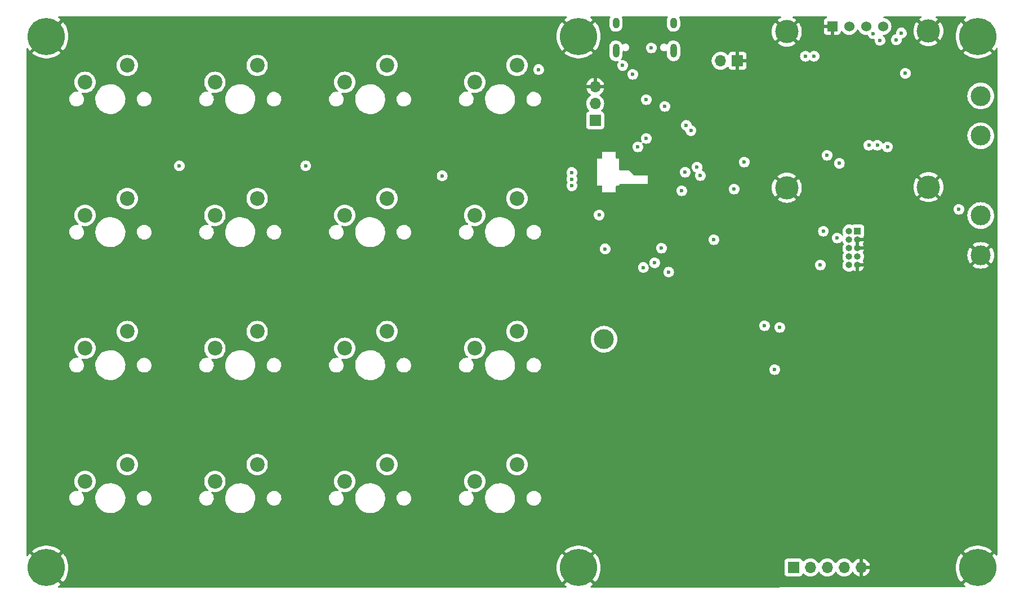
<source format=gbr>
%TF.GenerationSoftware,KiCad,Pcbnew,7.0.4-40-g0180cb380f*%
%TF.CreationDate,2023-06-12T22:45:27+02:00*%
%TF.ProjectId,New Business Card,4e657720-4275-4736-996e-657373204361,rev?*%
%TF.SameCoordinates,Original*%
%TF.FileFunction,Copper,L2,Inr*%
%TF.FilePolarity,Positive*%
%FSLAX46Y46*%
G04 Gerber Fmt 4.6, Leading zero omitted, Abs format (unit mm)*
G04 Created by KiCad (PCBNEW 7.0.4-40-g0180cb380f) date 2023-06-12 22:45:27*
%MOMM*%
%LPD*%
G01*
G04 APERTURE LIST*
%TA.AperFunction,ComponentPad*%
%ADD10C,2.200000*%
%TD*%
%TA.AperFunction,ComponentPad*%
%ADD11C,1.524000*%
%TD*%
%TA.AperFunction,CastellatedPad*%
%ADD12C,3.500000*%
%TD*%
%TA.AperFunction,ComponentPad*%
%ADD13R,1.524000X1.524000*%
%TD*%
%TA.AperFunction,ComponentPad*%
%ADD14C,3.000000*%
%TD*%
%TA.AperFunction,ComponentPad*%
%ADD15R,1.700000X1.700000*%
%TD*%
%TA.AperFunction,ComponentPad*%
%ADD16O,1.700000X1.700000*%
%TD*%
%TA.AperFunction,ComponentPad*%
%ADD17C,5.600000*%
%TD*%
%TA.AperFunction,ComponentPad*%
%ADD18R,1.000000X1.000000*%
%TD*%
%TA.AperFunction,ComponentPad*%
%ADD19O,1.000000X1.000000*%
%TD*%
%TA.AperFunction,ComponentPad*%
%ADD20O,1.000000X2.100000*%
%TD*%
%TA.AperFunction,ComponentPad*%
%ADD21O,1.000000X1.600000*%
%TD*%
%TA.AperFunction,ViaPad*%
%ADD22C,0.600000*%
%TD*%
G04 APERTURE END LIST*
D10*
%TO.N,KEY_ROW_4*%
%TO.C,SW17*%
X150740000Y-104460000D03*
%TO.N,Net-(D19-A)*%
X144390000Y-107000000D03*
%TD*%
%TO.N,KEY_ROW_4*%
%TO.C,SW16*%
X131213332Y-104460000D03*
%TO.N,Net-(D18-A)*%
X124863332Y-107000000D03*
%TD*%
%TO.N,Net-(D17-A)*%
%TO.C,SW15*%
X105336666Y-107000000D03*
%TO.N,KEY_ROW_4*%
X111686666Y-104460000D03*
%TD*%
%TO.N,KEY_ROW_4*%
%TO.C,SW14*%
X92160000Y-104460000D03*
%TO.N,Net-(D16-A)*%
X85810000Y-107000000D03*
%TD*%
%TO.N,KEY_ROW_3*%
%TO.C,SW13*%
X150740000Y-84433332D03*
%TO.N,Net-(D15-A)*%
X144390000Y-86973332D03*
%TD*%
%TO.N,Net-(D14-A)*%
%TO.C,SW12*%
X124863332Y-86973332D03*
%TO.N,KEY_ROW_3*%
X131213332Y-84433332D03*
%TD*%
%TO.N,KEY_ROW_3*%
%TO.C,SW11*%
X111686666Y-84433332D03*
%TO.N,Net-(D13-A)*%
X105336666Y-86973332D03*
%TD*%
%TO.N,Net-(D12-A)*%
%TO.C,SW10*%
X85810000Y-86973332D03*
%TO.N,KEY_ROW_3*%
X92160000Y-84433332D03*
%TD*%
%TO.N,Net-(D11-A)*%
%TO.C,SW9*%
X144390000Y-66946666D03*
%TO.N,KEY_ROW_2*%
X150740000Y-64406666D03*
%TD*%
%TO.N,Net-(D10-A)*%
%TO.C,SW8*%
X124863332Y-66946666D03*
%TO.N,KEY_ROW_2*%
X131213332Y-64406666D03*
%TD*%
%TO.N,Net-(D9-A)*%
%TO.C,SW7*%
X105336666Y-66946666D03*
%TO.N,KEY_ROW_2*%
X111686666Y-64406666D03*
%TD*%
%TO.N,KEY_ROW_2*%
%TO.C,SW6*%
X92160000Y-64406666D03*
%TO.N,Net-(D8-A)*%
X85810000Y-66946666D03*
%TD*%
%TO.N,KEY_ROW_1*%
%TO.C,SW5*%
X150740000Y-44380000D03*
%TO.N,Net-(D7-A)*%
X144390000Y-46920000D03*
%TD*%
%TO.N,KEY_ROW_1*%
%TO.C,SW4*%
X131213332Y-44380000D03*
%TO.N,Net-(D6-A)*%
X124863332Y-46920000D03*
%TD*%
%TO.N,Net-(D5-A)*%
%TO.C,SW3*%
X105336666Y-46920000D03*
%TO.N,KEY_ROW_1*%
X111686666Y-44380000D03*
%TD*%
%TO.N,KEY_ROW_1*%
%TO.C,SW2*%
X92160000Y-44380000D03*
%TO.N,Net-(D4-A)*%
X85810000Y-46920000D03*
%TD*%
D11*
%TO.N,I2C_1_SDA*%
%TO.C,J1*%
X205760000Y-38500000D03*
%TO.N,I2C_1_SCL*%
X203220000Y-38500000D03*
%TO.N,+3V3*%
X200680000Y-38500000D03*
D12*
%TO.N,GND*%
X212600000Y-62700000D03*
X212600000Y-39200000D03*
D13*
X198140000Y-38500000D03*
D12*
X191300000Y-62800000D03*
X191300000Y-39300000D03*
%TD*%
D14*
%TO.N,+5V*%
%TO.C,TP2*%
X220446600Y-54974200D03*
%TD*%
D15*
%TO.N,+3V3*%
%TO.C,SW1*%
X162500000Y-52640000D03*
D16*
%TO.N,Net-(SW1-B)*%
X162500000Y-50100000D03*
%TO.N,GND*%
X162500000Y-47560000D03*
%TD*%
D14*
%TO.N,+3.3VA*%
%TO.C,TP3*%
X163830000Y-85598000D03*
%TD*%
D17*
%TO.N,GND*%
%TO.C,H2*%
X80000000Y-120000000D03*
%TD*%
D14*
%TO.N,GND*%
%TO.C,TP5*%
X220446600Y-72974200D03*
%TD*%
D17*
%TO.N,GND*%
%TO.C,H5*%
X220000000Y-40000000D03*
%TD*%
D18*
%TO.N,+3V3*%
%TO.C,J3*%
X201930000Y-69342000D03*
D19*
%TO.N,SWDIO*%
X200660000Y-69342000D03*
%TO.N,GND*%
X201930000Y-70612000D03*
%TO.N,SWCLK*%
X200660000Y-70612000D03*
%TO.N,GND*%
X201930000Y-71882000D03*
%TO.N,SWO*%
X200660000Y-71882000D03*
%TO.N,unconnected-(J3-Pin_7-Pad7)*%
X201930000Y-73152000D03*
%TO.N,unconnected-(J3-Pin_8-Pad8)*%
X200660000Y-73152000D03*
%TO.N,GND*%
X201930000Y-74422000D03*
%TO.N,NRST*%
X200660000Y-74422000D03*
%TD*%
D17*
%TO.N,GND*%
%TO.C,H6*%
X220000000Y-120000000D03*
%TD*%
D14*
%TO.N,+3V3*%
%TO.C,TP4*%
X220446600Y-66974200D03*
%TD*%
D20*
%TO.N,unconnected-(J5-SHIELD-PadS1)*%
%TO.C,J5*%
X174270000Y-42185000D03*
D21*
X174270000Y-38005000D03*
D20*
X165630000Y-42185000D03*
D21*
X165630000Y-38005000D03*
%TD*%
D14*
%TO.N,+12V*%
%TO.C,TP1*%
X220446600Y-48974200D03*
%TD*%
D15*
%TO.N,+3V3*%
%TO.C,J2*%
X192310000Y-119952000D03*
D16*
%TO.N,SPI2_MOSI*%
X194850000Y-119952000D03*
%TO.N,SPI2_MISO*%
X197390000Y-119952000D03*
%TO.N,SPI2_SCK*%
X199930000Y-119952000D03*
%TO.N,GND*%
X202470000Y-119952000D03*
%TD*%
D17*
%TO.N,GND*%
%TO.C,H4*%
X160000000Y-40000000D03*
%TD*%
%TO.N,GND*%
%TO.C,H3*%
X80000000Y-40000000D03*
%TD*%
D15*
%TO.N,GND*%
%TO.C,J4*%
X183896000Y-43688000D03*
D16*
%TO.N,+12V*%
X181356000Y-43688000D03*
%TD*%
D17*
%TO.N,GND*%
%TO.C,H1*%
X160000000Y-120000000D03*
%TD*%
D22*
%TO.N,KEY_ROW_1*%
X154000000Y-45000000D03*
X164000000Y-72000000D03*
%TO.N,KEY_COL_1*%
X100000000Y-59500000D03*
X159000000Y-60500000D03*
%TO.N,KEY_COL_2*%
X119000000Y-59500000D03*
X159000000Y-61500000D03*
%TO.N,KEY_COL_3*%
X139500000Y-61000000D03*
X159000000Y-62500000D03*
%TO.N,I2C_1_SCL*%
X195400000Y-43000000D03*
X176900000Y-54200000D03*
%TO.N,I2C_1_SDA*%
X176200000Y-53400000D03*
X194100000Y-43000000D03*
%TO.N,+3V3*%
X163100000Y-66900000D03*
%TO.N,GND*%
X170180000Y-70866000D03*
X163830000Y-44450000D03*
X182626000Y-49022000D03*
X176530000Y-72136000D03*
X163576000Y-68326000D03*
X186690000Y-96266000D03*
X204400000Y-50546000D03*
X166370000Y-49022000D03*
X172466000Y-59436000D03*
X209226000Y-50038000D03*
X176022000Y-43688000D03*
X175514000Y-48006000D03*
X171196000Y-64770000D03*
X165100000Y-56388000D03*
X198120000Y-49022000D03*
X197612000Y-46736000D03*
X167640000Y-56896000D03*
X187452000Y-85852000D03*
X205162000Y-52070000D03*
X193548000Y-95504000D03*
X203384000Y-51816000D03*
X210200000Y-51100000D03*
X183642000Y-57150000D03*
X193040000Y-85344000D03*
X184912000Y-60452000D03*
X182372000Y-57150000D03*
X208210000Y-44196000D03*
X209226000Y-52070000D03*
X161544000Y-60960000D03*
%TO.N,+3V3*%
X180340000Y-70612000D03*
X190246000Y-83820000D03*
X205310000Y-40622000D03*
X168910000Y-56642000D03*
X209117000Y-45575000D03*
X197358000Y-57912000D03*
X217170000Y-66040000D03*
X204908000Y-56388000D03*
X207774000Y-40523000D03*
X206432000Y-56642000D03*
X208536000Y-39507000D03*
X184912000Y-58928000D03*
X203638000Y-56388000D03*
X189484000Y-90170000D03*
X172466000Y-71882000D03*
X170180000Y-55372000D03*
X204294000Y-39606000D03*
X199200000Y-59118000D03*
X187960000Y-83566000D03*
%TO.N,+5V*%
X170180000Y-49530000D03*
X172974000Y-50546000D03*
X166624000Y-44374500D03*
%TO.N,SWDIO*%
X178308000Y-60960000D03*
X196800000Y-69342000D03*
%TO.N,SWCLK*%
X177800000Y-59690000D03*
X198882000Y-70358000D03*
%TO.N,SWO*%
X176022000Y-60452000D03*
X183388000Y-62992000D03*
%TO.N,NRST*%
X175514000Y-63246000D03*
X196342000Y-74422000D03*
%TO.N,USB_CONN_D+*%
X170942000Y-41747500D03*
X168148000Y-45720000D03*
%TO.N,KEY_ROW_2*%
X171442000Y-74100000D03*
%TO.N,KEY_ROW_3*%
X169742000Y-74800000D03*
%TO.N,KEY_ROW_4*%
X173542000Y-75500000D03*
%TD*%
%TA.AperFunction,Conductor*%
%TO.N,GND*%
G36*
X158204755Y-37020185D02*
G01*
X158250510Y-37072989D01*
X158260454Y-37142147D01*
X158231429Y-37205703D01*
X158201644Y-37230751D01*
X158145370Y-37264609D01*
X158145367Y-37264611D01*
X157860491Y-37481166D01*
X157847256Y-37493703D01*
X157847255Y-37493703D01*
X159055819Y-38702266D01*
X158865130Y-38865130D01*
X158702266Y-39055818D01*
X157496442Y-37849994D01*
X157496441Y-37849995D01*
X157369040Y-37999983D01*
X157369033Y-37999993D01*
X157168218Y-38296172D01*
X157000606Y-38612322D01*
X157000597Y-38612340D01*
X156868149Y-38944760D01*
X156868147Y-38944767D01*
X156772421Y-39289542D01*
X156772415Y-39289568D01*
X156714527Y-39642668D01*
X156714526Y-39642685D01*
X156695153Y-39999997D01*
X156695153Y-40000002D01*
X156714526Y-40357314D01*
X156714527Y-40357331D01*
X156772415Y-40710431D01*
X156772421Y-40710457D01*
X156868147Y-41055232D01*
X156868149Y-41055239D01*
X157000597Y-41387659D01*
X157000606Y-41387677D01*
X157168218Y-41703827D01*
X157369033Y-42000007D01*
X157496441Y-42150003D01*
X157496442Y-42150004D01*
X158702266Y-40944180D01*
X158865130Y-41134870D01*
X159055818Y-41297732D01*
X157847255Y-42506295D01*
X157847256Y-42506296D01*
X157860485Y-42518828D01*
X157860486Y-42518829D01*
X158145367Y-42735388D01*
X158145370Y-42735390D01*
X158451990Y-42919876D01*
X158776739Y-43070122D01*
X158776744Y-43070123D01*
X159115855Y-43184383D01*
X159465339Y-43261311D01*
X159821075Y-43299999D01*
X159821085Y-43300000D01*
X160178915Y-43300000D01*
X160178924Y-43299999D01*
X160534660Y-43261311D01*
X160884144Y-43184383D01*
X161223255Y-43070123D01*
X161223260Y-43070122D01*
X161548009Y-42919876D01*
X161770941Y-42785743D01*
X164629500Y-42785743D01*
X164644925Y-42937439D01*
X164705837Y-43131579D01*
X164705844Y-43131594D01*
X164804589Y-43309499D01*
X164804592Y-43309504D01*
X164937132Y-43463893D01*
X164937134Y-43463895D01*
X165098037Y-43588445D01*
X165098038Y-43588445D01*
X165098042Y-43588448D01*
X165280729Y-43678060D01*
X165477715Y-43729063D01*
X165680936Y-43739369D01*
X165851886Y-43713180D01*
X165921133Y-43722486D01*
X165974356Y-43767752D01*
X165994658Y-43834608D01*
X165975657Y-43901722D01*
X165898211Y-44024976D01*
X165838631Y-44195245D01*
X165838630Y-44195250D01*
X165818435Y-44374496D01*
X165818435Y-44374503D01*
X165838630Y-44553749D01*
X165838631Y-44553754D01*
X165898211Y-44724023D01*
X165984930Y-44862034D01*
X165994184Y-44876762D01*
X166121738Y-45004316D01*
X166274478Y-45100289D01*
X166298970Y-45108859D01*
X166444745Y-45159868D01*
X166444750Y-45159869D01*
X166623996Y-45180065D01*
X166624000Y-45180065D01*
X166624004Y-45180065D01*
X166803249Y-45159869D01*
X166803252Y-45159868D01*
X166803255Y-45159868D01*
X166973522Y-45100289D01*
X167126262Y-45004316D01*
X167253816Y-44876762D01*
X167349789Y-44724022D01*
X167409368Y-44553755D01*
X167415680Y-44497737D01*
X167429565Y-44374503D01*
X167429565Y-44374496D01*
X167409369Y-44195250D01*
X167409368Y-44195245D01*
X167349788Y-44024976D01*
X167269905Y-43897844D01*
X167253816Y-43872238D01*
X167126262Y-43744684D01*
X167117802Y-43739368D01*
X166973523Y-43648711D01*
X166803254Y-43589131D01*
X166803249Y-43589130D01*
X166624004Y-43568935D01*
X166623995Y-43568935D01*
X166510364Y-43581737D01*
X166441543Y-43569682D01*
X166390164Y-43522333D01*
X166372540Y-43454722D01*
X166394267Y-43388316D01*
X166394423Y-43388089D01*
X166509295Y-43223049D01*
X166589540Y-43036058D01*
X166630500Y-42836741D01*
X166630499Y-42285588D01*
X166650183Y-42218551D01*
X166702987Y-42172796D01*
X166772146Y-42162852D01*
X166801948Y-42171027D01*
X166909764Y-42215687D01*
X167022280Y-42230500D01*
X167022287Y-42230500D01*
X167097713Y-42230500D01*
X167097720Y-42230500D01*
X167210236Y-42215687D01*
X167350233Y-42157698D01*
X167470451Y-42065451D01*
X167562698Y-41945233D01*
X167620687Y-41805236D01*
X167628288Y-41747503D01*
X170136435Y-41747503D01*
X170156630Y-41926749D01*
X170156631Y-41926754D01*
X170216211Y-42097023D01*
X170290773Y-42215687D01*
X170312184Y-42249762D01*
X170439738Y-42377316D01*
X170498270Y-42414094D01*
X170577258Y-42463726D01*
X170592478Y-42473289D01*
X170708729Y-42513967D01*
X170762745Y-42532868D01*
X170762750Y-42532869D01*
X170941996Y-42553065D01*
X170942000Y-42553065D01*
X170942004Y-42553065D01*
X171121249Y-42532869D01*
X171121252Y-42532868D01*
X171121255Y-42532868D01*
X171291522Y-42473289D01*
X171444262Y-42377316D01*
X171571816Y-42249762D01*
X171667789Y-42097022D01*
X171727368Y-41926755D01*
X171734855Y-41860307D01*
X171747565Y-41747503D01*
X171747565Y-41747496D01*
X171737143Y-41655000D01*
X172259534Y-41655000D01*
X172279312Y-41805234D01*
X172279313Y-41805236D01*
X172329647Y-41926754D01*
X172337302Y-41945233D01*
X172429549Y-42065451D01*
X172549767Y-42157698D01*
X172689764Y-42215687D01*
X172802280Y-42230500D01*
X172802287Y-42230500D01*
X172877713Y-42230500D01*
X172877720Y-42230500D01*
X172990236Y-42215687D01*
X173098047Y-42171029D01*
X173167515Y-42163561D01*
X173229995Y-42194836D01*
X173265647Y-42254925D01*
X173269499Y-42285591D01*
X173269499Y-42785743D01*
X173284925Y-42937439D01*
X173345837Y-43131579D01*
X173345844Y-43131594D01*
X173444589Y-43309499D01*
X173444592Y-43309504D01*
X173577132Y-43463893D01*
X173577134Y-43463895D01*
X173738037Y-43588445D01*
X173738038Y-43588445D01*
X173738042Y-43588448D01*
X173920729Y-43678060D01*
X174117715Y-43729063D01*
X174320936Y-43739369D01*
X174522071Y-43708556D01*
X174577574Y-43688000D01*
X180000341Y-43688000D01*
X180020936Y-43923403D01*
X180020938Y-43923413D01*
X180082094Y-44151655D01*
X180082096Y-44151659D01*
X180082097Y-44151663D01*
X180102042Y-44194435D01*
X180181965Y-44365830D01*
X180181967Y-44365834D01*
X180274327Y-44497737D01*
X180317505Y-44559401D01*
X180484599Y-44726495D01*
X180574768Y-44789632D01*
X180678165Y-44862032D01*
X180678167Y-44862033D01*
X180678170Y-44862035D01*
X180892337Y-44961903D01*
X181120592Y-45023063D01*
X181291319Y-45038000D01*
X181355999Y-45043659D01*
X181356000Y-45043659D01*
X181356001Y-45043659D01*
X181420681Y-45038000D01*
X181591408Y-45023063D01*
X181819663Y-44961903D01*
X182033830Y-44862035D01*
X182227401Y-44726495D01*
X182349717Y-44604178D01*
X182411036Y-44570696D01*
X182480728Y-44575680D01*
X182536662Y-44617551D01*
X182553577Y-44648528D01*
X182602646Y-44780088D01*
X182602649Y-44780093D01*
X182688809Y-44895187D01*
X182688812Y-44895190D01*
X182803906Y-44981350D01*
X182803913Y-44981354D01*
X182938620Y-45031596D01*
X182938627Y-45031598D01*
X182998155Y-45037999D01*
X182998172Y-45038000D01*
X183646000Y-45038000D01*
X183646000Y-44123501D01*
X183753685Y-44172680D01*
X183860237Y-44188000D01*
X183931763Y-44188000D01*
X184038315Y-44172680D01*
X184146000Y-44123501D01*
X184146000Y-45038000D01*
X184793828Y-45038000D01*
X184793844Y-45037999D01*
X184853372Y-45031598D01*
X184853379Y-45031596D01*
X184988086Y-44981354D01*
X184988093Y-44981350D01*
X185103187Y-44895190D01*
X185103190Y-44895187D01*
X185189350Y-44780093D01*
X185189354Y-44780086D01*
X185239596Y-44645379D01*
X185239598Y-44645372D01*
X185245999Y-44585844D01*
X185246000Y-44585827D01*
X185246000Y-43938000D01*
X184329686Y-43938000D01*
X184355493Y-43897844D01*
X184396000Y-43759889D01*
X184396000Y-43616111D01*
X184355493Y-43478156D01*
X184329686Y-43438000D01*
X185246000Y-43438000D01*
X185246000Y-43000003D01*
X193294435Y-43000003D01*
X193314630Y-43179249D01*
X193314631Y-43179254D01*
X193374211Y-43349523D01*
X193446075Y-43463893D01*
X193470184Y-43502262D01*
X193597738Y-43629816D01*
X193631675Y-43651140D01*
X193723048Y-43708554D01*
X193750478Y-43725789D01*
X193920744Y-43785367D01*
X193920745Y-43785368D01*
X193920750Y-43785369D01*
X194099996Y-43805565D01*
X194100000Y-43805565D01*
X194100004Y-43805565D01*
X194279249Y-43785369D01*
X194279252Y-43785368D01*
X194279255Y-43785368D01*
X194449522Y-43725789D01*
X194602262Y-43629816D01*
X194662322Y-43569755D01*
X194723641Y-43536273D01*
X194793333Y-43541257D01*
X194837676Y-43569754D01*
X194897738Y-43629816D01*
X194910585Y-43637888D01*
X195023048Y-43708554D01*
X195050478Y-43725789D01*
X195220745Y-43785367D01*
X195220745Y-43785368D01*
X195220750Y-43785369D01*
X195399996Y-43805565D01*
X195400000Y-43805565D01*
X195400004Y-43805565D01*
X195579249Y-43785369D01*
X195579252Y-43785368D01*
X195579255Y-43785368D01*
X195749522Y-43725789D01*
X195902262Y-43629816D01*
X196029816Y-43502262D01*
X196125789Y-43349522D01*
X196185368Y-43179255D01*
X196196420Y-43081164D01*
X196205565Y-43000003D01*
X196205565Y-42999996D01*
X196185369Y-42820750D01*
X196185368Y-42820744D01*
X196125788Y-42650476D01*
X196051890Y-42532869D01*
X196029816Y-42497738D01*
X195902262Y-42370184D01*
X195851042Y-42338000D01*
X195749523Y-42274211D01*
X195579254Y-42214631D01*
X195579249Y-42214630D01*
X195400004Y-42194435D01*
X195399996Y-42194435D01*
X195220750Y-42214630D01*
X195220745Y-42214631D01*
X195050476Y-42274211D01*
X194897739Y-42370183D01*
X194837679Y-42430242D01*
X194776355Y-42463726D01*
X194706664Y-42458740D01*
X194662318Y-42430240D01*
X194602262Y-42370184D01*
X194449523Y-42274211D01*
X194279254Y-42214631D01*
X194279249Y-42214630D01*
X194100004Y-42194435D01*
X194099996Y-42194435D01*
X193920750Y-42214630D01*
X193920745Y-42214631D01*
X193750476Y-42274211D01*
X193597737Y-42370184D01*
X193470184Y-42497737D01*
X193374211Y-42650476D01*
X193314632Y-42820744D01*
X193314630Y-42820750D01*
X193294435Y-42999996D01*
X193294435Y-43000003D01*
X185246000Y-43000003D01*
X185246000Y-42790172D01*
X185245999Y-42790155D01*
X185239598Y-42730627D01*
X185239596Y-42730620D01*
X185189354Y-42595913D01*
X185189350Y-42595906D01*
X185103190Y-42480812D01*
X185103187Y-42480809D01*
X184988093Y-42394649D01*
X184988086Y-42394645D01*
X184853379Y-42344403D01*
X184853372Y-42344401D01*
X184793844Y-42338000D01*
X184146000Y-42338000D01*
X184146000Y-43252498D01*
X184038315Y-43203320D01*
X183931763Y-43188000D01*
X183860237Y-43188000D01*
X183753685Y-43203320D01*
X183646000Y-43252498D01*
X183646000Y-42338000D01*
X182998155Y-42338000D01*
X182938627Y-42344401D01*
X182938620Y-42344403D01*
X182803913Y-42394645D01*
X182803906Y-42394649D01*
X182688812Y-42480809D01*
X182688809Y-42480812D01*
X182602649Y-42595906D01*
X182602645Y-42595913D01*
X182553578Y-42727470D01*
X182511707Y-42783404D01*
X182446242Y-42807821D01*
X182377969Y-42792969D01*
X182349715Y-42771819D01*
X182305366Y-42727470D01*
X182227401Y-42649505D01*
X182227397Y-42649502D01*
X182227396Y-42649501D01*
X182033834Y-42513967D01*
X182033830Y-42513965D01*
X182017382Y-42506295D01*
X181819663Y-42414097D01*
X181819659Y-42414096D01*
X181819655Y-42414094D01*
X181591413Y-42352938D01*
X181591403Y-42352936D01*
X181356001Y-42332341D01*
X181355999Y-42332341D01*
X181120596Y-42352936D01*
X181120586Y-42352938D01*
X180892344Y-42414094D01*
X180892335Y-42414098D01*
X180678171Y-42513964D01*
X180678169Y-42513965D01*
X180484597Y-42649505D01*
X180317505Y-42816597D01*
X180181965Y-43010169D01*
X180181964Y-43010171D01*
X180082098Y-43224335D01*
X180082094Y-43224344D01*
X180020938Y-43452586D01*
X180020936Y-43452596D01*
X180000341Y-43687999D01*
X180000341Y-43688000D01*
X174577574Y-43688000D01*
X174712887Y-43637886D01*
X174885571Y-43530252D01*
X175033053Y-43390059D01*
X175149295Y-43223049D01*
X175229540Y-43036058D01*
X175270500Y-42836741D01*
X175270500Y-41584258D01*
X175265546Y-41535535D01*
X175255074Y-41432560D01*
X175194162Y-41238420D01*
X175194160Y-41238416D01*
X175194159Y-41238412D01*
X175095409Y-41060498D01*
X175095408Y-41060497D01*
X175095407Y-41060495D01*
X174962867Y-40906106D01*
X174962865Y-40906104D01*
X174801962Y-40781554D01*
X174801959Y-40781553D01*
X174801958Y-40781552D01*
X174619271Y-40691940D01*
X174422285Y-40640937D01*
X174422287Y-40640937D01*
X174286804Y-40634066D01*
X174219064Y-40630631D01*
X174219063Y-40630631D01*
X174219061Y-40630631D01*
X174017936Y-40661442D01*
X174017924Y-40661445D01*
X173827118Y-40732111D01*
X173827111Y-40732115D01*
X173654432Y-40839745D01*
X173654427Y-40839749D01*
X173506949Y-40979938D01*
X173506947Y-40979940D01*
X173506947Y-40979941D01*
X173477874Y-41021711D01*
X173390703Y-41146953D01*
X173387349Y-41154769D01*
X173342818Y-41208609D01*
X173276248Y-41229828D01*
X173208775Y-41211688D01*
X173197914Y-41204236D01*
X173130234Y-41152302D01*
X173130230Y-41152300D01*
X173039731Y-41114814D01*
X172990236Y-41094313D01*
X172976171Y-41092461D01*
X172877727Y-41079500D01*
X172877720Y-41079500D01*
X172802280Y-41079500D01*
X172802272Y-41079500D01*
X172689764Y-41094313D01*
X172689763Y-41094313D01*
X172549770Y-41152300D01*
X172549767Y-41152301D01*
X172549767Y-41152302D01*
X172429549Y-41244549D01*
X172366462Y-41326766D01*
X172337300Y-41364770D01*
X172279313Y-41504763D01*
X172279312Y-41504765D01*
X172259534Y-41654999D01*
X172259534Y-41655000D01*
X171737143Y-41655000D01*
X171727369Y-41568250D01*
X171727368Y-41568245D01*
X171715126Y-41533259D01*
X171667789Y-41397978D01*
X171661316Y-41387677D01*
X171575949Y-41251816D01*
X171571816Y-41245238D01*
X171444262Y-41117684D01*
X171291523Y-41021711D01*
X171121254Y-40962131D01*
X171121249Y-40962130D01*
X170942004Y-40941935D01*
X170941996Y-40941935D01*
X170762750Y-40962130D01*
X170762745Y-40962131D01*
X170592476Y-41021711D01*
X170439737Y-41117684D01*
X170312184Y-41245237D01*
X170216211Y-41397976D01*
X170156631Y-41568245D01*
X170156630Y-41568250D01*
X170136435Y-41747496D01*
X170136435Y-41747503D01*
X167628288Y-41747503D01*
X167640466Y-41655000D01*
X167620687Y-41504764D01*
X167562698Y-41364767D01*
X167470451Y-41244549D01*
X167350233Y-41152302D01*
X167350229Y-41152300D01*
X167266658Y-41117684D01*
X167210236Y-41094313D01*
X167196171Y-41092461D01*
X167097727Y-41079500D01*
X167097720Y-41079500D01*
X167022280Y-41079500D01*
X167022272Y-41079500D01*
X166909764Y-41094313D01*
X166909763Y-41094313D01*
X166769769Y-41152300D01*
X166769766Y-41152302D01*
X166699145Y-41206492D01*
X166633976Y-41231686D01*
X166565531Y-41217648D01*
X166515542Y-41168834D01*
X166515240Y-41168293D01*
X166455410Y-41060500D01*
X166455407Y-41060495D01*
X166322867Y-40906106D01*
X166322865Y-40906104D01*
X166161962Y-40781554D01*
X166161959Y-40781553D01*
X166161958Y-40781552D01*
X165979271Y-40691940D01*
X165782285Y-40640937D01*
X165782287Y-40640937D01*
X165646804Y-40634066D01*
X165579064Y-40630631D01*
X165579063Y-40630631D01*
X165579061Y-40630631D01*
X165377936Y-40661442D01*
X165377924Y-40661445D01*
X165187118Y-40732111D01*
X165187111Y-40732115D01*
X165014432Y-40839745D01*
X165014427Y-40839749D01*
X164866949Y-40979938D01*
X164866947Y-40979940D01*
X164866947Y-40979941D01*
X164846113Y-41009873D01*
X164750705Y-41146949D01*
X164670459Y-41333943D01*
X164629500Y-41533258D01*
X164629500Y-42785743D01*
X161770941Y-42785743D01*
X161854629Y-42735390D01*
X161854632Y-42735388D01*
X162139504Y-42518836D01*
X162152742Y-42506294D01*
X160944180Y-41297733D01*
X161134870Y-41134870D01*
X161297733Y-40944180D01*
X162503556Y-42150003D01*
X162630964Y-42000008D01*
X162630975Y-41999994D01*
X162831781Y-41703827D01*
X162999393Y-41387677D01*
X162999402Y-41387659D01*
X163131850Y-41055239D01*
X163131852Y-41055232D01*
X163227578Y-40710457D01*
X163227584Y-40710431D01*
X163285472Y-40357331D01*
X163285473Y-40357314D01*
X163304846Y-40000002D01*
X163304846Y-39999997D01*
X163285473Y-39642685D01*
X163285472Y-39642668D01*
X163227584Y-39289568D01*
X163227578Y-39289542D01*
X163131852Y-38944767D01*
X163131850Y-38944760D01*
X162999402Y-38612340D01*
X162999393Y-38612322D01*
X162831781Y-38296172D01*
X162630966Y-37999992D01*
X162503557Y-37849995D01*
X162503556Y-37849994D01*
X161297732Y-39055817D01*
X161134870Y-38865130D01*
X160944180Y-38702266D01*
X162152743Y-37493703D01*
X162152742Y-37493702D01*
X162139514Y-37481171D01*
X162139513Y-37481170D01*
X161854632Y-37264611D01*
X161854629Y-37264609D01*
X161798356Y-37230751D01*
X161751061Y-37179322D01*
X161739078Y-37110487D01*
X161766213Y-37046101D01*
X161823849Y-37006607D01*
X161862284Y-37000500D01*
X164663974Y-37000500D01*
X164731013Y-37020185D01*
X164776768Y-37072989D01*
X164786712Y-37142147D01*
X164765749Y-37195337D01*
X164750705Y-37216950D01*
X164670459Y-37403943D01*
X164629500Y-37603258D01*
X164629500Y-38355743D01*
X164644925Y-38507439D01*
X164705837Y-38701579D01*
X164705844Y-38701594D01*
X164804589Y-38879499D01*
X164804592Y-38879504D01*
X164937132Y-39033893D01*
X164937134Y-39033895D01*
X165098037Y-39158445D01*
X165098038Y-39158445D01*
X165098042Y-39158448D01*
X165280729Y-39248060D01*
X165477715Y-39299063D01*
X165680936Y-39309369D01*
X165882071Y-39278556D01*
X166072887Y-39207886D01*
X166245571Y-39100252D01*
X166393053Y-38960059D01*
X166509295Y-38793049D01*
X166589540Y-38606058D01*
X166630500Y-38406741D01*
X166630500Y-37654258D01*
X166618923Y-37540406D01*
X166615074Y-37502560D01*
X166554162Y-37308420D01*
X166554160Y-37308416D01*
X166554159Y-37308412D01*
X166522809Y-37251930D01*
X166485481Y-37184677D01*
X166470158Y-37116509D01*
X166494122Y-37050877D01*
X166549765Y-37008620D01*
X166593900Y-37000500D01*
X173303974Y-37000500D01*
X173371013Y-37020185D01*
X173416768Y-37072989D01*
X173426712Y-37142147D01*
X173405749Y-37195337D01*
X173390705Y-37216950D01*
X173310459Y-37403943D01*
X173269500Y-37603258D01*
X173269500Y-38355743D01*
X173284925Y-38507439D01*
X173345837Y-38701579D01*
X173345844Y-38701594D01*
X173444589Y-38879499D01*
X173444592Y-38879504D01*
X173577132Y-39033893D01*
X173577134Y-39033895D01*
X173738037Y-39158445D01*
X173738038Y-39158445D01*
X173738042Y-39158448D01*
X173920729Y-39248060D01*
X174117715Y-39299063D01*
X174320936Y-39309369D01*
X174522071Y-39278556D01*
X174712887Y-39207886D01*
X174885571Y-39100252D01*
X175033053Y-38960059D01*
X175149295Y-38793049D01*
X175229540Y-38606058D01*
X175270500Y-38406741D01*
X175270500Y-37654258D01*
X175258923Y-37540406D01*
X175255074Y-37502560D01*
X175194162Y-37308420D01*
X175194160Y-37308416D01*
X175194159Y-37308412D01*
X175162809Y-37251930D01*
X175125481Y-37184677D01*
X175110158Y-37116509D01*
X175134122Y-37050877D01*
X175189765Y-37008620D01*
X175233900Y-37000500D01*
X190343943Y-37000500D01*
X190410982Y-37020185D01*
X190456737Y-37072989D01*
X190466681Y-37142147D01*
X190437656Y-37205703D01*
X190398787Y-37235712D01*
X190172593Y-37347258D01*
X190172580Y-37347265D01*
X189927350Y-37511123D01*
X189893958Y-37540406D01*
X190531479Y-38177927D01*
X190442532Y-38238046D01*
X190275395Y-38398234D01*
X190177305Y-38530858D01*
X189540406Y-37893958D01*
X189511123Y-37927350D01*
X189347265Y-38172580D01*
X189347258Y-38172593D01*
X189216812Y-38437111D01*
X189122005Y-38716400D01*
X189122001Y-38716415D01*
X189064464Y-39005675D01*
X189064462Y-39005687D01*
X189045172Y-39299999D01*
X189064462Y-39594312D01*
X189064464Y-39594324D01*
X189122001Y-39883584D01*
X189122005Y-39883599D01*
X189216812Y-40162888D01*
X189347258Y-40427406D01*
X189347265Y-40427419D01*
X189511122Y-40672648D01*
X189540406Y-40706039D01*
X190176777Y-40069668D01*
X190202611Y-40111625D01*
X190355561Y-40285410D01*
X190528501Y-40425050D01*
X189893959Y-41059592D01*
X189893959Y-41059593D01*
X189927344Y-41088872D01*
X189927348Y-41088875D01*
X190172580Y-41252734D01*
X190172593Y-41252741D01*
X190437111Y-41383187D01*
X190716400Y-41477994D01*
X190716415Y-41477998D01*
X191005675Y-41535535D01*
X191005687Y-41535537D01*
X191300000Y-41554827D01*
X191594312Y-41535537D01*
X191594324Y-41535535D01*
X191883584Y-41477998D01*
X191883599Y-41477994D01*
X192162888Y-41383187D01*
X192427406Y-41252741D01*
X192427419Y-41252734D01*
X192672650Y-41088877D01*
X192706039Y-41059593D01*
X192706040Y-41059592D01*
X192068520Y-40422072D01*
X192157468Y-40361954D01*
X192324605Y-40201766D01*
X192422693Y-40069141D01*
X193059592Y-40706040D01*
X193059593Y-40706039D01*
X193088877Y-40672650D01*
X193252734Y-40427419D01*
X193252741Y-40427406D01*
X193383187Y-40162888D01*
X193477994Y-39883599D01*
X193477998Y-39883584D01*
X193535535Y-39594324D01*
X193535537Y-39594312D01*
X193554827Y-39299999D01*
X193535537Y-39005687D01*
X193535535Y-39005675D01*
X193477998Y-38716415D01*
X193477994Y-38716400D01*
X193383187Y-38437111D01*
X193252741Y-38172593D01*
X193252734Y-38172580D01*
X193088875Y-37927348D01*
X193088872Y-37927344D01*
X193059593Y-37893959D01*
X193059592Y-37893959D01*
X192423221Y-38530329D01*
X192397389Y-38488375D01*
X192244439Y-38314590D01*
X192071497Y-38174949D01*
X192706039Y-37540406D01*
X192672648Y-37511122D01*
X192427419Y-37347265D01*
X192427406Y-37347258D01*
X192201213Y-37235712D01*
X192149794Y-37188407D01*
X192132112Y-37120812D01*
X192153782Y-37054387D01*
X192207923Y-37010223D01*
X192256057Y-37000500D01*
X197238830Y-37000500D01*
X197305869Y-37020185D01*
X197351624Y-37072989D01*
X197361568Y-37142147D01*
X197332543Y-37205703D01*
X197277631Y-37240992D01*
X197277892Y-37241691D01*
X197274679Y-37242889D01*
X197273765Y-37243477D01*
X197271485Y-37244080D01*
X197135913Y-37294645D01*
X197135906Y-37294649D01*
X197020812Y-37380809D01*
X197020809Y-37380812D01*
X196934649Y-37495906D01*
X196934645Y-37495913D01*
X196884403Y-37630620D01*
X196884401Y-37630627D01*
X196878000Y-37690155D01*
X196878000Y-38250000D01*
X197852283Y-38250000D01*
X197816629Y-38288731D01*
X197765552Y-38405177D01*
X197755051Y-38531898D01*
X197786266Y-38655162D01*
X197848227Y-38750000D01*
X196878000Y-38750000D01*
X196878000Y-39309844D01*
X196884401Y-39369372D01*
X196884403Y-39369379D01*
X196934645Y-39504086D01*
X196934649Y-39504093D01*
X197020809Y-39619187D01*
X197020812Y-39619190D01*
X197135906Y-39705350D01*
X197135913Y-39705354D01*
X197270620Y-39755596D01*
X197270627Y-39755598D01*
X197330155Y-39761999D01*
X197330172Y-39762000D01*
X197890000Y-39762000D01*
X197890000Y-38788220D01*
X197956157Y-38839713D01*
X198076422Y-38881000D01*
X198171569Y-38881000D01*
X198265421Y-38865339D01*
X198377251Y-38804820D01*
X198390000Y-38790970D01*
X198390000Y-39762000D01*
X198949828Y-39762000D01*
X198949844Y-39761999D01*
X199009372Y-39755598D01*
X199009379Y-39755596D01*
X199144086Y-39705354D01*
X199144093Y-39705350D01*
X199259187Y-39619190D01*
X199259190Y-39619187D01*
X199345350Y-39504093D01*
X199345354Y-39504086D01*
X199395596Y-39369379D01*
X199395598Y-39369372D01*
X199401999Y-39309844D01*
X199402000Y-39309827D01*
X199402000Y-39269207D01*
X199421685Y-39202168D01*
X199474489Y-39156413D01*
X199543647Y-39146469D01*
X199607203Y-39175494D01*
X199627573Y-39198082D01*
X199634437Y-39207884D01*
X199709170Y-39314615D01*
X199709175Y-39314621D01*
X199865378Y-39470824D01*
X199865384Y-39470829D01*
X200046333Y-39597531D01*
X200046335Y-39597532D01*
X200046338Y-39597534D01*
X200246550Y-39690894D01*
X200459932Y-39748070D01*
X200617123Y-39761822D01*
X200679998Y-39767323D01*
X200680000Y-39767323D01*
X200680002Y-39767323D01*
X200735017Y-39762509D01*
X200900068Y-39748070D01*
X201113450Y-39690894D01*
X201313662Y-39597534D01*
X201494620Y-39470826D01*
X201650826Y-39314620D01*
X201777534Y-39133662D01*
X201834824Y-39010802D01*
X201837618Y-39004811D01*
X201883790Y-38952371D01*
X201950983Y-38933219D01*
X202017865Y-38953435D01*
X202062382Y-39004811D01*
X202122464Y-39133658D01*
X202122468Y-39133666D01*
X202249170Y-39314615D01*
X202249175Y-39314621D01*
X202405378Y-39470824D01*
X202405384Y-39470829D01*
X202586333Y-39597531D01*
X202586335Y-39597532D01*
X202586338Y-39597534D01*
X202786550Y-39690894D01*
X202999932Y-39748070D01*
X203157123Y-39761822D01*
X203219998Y-39767323D01*
X203220000Y-39767323D01*
X203220002Y-39767323D01*
X203273187Y-39762669D01*
X203397955Y-39751754D01*
X203466454Y-39765521D01*
X203516637Y-39814136D01*
X203525803Y-39834327D01*
X203568211Y-39955523D01*
X203660102Y-40101766D01*
X203664184Y-40108262D01*
X203791738Y-40235816D01*
X203850082Y-40272476D01*
X203942978Y-40330847D01*
X203944478Y-40331789D01*
X204017473Y-40357331D01*
X204114745Y-40391368D01*
X204114750Y-40391369D01*
X204293996Y-40411565D01*
X204294000Y-40411565D01*
X204294004Y-40411565D01*
X204376642Y-40402254D01*
X204445463Y-40414308D01*
X204496843Y-40461658D01*
X204514467Y-40529268D01*
X204513745Y-40539356D01*
X204504435Y-40621994D01*
X204504435Y-40622003D01*
X204524630Y-40801249D01*
X204524631Y-40801254D01*
X204584211Y-40971523D01*
X204652058Y-41079500D01*
X204680184Y-41124262D01*
X204807738Y-41251816D01*
X204857665Y-41283187D01*
X204938440Y-41333942D01*
X204960478Y-41347789D01*
X205103904Y-41397976D01*
X205130745Y-41407368D01*
X205130750Y-41407369D01*
X205309996Y-41427565D01*
X205310000Y-41427565D01*
X205310004Y-41427565D01*
X205489249Y-41407369D01*
X205489252Y-41407368D01*
X205489255Y-41407368D01*
X205659522Y-41347789D01*
X205812262Y-41251816D01*
X205939816Y-41124262D01*
X206035789Y-40971522D01*
X206095368Y-40801255D01*
X206103158Y-40732115D01*
X206115565Y-40622003D01*
X206115565Y-40621996D01*
X206104411Y-40523003D01*
X206968435Y-40523003D01*
X206988630Y-40702249D01*
X206988631Y-40702254D01*
X207048211Y-40872523D01*
X207121322Y-40988877D01*
X207144184Y-41025262D01*
X207271738Y-41152816D01*
X207353572Y-41204236D01*
X207418826Y-41245238D01*
X207424478Y-41248789D01*
X207522782Y-41283187D01*
X207594745Y-41308368D01*
X207594750Y-41308369D01*
X207773996Y-41328565D01*
X207774000Y-41328565D01*
X207774004Y-41328565D01*
X207953249Y-41308369D01*
X207953252Y-41308368D01*
X207953255Y-41308368D01*
X208123522Y-41248789D01*
X208276262Y-41152816D01*
X208403816Y-41025262D01*
X208499789Y-40872522D01*
X208559368Y-40702255D01*
X208559369Y-40702249D01*
X208579565Y-40523003D01*
X208579565Y-40522997D01*
X208570523Y-40442750D01*
X208569489Y-40433574D01*
X208581543Y-40364754D01*
X208628892Y-40313375D01*
X208678824Y-40296472D01*
X208715255Y-40292368D01*
X208885522Y-40232789D01*
X209038262Y-40136816D01*
X209165816Y-40009262D01*
X209261789Y-39856522D01*
X209321368Y-39686255D01*
X209325053Y-39653553D01*
X209341565Y-39507003D01*
X209341565Y-39506996D01*
X209321369Y-39327750D01*
X209321368Y-39327745D01*
X209300885Y-39269207D01*
X209261789Y-39157478D01*
X209246824Y-39133662D01*
X209198425Y-39056635D01*
X209165816Y-39004738D01*
X209038262Y-38877184D01*
X209019078Y-38865130D01*
X208885523Y-38781211D01*
X208715254Y-38721631D01*
X208715249Y-38721630D01*
X208536004Y-38701435D01*
X208535996Y-38701435D01*
X208356750Y-38721630D01*
X208356745Y-38721631D01*
X208186476Y-38781211D01*
X208033737Y-38877184D01*
X207906184Y-39004737D01*
X207810211Y-39157476D01*
X207750631Y-39327745D01*
X207750630Y-39327750D01*
X207730435Y-39506996D01*
X207730435Y-39507005D01*
X207740509Y-39596424D01*
X207728454Y-39665246D01*
X207681104Y-39716624D01*
X207631175Y-39733526D01*
X207594750Y-39737630D01*
X207424478Y-39797210D01*
X207271737Y-39893184D01*
X207144184Y-40020737D01*
X207048211Y-40173476D01*
X206988631Y-40343745D01*
X206988630Y-40343750D01*
X206968435Y-40522996D01*
X206968435Y-40523003D01*
X206104411Y-40523003D01*
X206095369Y-40442750D01*
X206095368Y-40442745D01*
X206068078Y-40364754D01*
X206035789Y-40272478D01*
X206029176Y-40261954D01*
X205939815Y-40119737D01*
X205812262Y-39992184D01*
X205812260Y-39992183D01*
X205804243Y-39987145D01*
X205757954Y-39934809D01*
X205747307Y-39865756D01*
X205775684Y-39801908D01*
X205834075Y-39763537D01*
X205859404Y-39758626D01*
X205980068Y-39748070D01*
X206193450Y-39690894D01*
X206393662Y-39597534D01*
X206574620Y-39470826D01*
X206730826Y-39314620D01*
X206857534Y-39133662D01*
X206950894Y-38933450D01*
X207008070Y-38720068D01*
X207027323Y-38500000D01*
X207008070Y-38279932D01*
X206950894Y-38066550D01*
X206857534Y-37866339D01*
X206762624Y-37730793D01*
X206730827Y-37685381D01*
X206676066Y-37630620D01*
X206574620Y-37529174D01*
X206574616Y-37529171D01*
X206574615Y-37529170D01*
X206393666Y-37402468D01*
X206393662Y-37402466D01*
X206393428Y-37402357D01*
X206193450Y-37309106D01*
X206193447Y-37309105D01*
X206193445Y-37309104D01*
X205980070Y-37251930D01*
X205980062Y-37251929D01*
X205941693Y-37248572D01*
X205935465Y-37248027D01*
X205870397Y-37222576D01*
X205829418Y-37165985D01*
X205825540Y-37096223D01*
X205859994Y-37035439D01*
X205921840Y-37002931D01*
X205946273Y-37000500D01*
X211441163Y-37000500D01*
X211508202Y-37020185D01*
X211553957Y-37072989D01*
X211563901Y-37142147D01*
X211534876Y-37205703D01*
X211496007Y-37235712D01*
X211472593Y-37247258D01*
X211472580Y-37247265D01*
X211227350Y-37411123D01*
X211193958Y-37440406D01*
X211831479Y-38077927D01*
X211742532Y-38138046D01*
X211575395Y-38298234D01*
X211477306Y-38430858D01*
X210840406Y-37793958D01*
X210811123Y-37827350D01*
X210647265Y-38072580D01*
X210647258Y-38072593D01*
X210516812Y-38337111D01*
X210422005Y-38616400D01*
X210422001Y-38616415D01*
X210364464Y-38905675D01*
X210364462Y-38905687D01*
X210345172Y-39200000D01*
X210364462Y-39494312D01*
X210364464Y-39494324D01*
X210422001Y-39783584D01*
X210422005Y-39783599D01*
X210516812Y-40062888D01*
X210647258Y-40327406D01*
X210647265Y-40327419D01*
X210811122Y-40572648D01*
X210840406Y-40606039D01*
X211476777Y-39969668D01*
X211502611Y-40011625D01*
X211655561Y-40185410D01*
X211828501Y-40325050D01*
X211193959Y-40959592D01*
X211193959Y-40959593D01*
X211227344Y-40988872D01*
X211227348Y-40988875D01*
X211472580Y-41152734D01*
X211472593Y-41152741D01*
X211737111Y-41283187D01*
X212016400Y-41377994D01*
X212016415Y-41377998D01*
X212305675Y-41435535D01*
X212305687Y-41435537D01*
X212600000Y-41454827D01*
X212894312Y-41435537D01*
X212894324Y-41435535D01*
X213183584Y-41377998D01*
X213183599Y-41377994D01*
X213462888Y-41283187D01*
X213727406Y-41152741D01*
X213727419Y-41152734D01*
X213972650Y-40988877D01*
X214006039Y-40959593D01*
X214006040Y-40959592D01*
X213368520Y-40322072D01*
X213457468Y-40261954D01*
X213624605Y-40101766D01*
X213722693Y-39969141D01*
X214359592Y-40606040D01*
X214359593Y-40606039D01*
X214388877Y-40572650D01*
X214552734Y-40327419D01*
X214552741Y-40327406D01*
X214683187Y-40062888D01*
X214777994Y-39783599D01*
X214777998Y-39783584D01*
X214835535Y-39494324D01*
X214835537Y-39494312D01*
X214854827Y-39200000D01*
X214835537Y-38905687D01*
X214835535Y-38905675D01*
X214777998Y-38616415D01*
X214777994Y-38616400D01*
X214683187Y-38337111D01*
X214552741Y-38072593D01*
X214552734Y-38072580D01*
X214388875Y-37827348D01*
X214388872Y-37827344D01*
X214359593Y-37793959D01*
X214359592Y-37793959D01*
X213723221Y-38430329D01*
X213697389Y-38388375D01*
X213544439Y-38214590D01*
X213371497Y-38074949D01*
X214006039Y-37440406D01*
X213972648Y-37411122D01*
X213727419Y-37247265D01*
X213727406Y-37247258D01*
X213703993Y-37235712D01*
X213652574Y-37188407D01*
X213634892Y-37120812D01*
X213656562Y-37054387D01*
X213710703Y-37010223D01*
X213758837Y-37000500D01*
X218137716Y-37000500D01*
X218204755Y-37020185D01*
X218250510Y-37072989D01*
X218260454Y-37142147D01*
X218231429Y-37205703D01*
X218201644Y-37230751D01*
X218145370Y-37264609D01*
X218145367Y-37264611D01*
X217860491Y-37481166D01*
X217847256Y-37493703D01*
X217847255Y-37493703D01*
X219055819Y-38702266D01*
X218865130Y-38865130D01*
X218702267Y-39055818D01*
X217496442Y-37849994D01*
X217496441Y-37849995D01*
X217369040Y-37999983D01*
X217369033Y-37999993D01*
X217168218Y-38296172D01*
X217000606Y-38612322D01*
X217000597Y-38612340D01*
X216868149Y-38944760D01*
X216868147Y-38944767D01*
X216772421Y-39289542D01*
X216772415Y-39289568D01*
X216714527Y-39642668D01*
X216714526Y-39642685D01*
X216695153Y-39999997D01*
X216695153Y-40000002D01*
X216714526Y-40357314D01*
X216714527Y-40357331D01*
X216772415Y-40710431D01*
X216772421Y-40710457D01*
X216868147Y-41055232D01*
X216868149Y-41055239D01*
X217000597Y-41387659D01*
X217000606Y-41387677D01*
X217168218Y-41703827D01*
X217369033Y-42000007D01*
X217496441Y-42150003D01*
X217496442Y-42150004D01*
X218702266Y-40944179D01*
X218865130Y-41134870D01*
X219055818Y-41297732D01*
X217847255Y-42506295D01*
X217847256Y-42506296D01*
X217860485Y-42518828D01*
X217860486Y-42518829D01*
X218145367Y-42735388D01*
X218145370Y-42735390D01*
X218451990Y-42919876D01*
X218776739Y-43070122D01*
X218776744Y-43070123D01*
X219115855Y-43184383D01*
X219465339Y-43261311D01*
X219821075Y-43299999D01*
X219821085Y-43300000D01*
X220178915Y-43300000D01*
X220178924Y-43299999D01*
X220534660Y-43261311D01*
X220884144Y-43184383D01*
X221223255Y-43070123D01*
X221223260Y-43070122D01*
X221548009Y-42919876D01*
X221854629Y-42735390D01*
X221854632Y-42735388D01*
X222139504Y-42518836D01*
X222152742Y-42506294D01*
X220944180Y-41297733D01*
X221134870Y-41134870D01*
X221297733Y-40944180D01*
X222503556Y-42150003D01*
X222630964Y-42000008D01*
X222630966Y-42000006D01*
X222771238Y-41793121D01*
X222825153Y-41748680D01*
X222894535Y-41740442D01*
X222957357Y-41771022D01*
X222993673Y-41830713D01*
X222997872Y-41862785D01*
X222950291Y-118067192D01*
X222930565Y-118134220D01*
X222877732Y-118179942D01*
X222808567Y-118189842D01*
X222745030Y-118160777D01*
X222723657Y-118136702D01*
X222630961Y-117999986D01*
X222503557Y-117849995D01*
X222503556Y-117849994D01*
X221297732Y-119055818D01*
X221134870Y-118865130D01*
X220944179Y-118702266D01*
X222152743Y-117493703D01*
X222152742Y-117493702D01*
X222139514Y-117481171D01*
X222139513Y-117481170D01*
X221854632Y-117264611D01*
X221854629Y-117264609D01*
X221548009Y-117080123D01*
X221223260Y-116929877D01*
X221223255Y-116929876D01*
X220884144Y-116815616D01*
X220534660Y-116738688D01*
X220178924Y-116700000D01*
X219821075Y-116700000D01*
X219465339Y-116738688D01*
X219115855Y-116815616D01*
X218776744Y-116929876D01*
X218776739Y-116929877D01*
X218451990Y-117080123D01*
X218145370Y-117264609D01*
X218145367Y-117264611D01*
X217860491Y-117481166D01*
X217847256Y-117493703D01*
X217847255Y-117493704D01*
X219055818Y-118702267D01*
X218865130Y-118865130D01*
X218702267Y-119055818D01*
X217496442Y-117849994D01*
X217496441Y-117849995D01*
X217369040Y-117999983D01*
X217369033Y-117999993D01*
X217168218Y-118296172D01*
X217000606Y-118612322D01*
X217000597Y-118612340D01*
X216868149Y-118944760D01*
X216868147Y-118944767D01*
X216772421Y-119289542D01*
X216772415Y-119289568D01*
X216714527Y-119642668D01*
X216714526Y-119642685D01*
X216695153Y-119999997D01*
X216695153Y-120000002D01*
X216714526Y-120357314D01*
X216714527Y-120357331D01*
X216772415Y-120710431D01*
X216772421Y-120710457D01*
X216868147Y-121055232D01*
X216868149Y-121055239D01*
X217000597Y-121387659D01*
X217000606Y-121387677D01*
X217168218Y-121703827D01*
X217369033Y-122000007D01*
X217496441Y-122150003D01*
X217496442Y-122150004D01*
X218702266Y-120944180D01*
X218865130Y-121134870D01*
X219055818Y-121297732D01*
X217847255Y-122506295D01*
X217847256Y-122506296D01*
X217860485Y-122518828D01*
X217860486Y-122518829D01*
X218135003Y-122727510D01*
X218176461Y-122783751D01*
X218180930Y-122853478D01*
X218146993Y-122914552D01*
X218085425Y-122947584D01*
X218060006Y-122950226D01*
X161910916Y-122970265D01*
X161843870Y-122950604D01*
X161798096Y-122897817D01*
X161788128Y-122828662D01*
X161817130Y-122765096D01*
X161846950Y-122740010D01*
X161854635Y-122735386D01*
X162139504Y-122518836D01*
X162152742Y-122506294D01*
X160944180Y-121297733D01*
X161134870Y-121134870D01*
X161297733Y-120944180D01*
X162503556Y-122150003D01*
X162630964Y-122000008D01*
X162630975Y-121999994D01*
X162831781Y-121703827D01*
X162999393Y-121387677D01*
X162999402Y-121387659D01*
X163131850Y-121055239D01*
X163131852Y-121055232D01*
X163188870Y-120849870D01*
X190959500Y-120849870D01*
X190959501Y-120849876D01*
X190965908Y-120909483D01*
X191016202Y-121044328D01*
X191016206Y-121044335D01*
X191102452Y-121159544D01*
X191102455Y-121159547D01*
X191217664Y-121245793D01*
X191217671Y-121245797D01*
X191352517Y-121296091D01*
X191352516Y-121296091D01*
X191359444Y-121296835D01*
X191412127Y-121302500D01*
X193207872Y-121302499D01*
X193267483Y-121296091D01*
X193402331Y-121245796D01*
X193517546Y-121159546D01*
X193603796Y-121044331D01*
X193652810Y-120912916D01*
X193694681Y-120856984D01*
X193760145Y-120832566D01*
X193828418Y-120847417D01*
X193856673Y-120868569D01*
X193978599Y-120990495D01*
X194071053Y-121055232D01*
X194172165Y-121126032D01*
X194172167Y-121126033D01*
X194172170Y-121126035D01*
X194386337Y-121225903D01*
X194614592Y-121287063D01*
X194791034Y-121302500D01*
X194849999Y-121307659D01*
X194850000Y-121307659D01*
X194850001Y-121307659D01*
X194908966Y-121302500D01*
X195085408Y-121287063D01*
X195313663Y-121225903D01*
X195527830Y-121126035D01*
X195721401Y-120990495D01*
X195888495Y-120823401D01*
X196018424Y-120637842D01*
X196073002Y-120594217D01*
X196142500Y-120587023D01*
X196204855Y-120618546D01*
X196221575Y-120637842D01*
X196351281Y-120823082D01*
X196351505Y-120823401D01*
X196518599Y-120990495D01*
X196611053Y-121055232D01*
X196712165Y-121126032D01*
X196712167Y-121126033D01*
X196712170Y-121126035D01*
X196926337Y-121225903D01*
X197154592Y-121287063D01*
X197331034Y-121302500D01*
X197389999Y-121307659D01*
X197390000Y-121307659D01*
X197390001Y-121307659D01*
X197448966Y-121302500D01*
X197625408Y-121287063D01*
X197853663Y-121225903D01*
X198067830Y-121126035D01*
X198261401Y-120990495D01*
X198428495Y-120823401D01*
X198558424Y-120637842D01*
X198613002Y-120594217D01*
X198682500Y-120587023D01*
X198744855Y-120618546D01*
X198761575Y-120637842D01*
X198891281Y-120823082D01*
X198891505Y-120823401D01*
X199058599Y-120990495D01*
X199151053Y-121055232D01*
X199252165Y-121126032D01*
X199252167Y-121126033D01*
X199252170Y-121126035D01*
X199466337Y-121225903D01*
X199694592Y-121287063D01*
X199871034Y-121302500D01*
X199929999Y-121307659D01*
X199930000Y-121307659D01*
X199930001Y-121307659D01*
X199988966Y-121302500D01*
X200165408Y-121287063D01*
X200393663Y-121225903D01*
X200607830Y-121126035D01*
X200801401Y-120990495D01*
X200968495Y-120823401D01*
X201098730Y-120637405D01*
X201153307Y-120593781D01*
X201222805Y-120586587D01*
X201285160Y-120618110D01*
X201301879Y-120637405D01*
X201431890Y-120823078D01*
X201598917Y-120990105D01*
X201792421Y-121125600D01*
X202006507Y-121225429D01*
X202006516Y-121225433D01*
X202220000Y-121282634D01*
X202220000Y-120387501D01*
X202327685Y-120436680D01*
X202434237Y-120452000D01*
X202505763Y-120452000D01*
X202612315Y-120436680D01*
X202720000Y-120387501D01*
X202720000Y-121282633D01*
X202933483Y-121225433D01*
X202933492Y-121225429D01*
X203147578Y-121125600D01*
X203341082Y-120990105D01*
X203508105Y-120823082D01*
X203643600Y-120629578D01*
X203743429Y-120415492D01*
X203743432Y-120415486D01*
X203800636Y-120202000D01*
X202903686Y-120202000D01*
X202929493Y-120161844D01*
X202970000Y-120023889D01*
X202970000Y-119880111D01*
X202929493Y-119742156D01*
X202903686Y-119702000D01*
X203800636Y-119702000D01*
X203800635Y-119701999D01*
X203743432Y-119488513D01*
X203743429Y-119488507D01*
X203643600Y-119274422D01*
X203643599Y-119274420D01*
X203508113Y-119080926D01*
X203508108Y-119080920D01*
X203341082Y-118913894D01*
X203147578Y-118778399D01*
X202933492Y-118678570D01*
X202933486Y-118678567D01*
X202720000Y-118621364D01*
X202720000Y-119516498D01*
X202612315Y-119467320D01*
X202505763Y-119452000D01*
X202434237Y-119452000D01*
X202327685Y-119467320D01*
X202220000Y-119516498D01*
X202220000Y-118621364D01*
X202219999Y-118621364D01*
X202006513Y-118678567D01*
X202006507Y-118678570D01*
X201792422Y-118778399D01*
X201792420Y-118778400D01*
X201598926Y-118913886D01*
X201598920Y-118913891D01*
X201431891Y-119080920D01*
X201431890Y-119080922D01*
X201301880Y-119266595D01*
X201247303Y-119310219D01*
X201177804Y-119317412D01*
X201115450Y-119285890D01*
X201098730Y-119266594D01*
X200968494Y-119080597D01*
X200801402Y-118913506D01*
X200801395Y-118913501D01*
X200607834Y-118777967D01*
X200607830Y-118777965D01*
X200607829Y-118777964D01*
X200393663Y-118678097D01*
X200393659Y-118678096D01*
X200393655Y-118678094D01*
X200165413Y-118616938D01*
X200165403Y-118616936D01*
X199930001Y-118596341D01*
X199929999Y-118596341D01*
X199694596Y-118616936D01*
X199694586Y-118616938D01*
X199466344Y-118678094D01*
X199466335Y-118678098D01*
X199252171Y-118777964D01*
X199252169Y-118777965D01*
X199058597Y-118913505D01*
X198891508Y-119080594D01*
X198761574Y-119266159D01*
X198706997Y-119309784D01*
X198637498Y-119316976D01*
X198575144Y-119285454D01*
X198558424Y-119266158D01*
X198428494Y-119080597D01*
X198261402Y-118913506D01*
X198261395Y-118913501D01*
X198067834Y-118777967D01*
X198067830Y-118777965D01*
X198067830Y-118777964D01*
X197853663Y-118678097D01*
X197853659Y-118678096D01*
X197853655Y-118678094D01*
X197625413Y-118616938D01*
X197625403Y-118616936D01*
X197390001Y-118596341D01*
X197389999Y-118596341D01*
X197154596Y-118616936D01*
X197154586Y-118616938D01*
X196926344Y-118678094D01*
X196926335Y-118678098D01*
X196712171Y-118777964D01*
X196712169Y-118777965D01*
X196518597Y-118913505D01*
X196351508Y-119080594D01*
X196221574Y-119266159D01*
X196166997Y-119309784D01*
X196097498Y-119316976D01*
X196035144Y-119285454D01*
X196018424Y-119266158D01*
X195888494Y-119080597D01*
X195721402Y-118913506D01*
X195721395Y-118913501D01*
X195527834Y-118777967D01*
X195527830Y-118777965D01*
X195527828Y-118777964D01*
X195313663Y-118678097D01*
X195313659Y-118678096D01*
X195313655Y-118678094D01*
X195085413Y-118616938D01*
X195085403Y-118616936D01*
X194850001Y-118596341D01*
X194849999Y-118596341D01*
X194614596Y-118616936D01*
X194614586Y-118616938D01*
X194386344Y-118678094D01*
X194386335Y-118678098D01*
X194172171Y-118777964D01*
X194172169Y-118777965D01*
X193978600Y-118913503D01*
X193856673Y-119035430D01*
X193795350Y-119068914D01*
X193725658Y-119063930D01*
X193669725Y-119022058D01*
X193652810Y-118991081D01*
X193603797Y-118859671D01*
X193603793Y-118859664D01*
X193517547Y-118744455D01*
X193517544Y-118744452D01*
X193402335Y-118658206D01*
X193402328Y-118658202D01*
X193267482Y-118607908D01*
X193267483Y-118607908D01*
X193207883Y-118601501D01*
X193207881Y-118601500D01*
X193207873Y-118601500D01*
X193207864Y-118601500D01*
X191412129Y-118601500D01*
X191412123Y-118601501D01*
X191352516Y-118607908D01*
X191217671Y-118658202D01*
X191217664Y-118658206D01*
X191102455Y-118744452D01*
X191102452Y-118744455D01*
X191016206Y-118859664D01*
X191016202Y-118859671D01*
X190965908Y-118994517D01*
X190959501Y-119054116D01*
X190959500Y-119054135D01*
X190959500Y-120849870D01*
X163188870Y-120849870D01*
X163227578Y-120710457D01*
X163227584Y-120710431D01*
X163285472Y-120357331D01*
X163285473Y-120357314D01*
X163304846Y-120000002D01*
X163304846Y-119999997D01*
X163285473Y-119642685D01*
X163285472Y-119642668D01*
X163227584Y-119289568D01*
X163227578Y-119289542D01*
X163131852Y-118944767D01*
X163131850Y-118944760D01*
X162999402Y-118612340D01*
X162999393Y-118612322D01*
X162831781Y-118296172D01*
X162630966Y-117999992D01*
X162503557Y-117849995D01*
X162503556Y-117849994D01*
X161297732Y-119055818D01*
X161134870Y-118865130D01*
X160944179Y-118702265D01*
X162152743Y-117493703D01*
X162152742Y-117493702D01*
X162139514Y-117481171D01*
X162139513Y-117481170D01*
X161854632Y-117264611D01*
X161854629Y-117264609D01*
X161548009Y-117080123D01*
X161223260Y-116929877D01*
X161223255Y-116929876D01*
X160884144Y-116815616D01*
X160534660Y-116738688D01*
X160178924Y-116700000D01*
X159821075Y-116700000D01*
X159465339Y-116738688D01*
X159115855Y-116815616D01*
X158776744Y-116929876D01*
X158776739Y-116929877D01*
X158451990Y-117080123D01*
X158145370Y-117264609D01*
X158145367Y-117264611D01*
X157860491Y-117481166D01*
X157847256Y-117493703D01*
X157847255Y-117493703D01*
X159055819Y-118702266D01*
X158865130Y-118865130D01*
X158702267Y-119055818D01*
X157496442Y-117849994D01*
X157496441Y-117849995D01*
X157369040Y-117999983D01*
X157369033Y-117999993D01*
X157168218Y-118296172D01*
X157000606Y-118612322D01*
X157000597Y-118612340D01*
X156868149Y-118944760D01*
X156868147Y-118944767D01*
X156772421Y-119289542D01*
X156772415Y-119289568D01*
X156714527Y-119642668D01*
X156714526Y-119642685D01*
X156695153Y-119999997D01*
X156695153Y-120000002D01*
X156714526Y-120357314D01*
X156714527Y-120357331D01*
X156772415Y-120710431D01*
X156772421Y-120710457D01*
X156868147Y-121055232D01*
X156868149Y-121055239D01*
X157000597Y-121387659D01*
X157000606Y-121387677D01*
X157168218Y-121703827D01*
X157369033Y-122000007D01*
X157496441Y-122150003D01*
X157496442Y-122150004D01*
X158702266Y-120944180D01*
X158865130Y-121134870D01*
X159055818Y-121297732D01*
X157847255Y-122506295D01*
X157847256Y-122506296D01*
X157860485Y-122518828D01*
X157860486Y-122518829D01*
X158145367Y-122735388D01*
X158145370Y-122735390D01*
X158155320Y-122741377D01*
X158202615Y-122792806D01*
X158214598Y-122861640D01*
X158187464Y-122926026D01*
X158129827Y-122965521D01*
X158091436Y-122971628D01*
X81863434Y-122998834D01*
X81796388Y-122979173D01*
X81750614Y-122926386D01*
X81740646Y-122857231D01*
X81769648Y-122793665D01*
X81799463Y-122768583D01*
X81854622Y-122735395D01*
X81854632Y-122735388D01*
X82139504Y-122518836D01*
X82152742Y-122506294D01*
X80944180Y-121297733D01*
X81134870Y-121134870D01*
X81297733Y-120944180D01*
X82503556Y-122150003D01*
X82630964Y-122000008D01*
X82630975Y-121999994D01*
X82831781Y-121703827D01*
X82999393Y-121387677D01*
X82999402Y-121387659D01*
X83131850Y-121055239D01*
X83131852Y-121055232D01*
X83227578Y-120710457D01*
X83227584Y-120710431D01*
X83285472Y-120357331D01*
X83285473Y-120357314D01*
X83304847Y-120000002D01*
X83304847Y-119999997D01*
X83285473Y-119642685D01*
X83285472Y-119642668D01*
X83227584Y-119289568D01*
X83227578Y-119289542D01*
X83131852Y-118944767D01*
X83131850Y-118944760D01*
X82999402Y-118612340D01*
X82999393Y-118612322D01*
X82831781Y-118296172D01*
X82630966Y-117999992D01*
X82503557Y-117849995D01*
X82503556Y-117849994D01*
X81297732Y-119055817D01*
X81134870Y-118865130D01*
X80944180Y-118702266D01*
X82152743Y-117493703D01*
X82152742Y-117493702D01*
X82139514Y-117481171D01*
X82139513Y-117481170D01*
X81854632Y-117264611D01*
X81854629Y-117264609D01*
X81548009Y-117080123D01*
X81223260Y-116929877D01*
X81223255Y-116929876D01*
X80884144Y-116815616D01*
X80534660Y-116738688D01*
X80178924Y-116700000D01*
X79821075Y-116700000D01*
X79465339Y-116738688D01*
X79115855Y-116815616D01*
X78776744Y-116929876D01*
X78776739Y-116929877D01*
X78451990Y-117080123D01*
X78145370Y-117264609D01*
X78145367Y-117264611D01*
X77860491Y-117481166D01*
X77847256Y-117493703D01*
X77847255Y-117493703D01*
X79055819Y-118702266D01*
X78865130Y-118865130D01*
X78702266Y-119055819D01*
X77496442Y-117849994D01*
X77496441Y-117849995D01*
X77369040Y-117999983D01*
X77369039Y-117999985D01*
X77227132Y-118209280D01*
X77173217Y-118253721D01*
X77103835Y-118261958D01*
X77041013Y-118231377D01*
X77004698Y-118171686D01*
X77000500Y-118139699D01*
X77000500Y-109487401D01*
X83435746Y-109487401D01*
X83445745Y-109697327D01*
X83495296Y-109901578D01*
X83495298Y-109901582D01*
X83582598Y-110092743D01*
X83582601Y-110092748D01*
X83582602Y-110092750D01*
X83582604Y-110092753D01*
X83704514Y-110263952D01*
X83704515Y-110263953D01*
X83704520Y-110263959D01*
X83856620Y-110408985D01*
X83951578Y-110470011D01*
X84033428Y-110522613D01*
X84228543Y-110600725D01*
X84331728Y-110620612D01*
X84434914Y-110640500D01*
X84434915Y-110640500D01*
X84592419Y-110640500D01*
X84592425Y-110640500D01*
X84749218Y-110625528D01*
X84950875Y-110566316D01*
X85137682Y-110470011D01*
X85302886Y-110340092D01*
X85440519Y-110181256D01*
X85545604Y-109999244D01*
X85614344Y-109800633D01*
X85640980Y-109615373D01*
X87365723Y-109615373D01*
X87395881Y-109915160D01*
X87395882Y-109915162D01*
X87465728Y-110208252D01*
X87465733Y-110208266D01*
X87574020Y-110489427D01*
X87574024Y-110489436D01*
X87718825Y-110753665D01*
X87718829Y-110753671D01*
X87897551Y-110996234D01*
X87897554Y-110996238D01*
X87897561Y-110996245D01*
X88107019Y-111212823D01*
X88343478Y-111399553D01*
X88343480Y-111399554D01*
X88343485Y-111399558D01*
X88602730Y-111553109D01*
X88880128Y-111670736D01*
X89170729Y-111750340D01*
X89469347Y-111790500D01*
X89469351Y-111790500D01*
X89695252Y-111790500D01*
X89859163Y-111779526D01*
X89920634Y-111775412D01*
X90215903Y-111715396D01*
X90500537Y-111616560D01*
X90769459Y-111480668D01*
X91017869Y-111310144D01*
X91241333Y-111108032D01*
X91435865Y-110877939D01*
X91597993Y-110623970D01*
X91724823Y-110350658D01*
X91814093Y-110062879D01*
X91864209Y-109765770D01*
X91873516Y-109487401D01*
X93595746Y-109487401D01*
X93605745Y-109697327D01*
X93655296Y-109901578D01*
X93655298Y-109901582D01*
X93742598Y-110092743D01*
X93742601Y-110092748D01*
X93742602Y-110092750D01*
X93742604Y-110092753D01*
X93864514Y-110263952D01*
X93864515Y-110263953D01*
X93864520Y-110263959D01*
X94016620Y-110408985D01*
X94111578Y-110470011D01*
X94193428Y-110522613D01*
X94388543Y-110600725D01*
X94491728Y-110620612D01*
X94594914Y-110640500D01*
X94594915Y-110640500D01*
X94752419Y-110640500D01*
X94752425Y-110640500D01*
X94909218Y-110625528D01*
X95110875Y-110566316D01*
X95297682Y-110470011D01*
X95462886Y-110340092D01*
X95600519Y-110181256D01*
X95705604Y-109999244D01*
X95774344Y-109800633D01*
X95804254Y-109592602D01*
X95799243Y-109487401D01*
X102962412Y-109487401D01*
X102972411Y-109697327D01*
X103021962Y-109901578D01*
X103021964Y-109901582D01*
X103109264Y-110092743D01*
X103109267Y-110092748D01*
X103109268Y-110092750D01*
X103109270Y-110092753D01*
X103231180Y-110263952D01*
X103231181Y-110263953D01*
X103231186Y-110263959D01*
X103383286Y-110408985D01*
X103478244Y-110470011D01*
X103560094Y-110522613D01*
X103755209Y-110600725D01*
X103858394Y-110620612D01*
X103961580Y-110640500D01*
X103961581Y-110640500D01*
X104119085Y-110640500D01*
X104119091Y-110640500D01*
X104275884Y-110625528D01*
X104477541Y-110566316D01*
X104664348Y-110470011D01*
X104829552Y-110340092D01*
X104967185Y-110181256D01*
X105072270Y-109999244D01*
X105141010Y-109800633D01*
X105167646Y-109615373D01*
X106892389Y-109615373D01*
X106922547Y-109915160D01*
X106922548Y-109915162D01*
X106992394Y-110208252D01*
X106992399Y-110208266D01*
X107100686Y-110489427D01*
X107100690Y-110489436D01*
X107245491Y-110753665D01*
X107245495Y-110753671D01*
X107424217Y-110996234D01*
X107424220Y-110996238D01*
X107424227Y-110996245D01*
X107633685Y-111212823D01*
X107870144Y-111399553D01*
X107870146Y-111399554D01*
X107870151Y-111399558D01*
X108129396Y-111553109D01*
X108406794Y-111670736D01*
X108697395Y-111750340D01*
X108996013Y-111790500D01*
X108996017Y-111790500D01*
X109221918Y-111790500D01*
X109385830Y-111779526D01*
X109447300Y-111775412D01*
X109742569Y-111715396D01*
X110027203Y-111616560D01*
X110296125Y-111480668D01*
X110544535Y-111310144D01*
X110767999Y-111108032D01*
X110962531Y-110877939D01*
X111124659Y-110623970D01*
X111251489Y-110350658D01*
X111340759Y-110062879D01*
X111390875Y-109765770D01*
X111400182Y-109487401D01*
X113122412Y-109487401D01*
X113132411Y-109697327D01*
X113181962Y-109901578D01*
X113181964Y-109901582D01*
X113269264Y-110092743D01*
X113269267Y-110092748D01*
X113269268Y-110092750D01*
X113269270Y-110092753D01*
X113391180Y-110263952D01*
X113391181Y-110263953D01*
X113391186Y-110263959D01*
X113543286Y-110408985D01*
X113638244Y-110470011D01*
X113720094Y-110522613D01*
X113915209Y-110600725D01*
X114018395Y-110620612D01*
X114121580Y-110640500D01*
X114121581Y-110640500D01*
X114279085Y-110640500D01*
X114279091Y-110640500D01*
X114435884Y-110625528D01*
X114637541Y-110566316D01*
X114824348Y-110470011D01*
X114989552Y-110340092D01*
X115127185Y-110181256D01*
X115232270Y-109999244D01*
X115301010Y-109800633D01*
X115330920Y-109592602D01*
X115325909Y-109487401D01*
X122489078Y-109487401D01*
X122499077Y-109697327D01*
X122548628Y-109901578D01*
X122548630Y-109901582D01*
X122635930Y-110092743D01*
X122635933Y-110092748D01*
X122635934Y-110092750D01*
X122635936Y-110092753D01*
X122757846Y-110263952D01*
X122757847Y-110263953D01*
X122757852Y-110263959D01*
X122909952Y-110408985D01*
X123004910Y-110470011D01*
X123086760Y-110522613D01*
X123281875Y-110600725D01*
X123385061Y-110620612D01*
X123488246Y-110640500D01*
X123488247Y-110640500D01*
X123645751Y-110640500D01*
X123645757Y-110640500D01*
X123802550Y-110625528D01*
X124004207Y-110566316D01*
X124191014Y-110470011D01*
X124356218Y-110340092D01*
X124493851Y-110181256D01*
X124598936Y-109999244D01*
X124667676Y-109800633D01*
X124694312Y-109615373D01*
X126419055Y-109615373D01*
X126449213Y-109915160D01*
X126449214Y-109915162D01*
X126519060Y-110208252D01*
X126519065Y-110208266D01*
X126627352Y-110489427D01*
X126627356Y-110489436D01*
X126772157Y-110753665D01*
X126772161Y-110753671D01*
X126950883Y-110996234D01*
X126950886Y-110996238D01*
X126950893Y-110996245D01*
X127160351Y-111212823D01*
X127396810Y-111399553D01*
X127396812Y-111399554D01*
X127396817Y-111399558D01*
X127656062Y-111553109D01*
X127933460Y-111670736D01*
X128224061Y-111750340D01*
X128522679Y-111790500D01*
X128522683Y-111790500D01*
X128748584Y-111790500D01*
X128912496Y-111779526D01*
X128973966Y-111775412D01*
X129269235Y-111715396D01*
X129553869Y-111616560D01*
X129822791Y-111480668D01*
X130071201Y-111310144D01*
X130294665Y-111108032D01*
X130489197Y-110877939D01*
X130651325Y-110623970D01*
X130778155Y-110350658D01*
X130867425Y-110062879D01*
X130917541Y-109765770D01*
X130926848Y-109487401D01*
X132649078Y-109487401D01*
X132659077Y-109697327D01*
X132708628Y-109901578D01*
X132708630Y-109901582D01*
X132795930Y-110092743D01*
X132795933Y-110092748D01*
X132795934Y-110092750D01*
X132795936Y-110092753D01*
X132917846Y-110263952D01*
X132917847Y-110263953D01*
X132917852Y-110263959D01*
X133069952Y-110408985D01*
X133164910Y-110470011D01*
X133246760Y-110522613D01*
X133441875Y-110600725D01*
X133545061Y-110620612D01*
X133648246Y-110640500D01*
X133648247Y-110640500D01*
X133805751Y-110640500D01*
X133805757Y-110640500D01*
X133962550Y-110625528D01*
X134164207Y-110566316D01*
X134351014Y-110470011D01*
X134516218Y-110340092D01*
X134653851Y-110181256D01*
X134758936Y-109999244D01*
X134827676Y-109800633D01*
X134857586Y-109592602D01*
X134852575Y-109487401D01*
X142015746Y-109487401D01*
X142025745Y-109697327D01*
X142075296Y-109901578D01*
X142075298Y-109901582D01*
X142162598Y-110092743D01*
X142162601Y-110092748D01*
X142162602Y-110092750D01*
X142162604Y-110092753D01*
X142284514Y-110263952D01*
X142284515Y-110263953D01*
X142284520Y-110263959D01*
X142436620Y-110408985D01*
X142531578Y-110470011D01*
X142613428Y-110522613D01*
X142808543Y-110600725D01*
X142911728Y-110620612D01*
X143014914Y-110640500D01*
X143014915Y-110640500D01*
X143172419Y-110640500D01*
X143172425Y-110640500D01*
X143329218Y-110625528D01*
X143530875Y-110566316D01*
X143717682Y-110470011D01*
X143882886Y-110340092D01*
X144020519Y-110181256D01*
X144125604Y-109999244D01*
X144194344Y-109800633D01*
X144220980Y-109615373D01*
X145945723Y-109615373D01*
X145975881Y-109915160D01*
X145975882Y-109915162D01*
X146045728Y-110208252D01*
X146045733Y-110208266D01*
X146154020Y-110489427D01*
X146154024Y-110489436D01*
X146298825Y-110753665D01*
X146298829Y-110753671D01*
X146477551Y-110996234D01*
X146477554Y-110996238D01*
X146477561Y-110996245D01*
X146687019Y-111212823D01*
X146923478Y-111399553D01*
X146923480Y-111399554D01*
X146923485Y-111399558D01*
X147182730Y-111553109D01*
X147460128Y-111670736D01*
X147750729Y-111750340D01*
X148049347Y-111790500D01*
X148049351Y-111790500D01*
X148275252Y-111790500D01*
X148439163Y-111779526D01*
X148500634Y-111775412D01*
X148795903Y-111715396D01*
X149080537Y-111616560D01*
X149349459Y-111480668D01*
X149597869Y-111310144D01*
X149821333Y-111108032D01*
X150015865Y-110877939D01*
X150177993Y-110623970D01*
X150304823Y-110350658D01*
X150394093Y-110062879D01*
X150444209Y-109765770D01*
X150453516Y-109487401D01*
X152175746Y-109487401D01*
X152185745Y-109697327D01*
X152235296Y-109901578D01*
X152235298Y-109901582D01*
X152322598Y-110092743D01*
X152322601Y-110092748D01*
X152322602Y-110092750D01*
X152322604Y-110092753D01*
X152444514Y-110263952D01*
X152444515Y-110263953D01*
X152444520Y-110263959D01*
X152596620Y-110408985D01*
X152691578Y-110470011D01*
X152773428Y-110522613D01*
X152968543Y-110600725D01*
X153071729Y-110620612D01*
X153174914Y-110640500D01*
X153174915Y-110640500D01*
X153332419Y-110640500D01*
X153332425Y-110640500D01*
X153489218Y-110625528D01*
X153690875Y-110566316D01*
X153877682Y-110470011D01*
X154042886Y-110340092D01*
X154180519Y-110181256D01*
X154285604Y-109999244D01*
X154354344Y-109800633D01*
X154384254Y-109592602D01*
X154374254Y-109382670D01*
X154324704Y-109178424D01*
X154318500Y-109164839D01*
X154237401Y-108987256D01*
X154237398Y-108987251D01*
X154237397Y-108987250D01*
X154237396Y-108987247D01*
X154115486Y-108816048D01*
X154115484Y-108816046D01*
X154115479Y-108816040D01*
X153963379Y-108671014D01*
X153786574Y-108557388D01*
X153591455Y-108479274D01*
X153385086Y-108439500D01*
X153385085Y-108439500D01*
X153227575Y-108439500D01*
X153070781Y-108454472D01*
X153070782Y-108454472D01*
X153070778Y-108454473D01*
X152869127Y-108513683D01*
X152682313Y-108609991D01*
X152517116Y-108739905D01*
X152517112Y-108739909D01*
X152379478Y-108898746D01*
X152274398Y-109080750D01*
X152205656Y-109279365D01*
X152205656Y-109279367D01*
X152179020Y-109464631D01*
X152175746Y-109487401D01*
X150453516Y-109487401D01*
X150454277Y-109464631D01*
X150424118Y-109164838D01*
X150354269Y-108871739D01*
X150245977Y-108590566D01*
X150101175Y-108326335D01*
X149922446Y-108083762D01*
X149712980Y-107867176D01*
X149589742Y-107769856D01*
X149476521Y-107680446D01*
X149476517Y-107680443D01*
X149476515Y-107680442D01*
X149217270Y-107526891D01*
X148939872Y-107409264D01*
X148939863Y-107409261D01*
X148649272Y-107329660D01*
X148574616Y-107319620D01*
X148350653Y-107289500D01*
X148124756Y-107289500D01*
X148124748Y-107289500D01*
X147899368Y-107304587D01*
X147899359Y-107304589D01*
X147604094Y-107364604D01*
X147319464Y-107463439D01*
X147319459Y-107463441D01*
X147050546Y-107599328D01*
X146802125Y-107769860D01*
X146578665Y-107971969D01*
X146384132Y-108202064D01*
X146222006Y-108456030D01*
X146222005Y-108456032D01*
X146138091Y-108636864D01*
X146095177Y-108729342D01*
X146091899Y-108739909D01*
X146005907Y-109017118D01*
X145961672Y-109279365D01*
X145955791Y-109314230D01*
X145950002Y-109487398D01*
X145945723Y-109615373D01*
X144220980Y-109615373D01*
X144224254Y-109592602D01*
X144214254Y-109382670D01*
X144164704Y-109178424D01*
X144158500Y-109164839D01*
X144077401Y-108987256D01*
X144077398Y-108987251D01*
X144077397Y-108987250D01*
X144077396Y-108987247D01*
X143955486Y-108816048D01*
X143904215Y-108767161D01*
X143869281Y-108706654D01*
X143872605Y-108636864D01*
X143913132Y-108579949D01*
X143977997Y-108553981D01*
X144018732Y-108556845D01*
X144138852Y-108585683D01*
X144390000Y-108605449D01*
X144641148Y-108585683D01*
X144886111Y-108526873D01*
X145118859Y-108430466D01*
X145333659Y-108298836D01*
X145525224Y-108135224D01*
X145688836Y-107943659D01*
X145820466Y-107728859D01*
X145916873Y-107496111D01*
X145975683Y-107251148D01*
X145995449Y-107000000D01*
X145975683Y-106748852D01*
X145916873Y-106503889D01*
X145820466Y-106271141D01*
X145820466Y-106271140D01*
X145688839Y-106056346D01*
X145688838Y-106056343D01*
X145547165Y-105890466D01*
X145525224Y-105864776D01*
X145398571Y-105756604D01*
X145333656Y-105701161D01*
X145333653Y-105701160D01*
X145118859Y-105569533D01*
X144886110Y-105473126D01*
X144641151Y-105414317D01*
X144390000Y-105394551D01*
X144138848Y-105414317D01*
X143893889Y-105473126D01*
X143661140Y-105569533D01*
X143446346Y-105701160D01*
X143446343Y-105701161D01*
X143254776Y-105864776D01*
X143091161Y-106056343D01*
X143091160Y-106056346D01*
X142959533Y-106271140D01*
X142863126Y-106503889D01*
X142804317Y-106748848D01*
X142784551Y-106999999D01*
X142804317Y-107251151D01*
X142863126Y-107496110D01*
X142959533Y-107728859D01*
X143091160Y-107943653D01*
X143091161Y-107943656D01*
X143091164Y-107943659D01*
X143254776Y-108135224D01*
X143366526Y-108230668D01*
X143404719Y-108289174D01*
X143405218Y-108359041D01*
X143367864Y-108418088D01*
X143304517Y-108447566D01*
X143262527Y-108446716D01*
X143225086Y-108439500D01*
X143225085Y-108439500D01*
X143067575Y-108439500D01*
X142910781Y-108454472D01*
X142910782Y-108454472D01*
X142910778Y-108454473D01*
X142709127Y-108513683D01*
X142522313Y-108609991D01*
X142357116Y-108739905D01*
X142357112Y-108739909D01*
X142219478Y-108898746D01*
X142114398Y-109080750D01*
X142045656Y-109279365D01*
X142045656Y-109279367D01*
X142019020Y-109464631D01*
X142015746Y-109487401D01*
X134852575Y-109487401D01*
X134847586Y-109382670D01*
X134798036Y-109178424D01*
X134791832Y-109164839D01*
X134710733Y-108987256D01*
X134710730Y-108987251D01*
X134710729Y-108987250D01*
X134710728Y-108987247D01*
X134588818Y-108816048D01*
X134588816Y-108816046D01*
X134588811Y-108816040D01*
X134436711Y-108671014D01*
X134259906Y-108557388D01*
X134064787Y-108479274D01*
X133858418Y-108439500D01*
X133858417Y-108439500D01*
X133700907Y-108439500D01*
X133544114Y-108454472D01*
X133544110Y-108454473D01*
X133342459Y-108513683D01*
X133155645Y-108609991D01*
X132990448Y-108739905D01*
X132990444Y-108739909D01*
X132852810Y-108898746D01*
X132747730Y-109080750D01*
X132678988Y-109279365D01*
X132678988Y-109279367D01*
X132652352Y-109464631D01*
X132649078Y-109487401D01*
X130926848Y-109487401D01*
X130927609Y-109464631D01*
X130897450Y-109164838D01*
X130827601Y-108871739D01*
X130719309Y-108590566D01*
X130574507Y-108326335D01*
X130395778Y-108083762D01*
X130186312Y-107867176D01*
X130063074Y-107769856D01*
X129949853Y-107680446D01*
X129949849Y-107680443D01*
X129949847Y-107680442D01*
X129690602Y-107526891D01*
X129413204Y-107409264D01*
X129413195Y-107409261D01*
X129122604Y-107329660D01*
X129047948Y-107319620D01*
X128823985Y-107289500D01*
X128598088Y-107289500D01*
X128598080Y-107289500D01*
X128372700Y-107304587D01*
X128372691Y-107304589D01*
X128077426Y-107364604D01*
X127792796Y-107463439D01*
X127792791Y-107463441D01*
X127523878Y-107599328D01*
X127275457Y-107769860D01*
X127051997Y-107971969D01*
X126857464Y-108202064D01*
X126695338Y-108456030D01*
X126695337Y-108456032D01*
X126611423Y-108636864D01*
X126568509Y-108729342D01*
X126565231Y-108739909D01*
X126479239Y-109017118D01*
X126435004Y-109279365D01*
X126429123Y-109314230D01*
X126423334Y-109487398D01*
X126419055Y-109615373D01*
X124694312Y-109615373D01*
X124697586Y-109592602D01*
X124687586Y-109382670D01*
X124638036Y-109178424D01*
X124631832Y-109164839D01*
X124550733Y-108987256D01*
X124550730Y-108987251D01*
X124550729Y-108987250D01*
X124550728Y-108987247D01*
X124428818Y-108816048D01*
X124377547Y-108767161D01*
X124342613Y-108706654D01*
X124345937Y-108636864D01*
X124386464Y-108579949D01*
X124451329Y-108553981D01*
X124492064Y-108556845D01*
X124612184Y-108585683D01*
X124863332Y-108605449D01*
X125114480Y-108585683D01*
X125359443Y-108526873D01*
X125592191Y-108430466D01*
X125806991Y-108298836D01*
X125998556Y-108135224D01*
X126162168Y-107943659D01*
X126293798Y-107728859D01*
X126390205Y-107496111D01*
X126449015Y-107251148D01*
X126468781Y-107000000D01*
X126449015Y-106748852D01*
X126390205Y-106503889D01*
X126293798Y-106271141D01*
X126293798Y-106271140D01*
X126162171Y-106056346D01*
X126162170Y-106056343D01*
X126020497Y-105890466D01*
X125998556Y-105864776D01*
X125871903Y-105756604D01*
X125806988Y-105701161D01*
X125806985Y-105701160D01*
X125592191Y-105569533D01*
X125359442Y-105473126D01*
X125114483Y-105414317D01*
X124926118Y-105399492D01*
X124863332Y-105394551D01*
X124863331Y-105394551D01*
X124612180Y-105414317D01*
X124367221Y-105473126D01*
X124134472Y-105569533D01*
X123919678Y-105701160D01*
X123919675Y-105701161D01*
X123728108Y-105864776D01*
X123564493Y-106056343D01*
X123564492Y-106056346D01*
X123432865Y-106271140D01*
X123336458Y-106503889D01*
X123277649Y-106748848D01*
X123257883Y-107000000D01*
X123277649Y-107251151D01*
X123336458Y-107496110D01*
X123432865Y-107728859D01*
X123564492Y-107943653D01*
X123564493Y-107943656D01*
X123564496Y-107943659D01*
X123728108Y-108135224D01*
X123839858Y-108230668D01*
X123878051Y-108289174D01*
X123878550Y-108359041D01*
X123841196Y-108418088D01*
X123777849Y-108447566D01*
X123735859Y-108446716D01*
X123698418Y-108439500D01*
X123698417Y-108439500D01*
X123540907Y-108439500D01*
X123384114Y-108454472D01*
X123384110Y-108454473D01*
X123182459Y-108513683D01*
X122995645Y-108609991D01*
X122830448Y-108739905D01*
X122830444Y-108739909D01*
X122692810Y-108898746D01*
X122587730Y-109080750D01*
X122518988Y-109279365D01*
X122518988Y-109279367D01*
X122492352Y-109464631D01*
X122489078Y-109487401D01*
X115325909Y-109487401D01*
X115320920Y-109382670D01*
X115271370Y-109178424D01*
X115265166Y-109164839D01*
X115184067Y-108987256D01*
X115184064Y-108987251D01*
X115184063Y-108987250D01*
X115184062Y-108987247D01*
X115062152Y-108816048D01*
X115062150Y-108816046D01*
X115062145Y-108816040D01*
X114910045Y-108671014D01*
X114733240Y-108557388D01*
X114538121Y-108479274D01*
X114331752Y-108439500D01*
X114331751Y-108439500D01*
X114174241Y-108439500D01*
X114017447Y-108454472D01*
X114017448Y-108454472D01*
X114017444Y-108454473D01*
X113815793Y-108513683D01*
X113628979Y-108609991D01*
X113463782Y-108739905D01*
X113463778Y-108739909D01*
X113326144Y-108898746D01*
X113221064Y-109080750D01*
X113152322Y-109279365D01*
X113152322Y-109279367D01*
X113125686Y-109464631D01*
X113122412Y-109487401D01*
X111400182Y-109487401D01*
X111400943Y-109464631D01*
X111370784Y-109164838D01*
X111300935Y-108871739D01*
X111192643Y-108590566D01*
X111047841Y-108326335D01*
X110869112Y-108083762D01*
X110659646Y-107867176D01*
X110536408Y-107769856D01*
X110423187Y-107680446D01*
X110423183Y-107680443D01*
X110423181Y-107680442D01*
X110163936Y-107526891D01*
X109886538Y-107409264D01*
X109886529Y-107409261D01*
X109595938Y-107329660D01*
X109521282Y-107319620D01*
X109297319Y-107289500D01*
X109071422Y-107289500D01*
X109071414Y-107289500D01*
X108846034Y-107304587D01*
X108846025Y-107304589D01*
X108550760Y-107364604D01*
X108266130Y-107463439D01*
X108266125Y-107463441D01*
X107997212Y-107599328D01*
X107748791Y-107769860D01*
X107525331Y-107971969D01*
X107330798Y-108202064D01*
X107168672Y-108456030D01*
X107168671Y-108456032D01*
X107084757Y-108636864D01*
X107041843Y-108729342D01*
X107038565Y-108739909D01*
X106952573Y-109017118D01*
X106908338Y-109279365D01*
X106902457Y-109314230D01*
X106896668Y-109487398D01*
X106892389Y-109615373D01*
X105167646Y-109615373D01*
X105170920Y-109592602D01*
X105160920Y-109382670D01*
X105111370Y-109178424D01*
X105105166Y-109164839D01*
X105024067Y-108987256D01*
X105024064Y-108987251D01*
X105024063Y-108987250D01*
X105024062Y-108987247D01*
X104902152Y-108816048D01*
X104850881Y-108767161D01*
X104815947Y-108706654D01*
X104819271Y-108636864D01*
X104859798Y-108579949D01*
X104924663Y-108553981D01*
X104965398Y-108556845D01*
X105085518Y-108585683D01*
X105336666Y-108605449D01*
X105587814Y-108585683D01*
X105832777Y-108526873D01*
X106065525Y-108430466D01*
X106280325Y-108298836D01*
X106471890Y-108135224D01*
X106635502Y-107943659D01*
X106767132Y-107728859D01*
X106863539Y-107496111D01*
X106922349Y-107251148D01*
X106942115Y-107000000D01*
X106922349Y-106748852D01*
X106863539Y-106503889D01*
X106767132Y-106271141D01*
X106767132Y-106271140D01*
X106635505Y-106056346D01*
X106635504Y-106056343D01*
X106493831Y-105890466D01*
X106471890Y-105864776D01*
X106345237Y-105756604D01*
X106280322Y-105701161D01*
X106280319Y-105701160D01*
X106065525Y-105569533D01*
X105832776Y-105473126D01*
X105587817Y-105414317D01*
X105336666Y-105394551D01*
X105085514Y-105414317D01*
X104840555Y-105473126D01*
X104607806Y-105569533D01*
X104393012Y-105701160D01*
X104393009Y-105701161D01*
X104201442Y-105864776D01*
X104037827Y-106056343D01*
X104037826Y-106056346D01*
X103906199Y-106271140D01*
X103809792Y-106503889D01*
X103750983Y-106748848D01*
X103731217Y-107000000D01*
X103750983Y-107251151D01*
X103809792Y-107496110D01*
X103906199Y-107728859D01*
X104037826Y-107943653D01*
X104037827Y-107943656D01*
X104037830Y-107943659D01*
X104201442Y-108135224D01*
X104313192Y-108230668D01*
X104351385Y-108289174D01*
X104351884Y-108359041D01*
X104314530Y-108418088D01*
X104251183Y-108447566D01*
X104209193Y-108446716D01*
X104171752Y-108439500D01*
X104171751Y-108439500D01*
X104014241Y-108439500D01*
X103857447Y-108454472D01*
X103857448Y-108454472D01*
X103857444Y-108454473D01*
X103655793Y-108513683D01*
X103468979Y-108609991D01*
X103303782Y-108739905D01*
X103303778Y-108739909D01*
X103166144Y-108898746D01*
X103061064Y-109080750D01*
X102992322Y-109279365D01*
X102992322Y-109279367D01*
X102965686Y-109464631D01*
X102962412Y-109487401D01*
X95799243Y-109487401D01*
X95794254Y-109382670D01*
X95744704Y-109178424D01*
X95738500Y-109164839D01*
X95657401Y-108987256D01*
X95657398Y-108987251D01*
X95657397Y-108987250D01*
X95657396Y-108987247D01*
X95535486Y-108816048D01*
X95535484Y-108816046D01*
X95535479Y-108816040D01*
X95383379Y-108671014D01*
X95206574Y-108557388D01*
X95011455Y-108479274D01*
X94805086Y-108439500D01*
X94805085Y-108439500D01*
X94647575Y-108439500D01*
X94490782Y-108454472D01*
X94490778Y-108454473D01*
X94289127Y-108513683D01*
X94102313Y-108609991D01*
X93937116Y-108739905D01*
X93937112Y-108739909D01*
X93799478Y-108898746D01*
X93694398Y-109080750D01*
X93625656Y-109279365D01*
X93625656Y-109279367D01*
X93599020Y-109464631D01*
X93595746Y-109487401D01*
X91873516Y-109487401D01*
X91874277Y-109464631D01*
X91844118Y-109164838D01*
X91774269Y-108871739D01*
X91665977Y-108590566D01*
X91521175Y-108326335D01*
X91342446Y-108083762D01*
X91132980Y-107867176D01*
X91009742Y-107769856D01*
X90896521Y-107680446D01*
X90896517Y-107680443D01*
X90896515Y-107680442D01*
X90637270Y-107526891D01*
X90359872Y-107409264D01*
X90359863Y-107409261D01*
X90069272Y-107329660D01*
X89994616Y-107319620D01*
X89770653Y-107289500D01*
X89544756Y-107289500D01*
X89544748Y-107289500D01*
X89319368Y-107304587D01*
X89319359Y-107304589D01*
X89024094Y-107364604D01*
X88739464Y-107463439D01*
X88739459Y-107463441D01*
X88470546Y-107599328D01*
X88222125Y-107769860D01*
X87998665Y-107971969D01*
X87804132Y-108202064D01*
X87642006Y-108456030D01*
X87642005Y-108456032D01*
X87558091Y-108636864D01*
X87515177Y-108729342D01*
X87511899Y-108739909D01*
X87425907Y-109017118D01*
X87381672Y-109279365D01*
X87375791Y-109314230D01*
X87370002Y-109487398D01*
X87365723Y-109615373D01*
X85640980Y-109615373D01*
X85644254Y-109592602D01*
X85634254Y-109382670D01*
X85584704Y-109178424D01*
X85578500Y-109164839D01*
X85497401Y-108987256D01*
X85497398Y-108987251D01*
X85497397Y-108987250D01*
X85497396Y-108987247D01*
X85375486Y-108816048D01*
X85324215Y-108767161D01*
X85289281Y-108706654D01*
X85292605Y-108636864D01*
X85333132Y-108579949D01*
X85397997Y-108553981D01*
X85438732Y-108556845D01*
X85558852Y-108585683D01*
X85810000Y-108605449D01*
X86061148Y-108585683D01*
X86306111Y-108526873D01*
X86538859Y-108430466D01*
X86753659Y-108298836D01*
X86945224Y-108135224D01*
X87108836Y-107943659D01*
X87240466Y-107728859D01*
X87336873Y-107496111D01*
X87395683Y-107251148D01*
X87415449Y-107000000D01*
X87395683Y-106748852D01*
X87336873Y-106503889D01*
X87240466Y-106271141D01*
X87240466Y-106271140D01*
X87108839Y-106056346D01*
X87108838Y-106056343D01*
X86967165Y-105890466D01*
X86945224Y-105864776D01*
X86818571Y-105756604D01*
X86753656Y-105701161D01*
X86753653Y-105701160D01*
X86538859Y-105569533D01*
X86306110Y-105473126D01*
X86061151Y-105414317D01*
X85810000Y-105394551D01*
X85558848Y-105414317D01*
X85313889Y-105473126D01*
X85081140Y-105569533D01*
X84866346Y-105701160D01*
X84866343Y-105701161D01*
X84674776Y-105864776D01*
X84511161Y-106056343D01*
X84511160Y-106056346D01*
X84379533Y-106271140D01*
X84283126Y-106503889D01*
X84224317Y-106748848D01*
X84204551Y-107000000D01*
X84224317Y-107251151D01*
X84283126Y-107496110D01*
X84379533Y-107728859D01*
X84511160Y-107943653D01*
X84511161Y-107943656D01*
X84511164Y-107943659D01*
X84674776Y-108135224D01*
X84786526Y-108230668D01*
X84824719Y-108289174D01*
X84825218Y-108359041D01*
X84787864Y-108418088D01*
X84724517Y-108447566D01*
X84682527Y-108446716D01*
X84645086Y-108439500D01*
X84645085Y-108439500D01*
X84487575Y-108439500D01*
X84330782Y-108454472D01*
X84330778Y-108454473D01*
X84129127Y-108513683D01*
X83942313Y-108609991D01*
X83777116Y-108739905D01*
X83777112Y-108739909D01*
X83639478Y-108898746D01*
X83534398Y-109080750D01*
X83465656Y-109279365D01*
X83465656Y-109279367D01*
X83439020Y-109464631D01*
X83435746Y-109487401D01*
X77000500Y-109487401D01*
X77000500Y-104459999D01*
X90554551Y-104459999D01*
X90574317Y-104711151D01*
X90633126Y-104956110D01*
X90729533Y-105188859D01*
X90861160Y-105403653D01*
X90861161Y-105403656D01*
X90916604Y-105468571D01*
X91024776Y-105595224D01*
X91148811Y-105701160D01*
X91216343Y-105758838D01*
X91216346Y-105758839D01*
X91431140Y-105890466D01*
X91663888Y-105986873D01*
X91663889Y-105986873D01*
X91908852Y-106045683D01*
X92160000Y-106065449D01*
X92411148Y-106045683D01*
X92656111Y-105986873D01*
X92888859Y-105890466D01*
X93103659Y-105758836D01*
X93295224Y-105595224D01*
X93458836Y-105403659D01*
X93590466Y-105188859D01*
X93686873Y-104956111D01*
X93745683Y-104711148D01*
X93765449Y-104460000D01*
X93765449Y-104459999D01*
X110081217Y-104459999D01*
X110100983Y-104711151D01*
X110159792Y-104956110D01*
X110256199Y-105188859D01*
X110387826Y-105403653D01*
X110387827Y-105403656D01*
X110443270Y-105468571D01*
X110551442Y-105595224D01*
X110675477Y-105701160D01*
X110743009Y-105758838D01*
X110743012Y-105758839D01*
X110957806Y-105890466D01*
X111190555Y-105986872D01*
X111190555Y-105986873D01*
X111435518Y-106045683D01*
X111686666Y-106065449D01*
X111937814Y-106045683D01*
X112182777Y-105986873D01*
X112415525Y-105890466D01*
X112630325Y-105758836D01*
X112821890Y-105595224D01*
X112985502Y-105403659D01*
X113117132Y-105188859D01*
X113213539Y-104956111D01*
X113272349Y-104711148D01*
X113292115Y-104460000D01*
X129607883Y-104460000D01*
X129627649Y-104711151D01*
X129686458Y-104956110D01*
X129782865Y-105188859D01*
X129914492Y-105403653D01*
X129914493Y-105403656D01*
X129969936Y-105468571D01*
X130078108Y-105595224D01*
X130202143Y-105701160D01*
X130269675Y-105758838D01*
X130269678Y-105758839D01*
X130484472Y-105890466D01*
X130717221Y-105986872D01*
X130717221Y-105986873D01*
X130962184Y-106045683D01*
X131213332Y-106065449D01*
X131464480Y-106045683D01*
X131709443Y-105986873D01*
X131942191Y-105890466D01*
X132156991Y-105758836D01*
X132348556Y-105595224D01*
X132512168Y-105403659D01*
X132643798Y-105188859D01*
X132740205Y-104956111D01*
X132799015Y-104711148D01*
X132818781Y-104460000D01*
X149134551Y-104460000D01*
X149154317Y-104711151D01*
X149213126Y-104956110D01*
X149309533Y-105188859D01*
X149441160Y-105403653D01*
X149441161Y-105403656D01*
X149496604Y-105468571D01*
X149604776Y-105595224D01*
X149728811Y-105701160D01*
X149796343Y-105758838D01*
X149796346Y-105758839D01*
X150011140Y-105890466D01*
X150243889Y-105986872D01*
X150243889Y-105986873D01*
X150488852Y-106045683D01*
X150740000Y-106065449D01*
X150991148Y-106045683D01*
X151236111Y-105986873D01*
X151468859Y-105890466D01*
X151683659Y-105758836D01*
X151875224Y-105595224D01*
X152038836Y-105403659D01*
X152170466Y-105188859D01*
X152266873Y-104956111D01*
X152325683Y-104711148D01*
X152345449Y-104460000D01*
X152325683Y-104208852D01*
X152266873Y-103963889D01*
X152170466Y-103731141D01*
X152170466Y-103731140D01*
X152038839Y-103516346D01*
X152038838Y-103516343D01*
X152001875Y-103473066D01*
X151875224Y-103324776D01*
X151748571Y-103216604D01*
X151683656Y-103161161D01*
X151683653Y-103161160D01*
X151468859Y-103029533D01*
X151236110Y-102933126D01*
X150991151Y-102874317D01*
X150802787Y-102859492D01*
X150740000Y-102854551D01*
X150739999Y-102854551D01*
X150488848Y-102874317D01*
X150243889Y-102933126D01*
X150011140Y-103029533D01*
X149796346Y-103161160D01*
X149796343Y-103161161D01*
X149604776Y-103324776D01*
X149441161Y-103516343D01*
X149441160Y-103516346D01*
X149309533Y-103731140D01*
X149213126Y-103963889D01*
X149154317Y-104208848D01*
X149134551Y-104460000D01*
X132818781Y-104460000D01*
X132799015Y-104208852D01*
X132740205Y-103963889D01*
X132643798Y-103731141D01*
X132643798Y-103731140D01*
X132512171Y-103516346D01*
X132512170Y-103516343D01*
X132475207Y-103473066D01*
X132348556Y-103324776D01*
X132221903Y-103216604D01*
X132156988Y-103161161D01*
X132156985Y-103161160D01*
X131942191Y-103029533D01*
X131709442Y-102933126D01*
X131464483Y-102874317D01*
X131213332Y-102854551D01*
X130962180Y-102874317D01*
X130717221Y-102933126D01*
X130484472Y-103029533D01*
X130269678Y-103161160D01*
X130269675Y-103161161D01*
X130078108Y-103324776D01*
X129914493Y-103516343D01*
X129914492Y-103516346D01*
X129782865Y-103731140D01*
X129686458Y-103963889D01*
X129627649Y-104208848D01*
X129607883Y-104460000D01*
X113292115Y-104460000D01*
X113272349Y-104208852D01*
X113213539Y-103963889D01*
X113117132Y-103731141D01*
X113117132Y-103731140D01*
X112985505Y-103516346D01*
X112985504Y-103516343D01*
X112948541Y-103473066D01*
X112821890Y-103324776D01*
X112695237Y-103216604D01*
X112630322Y-103161161D01*
X112630319Y-103161160D01*
X112415525Y-103029533D01*
X112182776Y-102933126D01*
X111937817Y-102874317D01*
X111686666Y-102854551D01*
X111435514Y-102874317D01*
X111190555Y-102933126D01*
X110957806Y-103029533D01*
X110743012Y-103161160D01*
X110743009Y-103161161D01*
X110551442Y-103324776D01*
X110387827Y-103516343D01*
X110387826Y-103516346D01*
X110256199Y-103731140D01*
X110159792Y-103963889D01*
X110100983Y-104208848D01*
X110081217Y-104459999D01*
X93765449Y-104459999D01*
X93745683Y-104208852D01*
X93686873Y-103963889D01*
X93590466Y-103731141D01*
X93590466Y-103731140D01*
X93458839Y-103516346D01*
X93458838Y-103516343D01*
X93421875Y-103473066D01*
X93295224Y-103324776D01*
X93168571Y-103216604D01*
X93103656Y-103161161D01*
X93103653Y-103161160D01*
X92888859Y-103029533D01*
X92656110Y-102933126D01*
X92411151Y-102874317D01*
X92160000Y-102854551D01*
X91908848Y-102874317D01*
X91663889Y-102933126D01*
X91431140Y-103029533D01*
X91216346Y-103161160D01*
X91216343Y-103161161D01*
X91024776Y-103324776D01*
X90861161Y-103516343D01*
X90861160Y-103516346D01*
X90729533Y-103731140D01*
X90633126Y-103963889D01*
X90574317Y-104208848D01*
X90554551Y-104459999D01*
X77000500Y-104459999D01*
X77000500Y-89460733D01*
X83435746Y-89460733D01*
X83445745Y-89670659D01*
X83495296Y-89874910D01*
X83495298Y-89874914D01*
X83582598Y-90066075D01*
X83582601Y-90066080D01*
X83582602Y-90066082D01*
X83582604Y-90066085D01*
X83704514Y-90237284D01*
X83704515Y-90237285D01*
X83704520Y-90237291D01*
X83856620Y-90382317D01*
X83951578Y-90443343D01*
X84033428Y-90495945D01*
X84228543Y-90574057D01*
X84331728Y-90593944D01*
X84434914Y-90613832D01*
X84434915Y-90613832D01*
X84592419Y-90613832D01*
X84592425Y-90613832D01*
X84749218Y-90598860D01*
X84950875Y-90539648D01*
X85137682Y-90443343D01*
X85302886Y-90313424D01*
X85440519Y-90154588D01*
X85545604Y-89972576D01*
X85614344Y-89773965D01*
X85640980Y-89588705D01*
X87365723Y-89588705D01*
X87395881Y-89888492D01*
X87395882Y-89888494D01*
X87465728Y-90181584D01*
X87465733Y-90181598D01*
X87574020Y-90462759D01*
X87574024Y-90462768D01*
X87718825Y-90726997D01*
X87718829Y-90727003D01*
X87843191Y-90895788D01*
X87897554Y-90969570D01*
X87897561Y-90969577D01*
X88107019Y-91186155D01*
X88343478Y-91372885D01*
X88343480Y-91372886D01*
X88343485Y-91372890D01*
X88602730Y-91526441D01*
X88880128Y-91644068D01*
X89170729Y-91723672D01*
X89469347Y-91763832D01*
X89469351Y-91763832D01*
X89695252Y-91763832D01*
X89859163Y-91752858D01*
X89920634Y-91748744D01*
X90215903Y-91688728D01*
X90500537Y-91589892D01*
X90769459Y-91454000D01*
X91017869Y-91283476D01*
X91241333Y-91081364D01*
X91435865Y-90851271D01*
X91597993Y-90597302D01*
X91724823Y-90323990D01*
X91814093Y-90036211D01*
X91864209Y-89739102D01*
X91873516Y-89460733D01*
X93595746Y-89460733D01*
X93605745Y-89670659D01*
X93655296Y-89874910D01*
X93655298Y-89874914D01*
X93742598Y-90066075D01*
X93742601Y-90066080D01*
X93742602Y-90066082D01*
X93742604Y-90066085D01*
X93864514Y-90237284D01*
X93864515Y-90237285D01*
X93864520Y-90237291D01*
X94016620Y-90382317D01*
X94111578Y-90443343D01*
X94193428Y-90495945D01*
X94388543Y-90574057D01*
X94491728Y-90593944D01*
X94594914Y-90613832D01*
X94594915Y-90613832D01*
X94752419Y-90613832D01*
X94752425Y-90613832D01*
X94909218Y-90598860D01*
X95110875Y-90539648D01*
X95297682Y-90443343D01*
X95462886Y-90313424D01*
X95600519Y-90154588D01*
X95705604Y-89972576D01*
X95774344Y-89773965D01*
X95804254Y-89565934D01*
X95799243Y-89460733D01*
X102962412Y-89460733D01*
X102972411Y-89670659D01*
X103021962Y-89874910D01*
X103021964Y-89874914D01*
X103109264Y-90066075D01*
X103109267Y-90066080D01*
X103109268Y-90066082D01*
X103109270Y-90066085D01*
X103231180Y-90237284D01*
X103231181Y-90237285D01*
X103231186Y-90237291D01*
X103383286Y-90382317D01*
X103478244Y-90443343D01*
X103560094Y-90495945D01*
X103755209Y-90574057D01*
X103858394Y-90593944D01*
X103961580Y-90613832D01*
X103961581Y-90613832D01*
X104119085Y-90613832D01*
X104119091Y-90613832D01*
X104275884Y-90598860D01*
X104477541Y-90539648D01*
X104664348Y-90443343D01*
X104829552Y-90313424D01*
X104967185Y-90154588D01*
X105072270Y-89972576D01*
X105141010Y-89773965D01*
X105167646Y-89588705D01*
X106892389Y-89588705D01*
X106922547Y-89888492D01*
X106922548Y-89888494D01*
X106992394Y-90181584D01*
X106992399Y-90181598D01*
X107100686Y-90462759D01*
X107100690Y-90462768D01*
X107245491Y-90726997D01*
X107245495Y-90727003D01*
X107369857Y-90895788D01*
X107424220Y-90969570D01*
X107424227Y-90969577D01*
X107633685Y-91186155D01*
X107870144Y-91372885D01*
X107870146Y-91372886D01*
X107870151Y-91372890D01*
X108129396Y-91526441D01*
X108406794Y-91644068D01*
X108697395Y-91723672D01*
X108996013Y-91763832D01*
X108996017Y-91763832D01*
X109221918Y-91763832D01*
X109385830Y-91752858D01*
X109447300Y-91748744D01*
X109742569Y-91688728D01*
X110027203Y-91589892D01*
X110296125Y-91454000D01*
X110544535Y-91283476D01*
X110767999Y-91081364D01*
X110962531Y-90851271D01*
X111124659Y-90597302D01*
X111251489Y-90323990D01*
X111340759Y-90036211D01*
X111390875Y-89739102D01*
X111400182Y-89460733D01*
X113122412Y-89460733D01*
X113132411Y-89670659D01*
X113181962Y-89874910D01*
X113181964Y-89874914D01*
X113269264Y-90066075D01*
X113269267Y-90066080D01*
X113269268Y-90066082D01*
X113269270Y-90066085D01*
X113391180Y-90237284D01*
X113391181Y-90237285D01*
X113391186Y-90237291D01*
X113543286Y-90382317D01*
X113638244Y-90443343D01*
X113720094Y-90495945D01*
X113915209Y-90574057D01*
X114018394Y-90593944D01*
X114121580Y-90613832D01*
X114121581Y-90613832D01*
X114279085Y-90613832D01*
X114279091Y-90613832D01*
X114435884Y-90598860D01*
X114637541Y-90539648D01*
X114824348Y-90443343D01*
X114989552Y-90313424D01*
X115127185Y-90154588D01*
X115232270Y-89972576D01*
X115301010Y-89773965D01*
X115330920Y-89565934D01*
X115325909Y-89460733D01*
X122489078Y-89460733D01*
X122499077Y-89670659D01*
X122548628Y-89874910D01*
X122548630Y-89874914D01*
X122635930Y-90066075D01*
X122635933Y-90066080D01*
X122635934Y-90066082D01*
X122635936Y-90066085D01*
X122757846Y-90237284D01*
X122757847Y-90237285D01*
X122757852Y-90237291D01*
X122909952Y-90382317D01*
X123004910Y-90443343D01*
X123086760Y-90495945D01*
X123281875Y-90574057D01*
X123385061Y-90593944D01*
X123488246Y-90613832D01*
X123488247Y-90613832D01*
X123645751Y-90613832D01*
X123645757Y-90613832D01*
X123802550Y-90598860D01*
X124004207Y-90539648D01*
X124191014Y-90443343D01*
X124356218Y-90313424D01*
X124493851Y-90154588D01*
X124598936Y-89972576D01*
X124667676Y-89773965D01*
X124694312Y-89588705D01*
X126419055Y-89588705D01*
X126449213Y-89888492D01*
X126449214Y-89888494D01*
X126519060Y-90181584D01*
X126519065Y-90181598D01*
X126627352Y-90462759D01*
X126627356Y-90462768D01*
X126772157Y-90726997D01*
X126772161Y-90727003D01*
X126896523Y-90895788D01*
X126950886Y-90969570D01*
X126950893Y-90969577D01*
X127160351Y-91186155D01*
X127396810Y-91372885D01*
X127396812Y-91372886D01*
X127396817Y-91372890D01*
X127656062Y-91526441D01*
X127933460Y-91644068D01*
X128224061Y-91723672D01*
X128522679Y-91763832D01*
X128522683Y-91763832D01*
X128748584Y-91763832D01*
X128912495Y-91752858D01*
X128973966Y-91748744D01*
X129269235Y-91688728D01*
X129553869Y-91589892D01*
X129822791Y-91454000D01*
X130071201Y-91283476D01*
X130294665Y-91081364D01*
X130489197Y-90851271D01*
X130651325Y-90597302D01*
X130778155Y-90323990D01*
X130867425Y-90036211D01*
X130917541Y-89739102D01*
X130926848Y-89460733D01*
X132649078Y-89460733D01*
X132659077Y-89670659D01*
X132708628Y-89874910D01*
X132708630Y-89874914D01*
X132795930Y-90066075D01*
X132795933Y-90066080D01*
X132795934Y-90066082D01*
X132795936Y-90066085D01*
X132917846Y-90237284D01*
X132917847Y-90237285D01*
X132917852Y-90237291D01*
X133069952Y-90382317D01*
X133164910Y-90443343D01*
X133246760Y-90495945D01*
X133441875Y-90574057D01*
X133545060Y-90593944D01*
X133648246Y-90613832D01*
X133648247Y-90613832D01*
X133805751Y-90613832D01*
X133805757Y-90613832D01*
X133962550Y-90598860D01*
X134164207Y-90539648D01*
X134351014Y-90443343D01*
X134516218Y-90313424D01*
X134653851Y-90154588D01*
X134758936Y-89972576D01*
X134827676Y-89773965D01*
X134857586Y-89565934D01*
X134852575Y-89460733D01*
X142015746Y-89460733D01*
X142025745Y-89670659D01*
X142075296Y-89874910D01*
X142075298Y-89874914D01*
X142162598Y-90066075D01*
X142162601Y-90066080D01*
X142162602Y-90066082D01*
X142162604Y-90066085D01*
X142284514Y-90237284D01*
X142284515Y-90237285D01*
X142284520Y-90237291D01*
X142436620Y-90382317D01*
X142531578Y-90443343D01*
X142613428Y-90495945D01*
X142808543Y-90574057D01*
X142911728Y-90593944D01*
X143014914Y-90613832D01*
X143014915Y-90613832D01*
X143172419Y-90613832D01*
X143172425Y-90613832D01*
X143329218Y-90598860D01*
X143530875Y-90539648D01*
X143717682Y-90443343D01*
X143882886Y-90313424D01*
X144020519Y-90154588D01*
X144125604Y-89972576D01*
X144194344Y-89773965D01*
X144220980Y-89588705D01*
X145945723Y-89588705D01*
X145975881Y-89888492D01*
X145975882Y-89888494D01*
X146045728Y-90181584D01*
X146045733Y-90181598D01*
X146154020Y-90462759D01*
X146154024Y-90462768D01*
X146298825Y-90726997D01*
X146298829Y-90727003D01*
X146423191Y-90895788D01*
X146477554Y-90969570D01*
X146477561Y-90969577D01*
X146687019Y-91186155D01*
X146923478Y-91372885D01*
X146923480Y-91372886D01*
X146923485Y-91372890D01*
X147182730Y-91526441D01*
X147460128Y-91644068D01*
X147750729Y-91723672D01*
X148049347Y-91763832D01*
X148049351Y-91763832D01*
X148275252Y-91763832D01*
X148439164Y-91752858D01*
X148500634Y-91748744D01*
X148795903Y-91688728D01*
X149080537Y-91589892D01*
X149349459Y-91454000D01*
X149597869Y-91283476D01*
X149821333Y-91081364D01*
X150015865Y-90851271D01*
X150177993Y-90597302D01*
X150304823Y-90323990D01*
X150394093Y-90036211D01*
X150444209Y-89739102D01*
X150453516Y-89460733D01*
X152175746Y-89460733D01*
X152185745Y-89670659D01*
X152235296Y-89874910D01*
X152235298Y-89874914D01*
X152322598Y-90066075D01*
X152322601Y-90066080D01*
X152322602Y-90066082D01*
X152322604Y-90066085D01*
X152444514Y-90237284D01*
X152444515Y-90237285D01*
X152444520Y-90237291D01*
X152596620Y-90382317D01*
X152691578Y-90443343D01*
X152773428Y-90495945D01*
X152968543Y-90574057D01*
X153071729Y-90593944D01*
X153174914Y-90613832D01*
X153174915Y-90613832D01*
X153332419Y-90613832D01*
X153332425Y-90613832D01*
X153489218Y-90598860D01*
X153690875Y-90539648D01*
X153877682Y-90443343D01*
X154042886Y-90313424D01*
X154167162Y-90170003D01*
X188678435Y-90170003D01*
X188698630Y-90349249D01*
X188698631Y-90349254D01*
X188758211Y-90519523D01*
X188808062Y-90598860D01*
X188854184Y-90672262D01*
X188981738Y-90799816D01*
X189134478Y-90895789D01*
X189304745Y-90955367D01*
X189304745Y-90955368D01*
X189304750Y-90955369D01*
X189483996Y-90975565D01*
X189484000Y-90975565D01*
X189484004Y-90975565D01*
X189663249Y-90955369D01*
X189663252Y-90955368D01*
X189663255Y-90955368D01*
X189833522Y-90895789D01*
X189986262Y-90799816D01*
X190113816Y-90672262D01*
X190209789Y-90519522D01*
X190269368Y-90349255D01*
X190272215Y-90323990D01*
X190289565Y-90170003D01*
X190289565Y-90169996D01*
X190269369Y-89990750D01*
X190269368Y-89990745D01*
X190228837Y-89874914D01*
X190209789Y-89820478D01*
X190113816Y-89667738D01*
X189986262Y-89540184D01*
X189859817Y-89460733D01*
X189833523Y-89444211D01*
X189663254Y-89384631D01*
X189663249Y-89384630D01*
X189484004Y-89364435D01*
X189483996Y-89364435D01*
X189304750Y-89384630D01*
X189304745Y-89384631D01*
X189134476Y-89444211D01*
X188981737Y-89540184D01*
X188854184Y-89667737D01*
X188758211Y-89820476D01*
X188698631Y-89990745D01*
X188698630Y-89990750D01*
X188678435Y-90169996D01*
X188678435Y-90170003D01*
X154167162Y-90170003D01*
X154180519Y-90154588D01*
X154285604Y-89972576D01*
X154354344Y-89773965D01*
X154384254Y-89565934D01*
X154374254Y-89356002D01*
X154324704Y-89151756D01*
X154318500Y-89138171D01*
X154237401Y-88960588D01*
X154237398Y-88960583D01*
X154237397Y-88960582D01*
X154237396Y-88960579D01*
X154115486Y-88789380D01*
X154115484Y-88789378D01*
X154115479Y-88789372D01*
X153963379Y-88644346D01*
X153786574Y-88530720D01*
X153591455Y-88452606D01*
X153385086Y-88412832D01*
X153385085Y-88412832D01*
X153227575Y-88412832D01*
X153070781Y-88427803D01*
X153070782Y-88427804D01*
X153070778Y-88427805D01*
X152869127Y-88487015D01*
X152682313Y-88583323D01*
X152517116Y-88713237D01*
X152517112Y-88713241D01*
X152379478Y-88872078D01*
X152274398Y-89054082D01*
X152205656Y-89252697D01*
X152205656Y-89252699D01*
X152179020Y-89437963D01*
X152175746Y-89460733D01*
X150453516Y-89460733D01*
X150454277Y-89437963D01*
X150424118Y-89138170D01*
X150354269Y-88845071D01*
X150245977Y-88563898D01*
X150101175Y-88299667D01*
X149922446Y-88057094D01*
X149712980Y-87840508D01*
X149589742Y-87743188D01*
X149476521Y-87653778D01*
X149476517Y-87653775D01*
X149476515Y-87653774D01*
X149217270Y-87500223D01*
X148939872Y-87382596D01*
X148939863Y-87382593D01*
X148649272Y-87302992D01*
X148574616Y-87292952D01*
X148350653Y-87262832D01*
X148124756Y-87262832D01*
X148124748Y-87262832D01*
X147899368Y-87277919D01*
X147899359Y-87277921D01*
X147604094Y-87337936D01*
X147319464Y-87436771D01*
X147319459Y-87436773D01*
X147050546Y-87572660D01*
X146802125Y-87743192D01*
X146578665Y-87945301D01*
X146384132Y-88175396D01*
X146222006Y-88429362D01*
X146222005Y-88429364D01*
X146138091Y-88610196D01*
X146095177Y-88702674D01*
X146091899Y-88713241D01*
X146005907Y-88990450D01*
X145961672Y-89252697D01*
X145955791Y-89287562D01*
X145950002Y-89460730D01*
X145945723Y-89588705D01*
X144220980Y-89588705D01*
X144224254Y-89565934D01*
X144214254Y-89356002D01*
X144164704Y-89151756D01*
X144158500Y-89138171D01*
X144077401Y-88960588D01*
X144077398Y-88960583D01*
X144077397Y-88960582D01*
X144077396Y-88960579D01*
X143955486Y-88789380D01*
X143904215Y-88740493D01*
X143869281Y-88679986D01*
X143872605Y-88610196D01*
X143913132Y-88553281D01*
X143977997Y-88527313D01*
X144018732Y-88530177D01*
X144138852Y-88559015D01*
X144390000Y-88578781D01*
X144641148Y-88559015D01*
X144886111Y-88500205D01*
X145118859Y-88403798D01*
X145333659Y-88272168D01*
X145525224Y-88108556D01*
X145688836Y-87916991D01*
X145820466Y-87702191D01*
X145916873Y-87469443D01*
X145975683Y-87224480D01*
X145995449Y-86973332D01*
X145975683Y-86722184D01*
X145916873Y-86477221D01*
X145916873Y-86477220D01*
X145820466Y-86244472D01*
X145688839Y-86029678D01*
X145688838Y-86029675D01*
X145563935Y-85883433D01*
X145525224Y-85838108D01*
X145398571Y-85729936D01*
X145333656Y-85674493D01*
X145333653Y-85674492D01*
X145118859Y-85542865D01*
X144886110Y-85446458D01*
X144641151Y-85387649D01*
X144390000Y-85367883D01*
X144138848Y-85387649D01*
X143893889Y-85446458D01*
X143661140Y-85542865D01*
X143446346Y-85674492D01*
X143446343Y-85674493D01*
X143254776Y-85838108D01*
X143091161Y-86029675D01*
X143091160Y-86029678D01*
X142959533Y-86244472D01*
X142863126Y-86477221D01*
X142804317Y-86722180D01*
X142784551Y-86973332D01*
X142804317Y-87224483D01*
X142863126Y-87469442D01*
X142959533Y-87702191D01*
X143091160Y-87916985D01*
X143091161Y-87916988D01*
X143091164Y-87916991D01*
X143254776Y-88108556D01*
X143366526Y-88204000D01*
X143404719Y-88262506D01*
X143405218Y-88332373D01*
X143367864Y-88391420D01*
X143304517Y-88420898D01*
X143262527Y-88420048D01*
X143225086Y-88412832D01*
X143225085Y-88412832D01*
X143067575Y-88412832D01*
X142910781Y-88427803D01*
X142910782Y-88427804D01*
X142910778Y-88427805D01*
X142709127Y-88487015D01*
X142522313Y-88583323D01*
X142357116Y-88713237D01*
X142357112Y-88713241D01*
X142219478Y-88872078D01*
X142114398Y-89054082D01*
X142045656Y-89252697D01*
X142045656Y-89252699D01*
X142019020Y-89437963D01*
X142015746Y-89460733D01*
X134852575Y-89460733D01*
X134847586Y-89356002D01*
X134798036Y-89151756D01*
X134791832Y-89138171D01*
X134710733Y-88960588D01*
X134710730Y-88960583D01*
X134710729Y-88960582D01*
X134710728Y-88960579D01*
X134588818Y-88789380D01*
X134588816Y-88789378D01*
X134588811Y-88789372D01*
X134436711Y-88644346D01*
X134259906Y-88530720D01*
X134064787Y-88452606D01*
X133858418Y-88412832D01*
X133858417Y-88412832D01*
X133700907Y-88412832D01*
X133544114Y-88427803D01*
X133544114Y-88427804D01*
X133544110Y-88427805D01*
X133342459Y-88487015D01*
X133155645Y-88583323D01*
X132990448Y-88713237D01*
X132990444Y-88713241D01*
X132852810Y-88872078D01*
X132747730Y-89054082D01*
X132678988Y-89252697D01*
X132678988Y-89252699D01*
X132652352Y-89437963D01*
X132649078Y-89460733D01*
X130926848Y-89460733D01*
X130927609Y-89437963D01*
X130897450Y-89138170D01*
X130827601Y-88845071D01*
X130719309Y-88563898D01*
X130574507Y-88299667D01*
X130395778Y-88057094D01*
X130186312Y-87840508D01*
X130063074Y-87743188D01*
X129949853Y-87653778D01*
X129949849Y-87653775D01*
X129949847Y-87653774D01*
X129690602Y-87500223D01*
X129413204Y-87382596D01*
X129413195Y-87382593D01*
X129122604Y-87302992D01*
X129047948Y-87292952D01*
X128823985Y-87262832D01*
X128598088Y-87262832D01*
X128598080Y-87262832D01*
X128372700Y-87277919D01*
X128372691Y-87277921D01*
X128077426Y-87337936D01*
X127792796Y-87436771D01*
X127792791Y-87436773D01*
X127523878Y-87572660D01*
X127275457Y-87743192D01*
X127051997Y-87945301D01*
X126857464Y-88175396D01*
X126695338Y-88429362D01*
X126695337Y-88429364D01*
X126611423Y-88610196D01*
X126568509Y-88702674D01*
X126565231Y-88713241D01*
X126479239Y-88990450D01*
X126435004Y-89252697D01*
X126429123Y-89287562D01*
X126423334Y-89460730D01*
X126419055Y-89588705D01*
X124694312Y-89588705D01*
X124697586Y-89565934D01*
X124687586Y-89356002D01*
X124638036Y-89151756D01*
X124631832Y-89138171D01*
X124550733Y-88960588D01*
X124550730Y-88960583D01*
X124550729Y-88960582D01*
X124550728Y-88960579D01*
X124428818Y-88789380D01*
X124377547Y-88740493D01*
X124342613Y-88679986D01*
X124345937Y-88610196D01*
X124386464Y-88553281D01*
X124451329Y-88527313D01*
X124492064Y-88530177D01*
X124612184Y-88559015D01*
X124863332Y-88578781D01*
X125114480Y-88559015D01*
X125359443Y-88500205D01*
X125592191Y-88403798D01*
X125806991Y-88272168D01*
X125998556Y-88108556D01*
X126162168Y-87916991D01*
X126293798Y-87702191D01*
X126390205Y-87469443D01*
X126449015Y-87224480D01*
X126468781Y-86973332D01*
X126449015Y-86722184D01*
X126390205Y-86477221D01*
X126390205Y-86477220D01*
X126293798Y-86244472D01*
X126162171Y-86029678D01*
X126162170Y-86029675D01*
X126037267Y-85883433D01*
X125998556Y-85838108D01*
X125871903Y-85729936D01*
X125806988Y-85674493D01*
X125806985Y-85674492D01*
X125592191Y-85542865D01*
X125359442Y-85446458D01*
X125114483Y-85387649D01*
X124926118Y-85372824D01*
X124863332Y-85367883D01*
X124863331Y-85367883D01*
X124612180Y-85387649D01*
X124367221Y-85446458D01*
X124134472Y-85542865D01*
X123919678Y-85674492D01*
X123919675Y-85674493D01*
X123728108Y-85838108D01*
X123564493Y-86029675D01*
X123564492Y-86029678D01*
X123432865Y-86244472D01*
X123336458Y-86477221D01*
X123277649Y-86722180D01*
X123257883Y-86973332D01*
X123277649Y-87224483D01*
X123336458Y-87469442D01*
X123432865Y-87702191D01*
X123564492Y-87916985D01*
X123564493Y-87916988D01*
X123564496Y-87916991D01*
X123728108Y-88108556D01*
X123839858Y-88204000D01*
X123878051Y-88262506D01*
X123878550Y-88332373D01*
X123841196Y-88391420D01*
X123777849Y-88420898D01*
X123735859Y-88420048D01*
X123698418Y-88412832D01*
X123698417Y-88412832D01*
X123540907Y-88412832D01*
X123384114Y-88427803D01*
X123384114Y-88427804D01*
X123384110Y-88427805D01*
X123182459Y-88487015D01*
X122995645Y-88583323D01*
X122830448Y-88713237D01*
X122830444Y-88713241D01*
X122692810Y-88872078D01*
X122587730Y-89054082D01*
X122518988Y-89252697D01*
X122518988Y-89252699D01*
X122492352Y-89437963D01*
X122489078Y-89460733D01*
X115325909Y-89460733D01*
X115320920Y-89356002D01*
X115271370Y-89151756D01*
X115265166Y-89138171D01*
X115184067Y-88960588D01*
X115184064Y-88960583D01*
X115184063Y-88960582D01*
X115184062Y-88960579D01*
X115062152Y-88789380D01*
X115062150Y-88789378D01*
X115062145Y-88789372D01*
X114910045Y-88644346D01*
X114733240Y-88530720D01*
X114538121Y-88452606D01*
X114331752Y-88412832D01*
X114331751Y-88412832D01*
X114174241Y-88412832D01*
X114017447Y-88427804D01*
X114017448Y-88427804D01*
X114017444Y-88427805D01*
X113815793Y-88487015D01*
X113628979Y-88583323D01*
X113463782Y-88713237D01*
X113463778Y-88713241D01*
X113326144Y-88872078D01*
X113221064Y-89054082D01*
X113152322Y-89252697D01*
X113152322Y-89252699D01*
X113125686Y-89437963D01*
X113122412Y-89460733D01*
X111400182Y-89460733D01*
X111400943Y-89437963D01*
X111370784Y-89138170D01*
X111300935Y-88845071D01*
X111192643Y-88563898D01*
X111047841Y-88299667D01*
X110869112Y-88057094D01*
X110659646Y-87840508D01*
X110536408Y-87743188D01*
X110423187Y-87653778D01*
X110423183Y-87653775D01*
X110423181Y-87653774D01*
X110163936Y-87500223D01*
X109886538Y-87382596D01*
X109886529Y-87382593D01*
X109595938Y-87302992D01*
X109521282Y-87292952D01*
X109297319Y-87262832D01*
X109071422Y-87262832D01*
X109071414Y-87262832D01*
X108846034Y-87277919D01*
X108846025Y-87277921D01*
X108550760Y-87337936D01*
X108266130Y-87436771D01*
X108266125Y-87436773D01*
X107997212Y-87572660D01*
X107748791Y-87743192D01*
X107525331Y-87945301D01*
X107330798Y-88175396D01*
X107168672Y-88429362D01*
X107168671Y-88429364D01*
X107084757Y-88610196D01*
X107041843Y-88702674D01*
X107038565Y-88713241D01*
X106952573Y-88990450D01*
X106908338Y-89252697D01*
X106902457Y-89287562D01*
X106896668Y-89460730D01*
X106892389Y-89588705D01*
X105167646Y-89588705D01*
X105170920Y-89565934D01*
X105160920Y-89356002D01*
X105111370Y-89151756D01*
X105105166Y-89138171D01*
X105024067Y-88960588D01*
X105024064Y-88960583D01*
X105024063Y-88960582D01*
X105024062Y-88960579D01*
X104902152Y-88789380D01*
X104850881Y-88740493D01*
X104815947Y-88679986D01*
X104819271Y-88610196D01*
X104859798Y-88553281D01*
X104924663Y-88527313D01*
X104965398Y-88530177D01*
X105085518Y-88559015D01*
X105336666Y-88578781D01*
X105587814Y-88559015D01*
X105832777Y-88500205D01*
X106065525Y-88403798D01*
X106280325Y-88272168D01*
X106471890Y-88108556D01*
X106635502Y-87916991D01*
X106767132Y-87702191D01*
X106863539Y-87469443D01*
X106922349Y-87224480D01*
X106942115Y-86973332D01*
X106922349Y-86722184D01*
X106863539Y-86477221D01*
X106863538Y-86477220D01*
X106767132Y-86244472D01*
X106635505Y-86029678D01*
X106635504Y-86029675D01*
X106510601Y-85883433D01*
X106471890Y-85838108D01*
X106345237Y-85729936D01*
X106280322Y-85674493D01*
X106280319Y-85674492D01*
X106065525Y-85542865D01*
X105832776Y-85446458D01*
X105587817Y-85387649D01*
X105336666Y-85367883D01*
X105085514Y-85387649D01*
X104840555Y-85446458D01*
X104607806Y-85542865D01*
X104393012Y-85674492D01*
X104393009Y-85674493D01*
X104201442Y-85838108D01*
X104037827Y-86029675D01*
X104037826Y-86029678D01*
X103906199Y-86244472D01*
X103809792Y-86477221D01*
X103750983Y-86722180D01*
X103731217Y-86973332D01*
X103750983Y-87224483D01*
X103809792Y-87469442D01*
X103906199Y-87702191D01*
X104037826Y-87916985D01*
X104037827Y-87916988D01*
X104037830Y-87916991D01*
X104201442Y-88108556D01*
X104313192Y-88204000D01*
X104351385Y-88262506D01*
X104351884Y-88332373D01*
X104314530Y-88391420D01*
X104251183Y-88420898D01*
X104209193Y-88420048D01*
X104171752Y-88412832D01*
X104171751Y-88412832D01*
X104014241Y-88412832D01*
X103857447Y-88427804D01*
X103857448Y-88427804D01*
X103857444Y-88427805D01*
X103655793Y-88487015D01*
X103468979Y-88583323D01*
X103303782Y-88713237D01*
X103303778Y-88713241D01*
X103166144Y-88872078D01*
X103061064Y-89054082D01*
X102992322Y-89252697D01*
X102992322Y-89252699D01*
X102965686Y-89437963D01*
X102962412Y-89460733D01*
X95799243Y-89460733D01*
X95794254Y-89356002D01*
X95744704Y-89151756D01*
X95738500Y-89138171D01*
X95657401Y-88960588D01*
X95657398Y-88960583D01*
X95657397Y-88960582D01*
X95657396Y-88960579D01*
X95535486Y-88789380D01*
X95535484Y-88789378D01*
X95535479Y-88789372D01*
X95383379Y-88644346D01*
X95206574Y-88530720D01*
X95011455Y-88452606D01*
X94805086Y-88412832D01*
X94805085Y-88412832D01*
X94647575Y-88412832D01*
X94490782Y-88427803D01*
X94490782Y-88427804D01*
X94490778Y-88427805D01*
X94289127Y-88487015D01*
X94102313Y-88583323D01*
X93937116Y-88713237D01*
X93937112Y-88713241D01*
X93799478Y-88872078D01*
X93694398Y-89054082D01*
X93625656Y-89252697D01*
X93625656Y-89252699D01*
X93599020Y-89437963D01*
X93595746Y-89460733D01*
X91873516Y-89460733D01*
X91874277Y-89437963D01*
X91844118Y-89138170D01*
X91774269Y-88845071D01*
X91665977Y-88563898D01*
X91521175Y-88299667D01*
X91342446Y-88057094D01*
X91132980Y-87840508D01*
X91009742Y-87743188D01*
X90896521Y-87653778D01*
X90896517Y-87653775D01*
X90896515Y-87653774D01*
X90637270Y-87500223D01*
X90359872Y-87382596D01*
X90359863Y-87382593D01*
X90069272Y-87302992D01*
X89994616Y-87292952D01*
X89770653Y-87262832D01*
X89544756Y-87262832D01*
X89544748Y-87262832D01*
X89319368Y-87277919D01*
X89319359Y-87277921D01*
X89024094Y-87337936D01*
X88739464Y-87436771D01*
X88739459Y-87436773D01*
X88470546Y-87572660D01*
X88222125Y-87743192D01*
X87998665Y-87945301D01*
X87804132Y-88175396D01*
X87642006Y-88429362D01*
X87642005Y-88429364D01*
X87558091Y-88610196D01*
X87515177Y-88702674D01*
X87511899Y-88713241D01*
X87425907Y-88990450D01*
X87381672Y-89252697D01*
X87375791Y-89287562D01*
X87370002Y-89460730D01*
X87365723Y-89588705D01*
X85640980Y-89588705D01*
X85644254Y-89565934D01*
X85634254Y-89356002D01*
X85584704Y-89151756D01*
X85578500Y-89138171D01*
X85497401Y-88960588D01*
X85497398Y-88960583D01*
X85497397Y-88960582D01*
X85497396Y-88960579D01*
X85375486Y-88789380D01*
X85324215Y-88740493D01*
X85289281Y-88679986D01*
X85292605Y-88610196D01*
X85333132Y-88553281D01*
X85397997Y-88527313D01*
X85438732Y-88530177D01*
X85558852Y-88559015D01*
X85810000Y-88578781D01*
X86061148Y-88559015D01*
X86306111Y-88500205D01*
X86538859Y-88403798D01*
X86753659Y-88272168D01*
X86945224Y-88108556D01*
X87108836Y-87916991D01*
X87240466Y-87702191D01*
X87336873Y-87469443D01*
X87395683Y-87224480D01*
X87415449Y-86973332D01*
X87395683Y-86722184D01*
X87336873Y-86477221D01*
X87336873Y-86477220D01*
X87240466Y-86244472D01*
X87108839Y-86029678D01*
X87108838Y-86029675D01*
X86983935Y-85883433D01*
X86945224Y-85838108D01*
X86818571Y-85729936D01*
X86753656Y-85674493D01*
X86753653Y-85674492D01*
X86538859Y-85542865D01*
X86306110Y-85446458D01*
X86061151Y-85387649D01*
X85810000Y-85367883D01*
X85558848Y-85387649D01*
X85313889Y-85446458D01*
X85081140Y-85542865D01*
X84866346Y-85674492D01*
X84866343Y-85674493D01*
X84674776Y-85838108D01*
X84511161Y-86029675D01*
X84511160Y-86029678D01*
X84379533Y-86244472D01*
X84283126Y-86477221D01*
X84224317Y-86722180D01*
X84204551Y-86973332D01*
X84224317Y-87224483D01*
X84283126Y-87469442D01*
X84379533Y-87702191D01*
X84511160Y-87916985D01*
X84511161Y-87916988D01*
X84511164Y-87916991D01*
X84674776Y-88108556D01*
X84786526Y-88204000D01*
X84824719Y-88262506D01*
X84825218Y-88332373D01*
X84787864Y-88391420D01*
X84724517Y-88420898D01*
X84682527Y-88420048D01*
X84645086Y-88412832D01*
X84645085Y-88412832D01*
X84487575Y-88412832D01*
X84330782Y-88427803D01*
X84330782Y-88427804D01*
X84330778Y-88427805D01*
X84129127Y-88487015D01*
X83942313Y-88583323D01*
X83777116Y-88713237D01*
X83777112Y-88713241D01*
X83639478Y-88872078D01*
X83534398Y-89054082D01*
X83465656Y-89252697D01*
X83465656Y-89252699D01*
X83439020Y-89437963D01*
X83435746Y-89460733D01*
X77000500Y-89460733D01*
X77000500Y-84433331D01*
X90554551Y-84433331D01*
X90574317Y-84684483D01*
X90633126Y-84929442D01*
X90729533Y-85162191D01*
X90861160Y-85376985D01*
X90861161Y-85376988D01*
X90916604Y-85441903D01*
X91024776Y-85568556D01*
X91148811Y-85674492D01*
X91216343Y-85732170D01*
X91216346Y-85732171D01*
X91431140Y-85863798D01*
X91663888Y-85960204D01*
X91663889Y-85960205D01*
X91908852Y-86019015D01*
X92160000Y-86038781D01*
X92411148Y-86019015D01*
X92656111Y-85960205D01*
X92888859Y-85863798D01*
X93103659Y-85732168D01*
X93295224Y-85568556D01*
X93458836Y-85376991D01*
X93590466Y-85162191D01*
X93686873Y-84929443D01*
X93745683Y-84684480D01*
X93765449Y-84433332D01*
X93765449Y-84433331D01*
X110081217Y-84433331D01*
X110100983Y-84684483D01*
X110159792Y-84929442D01*
X110256199Y-85162191D01*
X110387826Y-85376985D01*
X110387827Y-85376988D01*
X110443270Y-85441903D01*
X110551442Y-85568556D01*
X110675477Y-85674492D01*
X110743009Y-85732170D01*
X110743012Y-85732171D01*
X110957806Y-85863798D01*
X111190555Y-85960205D01*
X111435518Y-86019015D01*
X111686666Y-86038781D01*
X111937814Y-86019015D01*
X112182777Y-85960205D01*
X112415525Y-85863798D01*
X112630325Y-85732168D01*
X112821890Y-85568556D01*
X112985502Y-85376991D01*
X113117132Y-85162191D01*
X113213539Y-84929443D01*
X113272349Y-84684480D01*
X113292115Y-84433332D01*
X113292115Y-84433331D01*
X129607883Y-84433331D01*
X129627649Y-84684483D01*
X129686458Y-84929442D01*
X129782865Y-85162191D01*
X129914492Y-85376985D01*
X129914493Y-85376988D01*
X129969936Y-85441903D01*
X130078108Y-85568556D01*
X130202143Y-85674492D01*
X130269675Y-85732170D01*
X130269678Y-85732171D01*
X130484472Y-85863798D01*
X130717221Y-85960204D01*
X130717221Y-85960205D01*
X130962184Y-86019015D01*
X131213332Y-86038781D01*
X131464480Y-86019015D01*
X131709443Y-85960205D01*
X131942191Y-85863798D01*
X132156991Y-85732168D01*
X132348556Y-85568556D01*
X132512168Y-85376991D01*
X132643798Y-85162191D01*
X132740205Y-84929443D01*
X132799015Y-84684480D01*
X132818781Y-84433332D01*
X132818781Y-84433331D01*
X149134551Y-84433331D01*
X149154317Y-84684483D01*
X149213126Y-84929442D01*
X149309533Y-85162191D01*
X149441160Y-85376985D01*
X149441161Y-85376988D01*
X149496604Y-85441903D01*
X149604776Y-85568556D01*
X149728811Y-85674492D01*
X149796343Y-85732170D01*
X149796346Y-85732171D01*
X150011140Y-85863798D01*
X150243889Y-85960204D01*
X150243889Y-85960205D01*
X150488852Y-86019015D01*
X150740000Y-86038781D01*
X150991148Y-86019015D01*
X151236111Y-85960205D01*
X151468859Y-85863798D01*
X151683659Y-85732168D01*
X151840748Y-85598001D01*
X161824390Y-85598001D01*
X161844804Y-85883433D01*
X161905628Y-86163037D01*
X161905630Y-86163043D01*
X161905631Y-86163046D01*
X161936002Y-86244473D01*
X162005635Y-86431166D01*
X162142770Y-86682309D01*
X162142775Y-86682317D01*
X162314254Y-86911387D01*
X162314270Y-86911405D01*
X162516594Y-87113729D01*
X162516612Y-87113745D01*
X162745682Y-87285224D01*
X162745690Y-87285229D01*
X162996833Y-87422364D01*
X162996832Y-87422364D01*
X162996836Y-87422365D01*
X162996839Y-87422367D01*
X163264954Y-87522369D01*
X163264960Y-87522370D01*
X163264962Y-87522371D01*
X163544566Y-87583195D01*
X163544568Y-87583195D01*
X163544572Y-87583196D01*
X163798220Y-87601337D01*
X163829999Y-87603610D01*
X163830000Y-87603610D01*
X163830001Y-87603610D01*
X163858595Y-87601564D01*
X164115428Y-87583196D01*
X164163862Y-87572660D01*
X164395037Y-87522371D01*
X164395037Y-87522370D01*
X164395046Y-87522369D01*
X164663161Y-87422367D01*
X164914315Y-87285226D01*
X165143395Y-87113739D01*
X165345739Y-86911395D01*
X165517226Y-86682315D01*
X165654367Y-86431161D01*
X165754369Y-86163046D01*
X165783382Y-86029675D01*
X165815195Y-85883433D01*
X165815195Y-85883432D01*
X165815196Y-85883428D01*
X165835610Y-85598000D01*
X165815196Y-85312572D01*
X165754369Y-85032954D01*
X165654367Y-84764839D01*
X165610487Y-84684480D01*
X165517229Y-84513690D01*
X165517224Y-84513682D01*
X165345745Y-84284612D01*
X165345729Y-84284594D01*
X165143405Y-84082270D01*
X165143387Y-84082254D01*
X164914317Y-83910775D01*
X164914309Y-83910770D01*
X164663166Y-83773635D01*
X164663167Y-83773635D01*
X164477736Y-83704473D01*
X164395046Y-83673631D01*
X164395043Y-83673630D01*
X164395037Y-83673628D01*
X164115433Y-83612804D01*
X163830001Y-83592390D01*
X163829999Y-83592390D01*
X163544566Y-83612804D01*
X163264962Y-83673628D01*
X162996833Y-83773635D01*
X162745690Y-83910770D01*
X162745682Y-83910775D01*
X162516612Y-84082254D01*
X162516594Y-84082270D01*
X162314270Y-84284594D01*
X162314254Y-84284612D01*
X162142775Y-84513682D01*
X162142770Y-84513690D01*
X162005635Y-84764833D01*
X161905628Y-85032962D01*
X161844804Y-85312566D01*
X161824390Y-85597998D01*
X161824390Y-85598001D01*
X151840748Y-85598001D01*
X151875224Y-85568556D01*
X152038836Y-85376991D01*
X152170466Y-85162191D01*
X152266873Y-84929443D01*
X152325683Y-84684480D01*
X152345449Y-84433332D01*
X152325683Y-84182184D01*
X152266873Y-83937221D01*
X152199113Y-83773633D01*
X152170466Y-83704472D01*
X152085611Y-83566003D01*
X187154435Y-83566003D01*
X187174630Y-83745249D01*
X187174631Y-83745254D01*
X187234211Y-83915523D01*
X187247845Y-83937221D01*
X187330184Y-84068262D01*
X187457738Y-84195816D01*
X187548080Y-84252582D01*
X187599044Y-84284605D01*
X187610478Y-84291789D01*
X187697565Y-84322262D01*
X187780745Y-84351368D01*
X187780750Y-84351369D01*
X187959996Y-84371565D01*
X187960000Y-84371565D01*
X187960004Y-84371565D01*
X188139249Y-84351369D01*
X188139252Y-84351368D01*
X188139255Y-84351368D01*
X188309522Y-84291789D01*
X188462262Y-84195816D01*
X188589816Y-84068262D01*
X188685789Y-83915522D01*
X188719213Y-83820003D01*
X189440435Y-83820003D01*
X189460630Y-83999249D01*
X189460631Y-83999254D01*
X189520211Y-84169523D01*
X189616183Y-84322261D01*
X189616184Y-84322262D01*
X189743738Y-84449816D01*
X189896478Y-84545789D01*
X190066745Y-84605367D01*
X190066745Y-84605368D01*
X190066750Y-84605369D01*
X190245996Y-84625565D01*
X190246000Y-84625565D01*
X190246004Y-84625565D01*
X190425249Y-84605369D01*
X190425252Y-84605368D01*
X190425255Y-84605368D01*
X190595522Y-84545789D01*
X190748262Y-84449816D01*
X190875816Y-84322262D01*
X190971789Y-84169522D01*
X191031368Y-83999255D01*
X191031369Y-83999249D01*
X191051565Y-83820003D01*
X191051565Y-83819996D01*
X191031369Y-83640750D01*
X191031368Y-83640745D01*
X191005215Y-83566003D01*
X190971789Y-83470478D01*
X190875816Y-83317738D01*
X190748262Y-83190184D01*
X190748262Y-83190183D01*
X190595523Y-83094211D01*
X190425254Y-83034631D01*
X190425249Y-83034630D01*
X190246004Y-83014435D01*
X190245996Y-83014435D01*
X190066750Y-83034630D01*
X190066745Y-83034631D01*
X189896476Y-83094211D01*
X189743737Y-83190184D01*
X189616184Y-83317737D01*
X189520211Y-83470476D01*
X189460631Y-83640745D01*
X189460630Y-83640750D01*
X189440435Y-83819996D01*
X189440435Y-83820003D01*
X188719213Y-83820003D01*
X188745368Y-83745255D01*
X188753438Y-83673631D01*
X188765565Y-83566003D01*
X188765565Y-83565996D01*
X188745369Y-83386750D01*
X188745368Y-83386745D01*
X188721221Y-83317737D01*
X188685789Y-83216478D01*
X188669267Y-83190184D01*
X188589815Y-83063737D01*
X188462262Y-82936184D01*
X188309523Y-82840211D01*
X188139254Y-82780631D01*
X188139249Y-82780630D01*
X187960004Y-82760435D01*
X187959996Y-82760435D01*
X187780750Y-82780630D01*
X187780745Y-82780631D01*
X187610476Y-82840211D01*
X187457737Y-82936184D01*
X187330184Y-83063737D01*
X187234211Y-83216476D01*
X187174631Y-83386745D01*
X187174630Y-83386750D01*
X187154435Y-83565996D01*
X187154435Y-83566003D01*
X152085611Y-83566003D01*
X152038839Y-83489678D01*
X152038838Y-83489675D01*
X151950927Y-83386745D01*
X151875224Y-83298108D01*
X151748571Y-83189936D01*
X151683656Y-83134493D01*
X151683653Y-83134492D01*
X151468859Y-83002865D01*
X151236110Y-82906458D01*
X150991151Y-82847649D01*
X150802787Y-82832824D01*
X150740000Y-82827883D01*
X150739999Y-82827883D01*
X150488848Y-82847649D01*
X150243889Y-82906458D01*
X150011140Y-83002865D01*
X149796346Y-83134492D01*
X149796343Y-83134493D01*
X149604776Y-83298108D01*
X149441161Y-83489675D01*
X149441160Y-83489678D01*
X149309533Y-83704472D01*
X149213126Y-83937221D01*
X149154317Y-84182180D01*
X149134551Y-84433331D01*
X132818781Y-84433331D01*
X132799015Y-84182184D01*
X132740205Y-83937221D01*
X132672445Y-83773633D01*
X132643798Y-83704472D01*
X132512171Y-83489678D01*
X132512170Y-83489675D01*
X132424259Y-83386745D01*
X132348556Y-83298108D01*
X132221903Y-83189936D01*
X132156988Y-83134493D01*
X132156985Y-83134492D01*
X131942191Y-83002865D01*
X131709442Y-82906458D01*
X131464483Y-82847649D01*
X131213332Y-82827883D01*
X130962180Y-82847649D01*
X130717221Y-82906458D01*
X130484472Y-83002865D01*
X130269678Y-83134492D01*
X130269675Y-83134493D01*
X130078108Y-83298108D01*
X129914493Y-83489675D01*
X129914492Y-83489678D01*
X129782865Y-83704472D01*
X129686458Y-83937221D01*
X129627649Y-84182180D01*
X129607883Y-84433331D01*
X113292115Y-84433331D01*
X113272349Y-84182184D01*
X113213539Y-83937221D01*
X113145779Y-83773633D01*
X113117132Y-83704472D01*
X112985505Y-83489678D01*
X112985504Y-83489675D01*
X112897593Y-83386745D01*
X112821890Y-83298108D01*
X112695237Y-83189936D01*
X112630322Y-83134493D01*
X112630319Y-83134492D01*
X112415525Y-83002865D01*
X112182776Y-82906458D01*
X111937817Y-82847649D01*
X111686666Y-82827883D01*
X111435514Y-82847649D01*
X111190555Y-82906458D01*
X110957806Y-83002865D01*
X110743012Y-83134492D01*
X110743009Y-83134493D01*
X110551442Y-83298108D01*
X110387827Y-83489675D01*
X110387826Y-83489678D01*
X110256199Y-83704472D01*
X110159792Y-83937221D01*
X110100983Y-84182180D01*
X110081217Y-84433331D01*
X93765449Y-84433331D01*
X93745683Y-84182184D01*
X93686873Y-83937221D01*
X93619113Y-83773633D01*
X93590466Y-83704472D01*
X93458839Y-83489678D01*
X93458838Y-83489675D01*
X93370927Y-83386745D01*
X93295224Y-83298108D01*
X93168571Y-83189936D01*
X93103656Y-83134493D01*
X93103653Y-83134492D01*
X92888859Y-83002865D01*
X92656110Y-82906458D01*
X92411151Y-82847649D01*
X92160000Y-82827883D01*
X91908848Y-82847649D01*
X91663889Y-82906458D01*
X91431140Y-83002865D01*
X91216346Y-83134492D01*
X91216343Y-83134493D01*
X91024776Y-83298108D01*
X90861161Y-83489675D01*
X90861160Y-83489678D01*
X90729533Y-83704472D01*
X90633126Y-83937221D01*
X90574317Y-84182180D01*
X90554551Y-84433331D01*
X77000500Y-84433331D01*
X77000500Y-74800003D01*
X168936435Y-74800003D01*
X168956630Y-74979249D01*
X168956631Y-74979254D01*
X169016211Y-75149523D01*
X169112183Y-75302261D01*
X169112184Y-75302262D01*
X169239738Y-75429816D01*
X169392478Y-75525789D01*
X169562745Y-75585367D01*
X169562745Y-75585368D01*
X169562750Y-75585369D01*
X169741996Y-75605565D01*
X169742000Y-75605565D01*
X169742004Y-75605565D01*
X169921249Y-75585369D01*
X169921252Y-75585368D01*
X169921255Y-75585368D01*
X170091522Y-75525789D01*
X170132560Y-75500003D01*
X172736435Y-75500003D01*
X172756630Y-75679249D01*
X172756631Y-75679254D01*
X172816211Y-75849523D01*
X172912183Y-76002261D01*
X172912184Y-76002262D01*
X173039738Y-76129816D01*
X173192478Y-76225789D01*
X173362745Y-76285367D01*
X173362745Y-76285368D01*
X173362750Y-76285369D01*
X173541996Y-76305565D01*
X173542000Y-76305565D01*
X173542004Y-76305565D01*
X173721249Y-76285369D01*
X173721252Y-76285368D01*
X173721255Y-76285368D01*
X173891522Y-76225789D01*
X174044262Y-76129816D01*
X174171816Y-76002262D01*
X174267789Y-75849522D01*
X174327368Y-75679255D01*
X174335671Y-75605565D01*
X174347565Y-75500003D01*
X174347565Y-75499996D01*
X174327369Y-75320750D01*
X174327368Y-75320745D01*
X174327367Y-75320744D01*
X174267789Y-75150478D01*
X174267188Y-75149522D01*
X174171815Y-74997737D01*
X174044262Y-74870184D01*
X173891523Y-74774211D01*
X173721254Y-74714631D01*
X173721249Y-74714630D01*
X173542004Y-74694435D01*
X173541996Y-74694435D01*
X173362750Y-74714630D01*
X173362745Y-74714631D01*
X173192476Y-74774211D01*
X173039737Y-74870184D01*
X172912184Y-74997737D01*
X172816211Y-75150476D01*
X172756631Y-75320745D01*
X172756630Y-75320750D01*
X172736435Y-75499996D01*
X172736435Y-75500003D01*
X170132560Y-75500003D01*
X170244262Y-75429816D01*
X170371816Y-75302262D01*
X170467789Y-75149522D01*
X170527368Y-74979255D01*
X170536513Y-74898090D01*
X170547565Y-74800003D01*
X170547565Y-74799996D01*
X170527369Y-74620750D01*
X170527368Y-74620748D01*
X170527368Y-74620745D01*
X170518310Y-74594861D01*
X170514748Y-74525084D01*
X170548826Y-74465589D01*
X170502953Y-74461367D01*
X170468432Y-74434409D01*
X170635171Y-74434409D01*
X170681044Y-74438631D01*
X170736113Y-74481634D01*
X170740345Y-74487933D01*
X170812182Y-74602260D01*
X170812183Y-74602261D01*
X170812184Y-74602262D01*
X170939738Y-74729816D01*
X171010392Y-74774211D01*
X171062150Y-74806733D01*
X171092478Y-74825789D01*
X171219352Y-74870184D01*
X171262745Y-74885368D01*
X171262750Y-74885369D01*
X171441996Y-74905565D01*
X171442000Y-74905565D01*
X171442004Y-74905565D01*
X171621249Y-74885369D01*
X171621252Y-74885368D01*
X171621255Y-74885368D01*
X171791522Y-74825789D01*
X171944262Y-74729816D01*
X172071816Y-74602262D01*
X172167789Y-74449522D01*
X172177418Y-74422003D01*
X195536435Y-74422003D01*
X195556630Y-74601249D01*
X195556631Y-74601254D01*
X195616211Y-74771523D01*
X195687745Y-74885368D01*
X195712184Y-74924262D01*
X195839738Y-75051816D01*
X195992478Y-75147789D01*
X196162745Y-75207368D01*
X196162750Y-75207369D01*
X196341996Y-75227565D01*
X196342000Y-75227565D01*
X196342004Y-75227565D01*
X196521249Y-75207369D01*
X196521252Y-75207368D01*
X196521255Y-75207368D01*
X196691522Y-75147789D01*
X196844262Y-75051816D01*
X196971816Y-74924262D01*
X197067789Y-74771522D01*
X197127368Y-74601255D01*
X197127369Y-74601249D01*
X197147565Y-74422003D01*
X197147565Y-74421996D01*
X197127369Y-74242750D01*
X197127368Y-74242745D01*
X197121462Y-74225868D01*
X197067789Y-74072478D01*
X197058846Y-74058246D01*
X196972452Y-73920750D01*
X196971816Y-73919738D01*
X196844262Y-73792184D01*
X196813195Y-73772663D01*
X196691523Y-73696211D01*
X196521254Y-73636631D01*
X196521249Y-73636630D01*
X196342004Y-73616435D01*
X196341996Y-73616435D01*
X196162750Y-73636630D01*
X196162745Y-73636631D01*
X195992476Y-73696211D01*
X195839737Y-73792184D01*
X195712184Y-73919737D01*
X195616211Y-74072476D01*
X195556631Y-74242745D01*
X195556630Y-74242750D01*
X195536435Y-74421996D01*
X195536435Y-74422003D01*
X172177418Y-74422003D01*
X172227368Y-74279255D01*
X172233383Y-74225870D01*
X172247565Y-74100003D01*
X172247565Y-74099996D01*
X172227369Y-73920750D01*
X172227368Y-73920745D01*
X172207423Y-73863746D01*
X172167789Y-73750478D01*
X172071816Y-73597738D01*
X171944262Y-73470184D01*
X171944262Y-73470183D01*
X171791523Y-73374211D01*
X171621254Y-73314631D01*
X171621249Y-73314630D01*
X171442004Y-73294435D01*
X171441996Y-73294435D01*
X171262750Y-73314630D01*
X171262745Y-73314631D01*
X171092476Y-73374211D01*
X170939737Y-73470184D01*
X170812184Y-73597737D01*
X170716211Y-73750476D01*
X170656631Y-73920745D01*
X170656630Y-73920750D01*
X170636435Y-74099996D01*
X170636435Y-74100003D01*
X170656630Y-74279249D01*
X170656633Y-74279262D01*
X170665688Y-74305138D01*
X170669250Y-74374917D01*
X170635171Y-74434409D01*
X170468432Y-74434409D01*
X170447885Y-74418363D01*
X170443654Y-74412066D01*
X170371817Y-74297739D01*
X170244262Y-74170184D01*
X170091523Y-74074211D01*
X169921254Y-74014631D01*
X169921249Y-74014630D01*
X169742004Y-73994435D01*
X169741996Y-73994435D01*
X169562750Y-74014630D01*
X169562745Y-74014631D01*
X169392476Y-74074211D01*
X169239737Y-74170184D01*
X169112184Y-74297737D01*
X169016211Y-74450476D01*
X168956631Y-74620745D01*
X168956630Y-74620750D01*
X168936435Y-74799996D01*
X168936435Y-74800003D01*
X77000500Y-74800003D01*
X77000500Y-72000003D01*
X163194435Y-72000003D01*
X163214630Y-72179249D01*
X163214631Y-72179254D01*
X163274211Y-72349523D01*
X163334581Y-72445601D01*
X163370184Y-72502262D01*
X163497738Y-72629816D01*
X163557502Y-72667368D01*
X163644853Y-72722255D01*
X163650478Y-72725789D01*
X163820744Y-72785367D01*
X163820745Y-72785368D01*
X163820750Y-72785369D01*
X163999996Y-72805565D01*
X164000000Y-72805565D01*
X164000004Y-72805565D01*
X164179249Y-72785369D01*
X164179252Y-72785368D01*
X164179255Y-72785368D01*
X164349522Y-72725789D01*
X164502262Y-72629816D01*
X164629816Y-72502262D01*
X164725789Y-72349522D01*
X164785368Y-72179255D01*
X164789651Y-72141241D01*
X164805565Y-72000003D01*
X164805565Y-71999996D01*
X164792270Y-71882003D01*
X171660435Y-71882003D01*
X171680630Y-72061249D01*
X171680631Y-72061254D01*
X171740211Y-72231523D01*
X171814355Y-72349522D01*
X171836184Y-72384262D01*
X171963738Y-72511816D01*
X171994209Y-72530962D01*
X172093684Y-72593467D01*
X172116478Y-72607789D01*
X172179425Y-72629815D01*
X172286745Y-72667368D01*
X172286750Y-72667369D01*
X172465996Y-72687565D01*
X172466000Y-72687565D01*
X172466004Y-72687565D01*
X172645249Y-72667369D01*
X172645252Y-72667368D01*
X172645255Y-72667368D01*
X172815522Y-72607789D01*
X172968262Y-72511816D01*
X173095816Y-72384262D01*
X173191789Y-72231522D01*
X173251368Y-72061255D01*
X173251369Y-72061249D01*
X173271565Y-71882003D01*
X173271565Y-71881996D01*
X173251369Y-71702750D01*
X173251368Y-71702745D01*
X173202547Y-71563224D01*
X173191789Y-71532478D01*
X173169960Y-71497738D01*
X173125724Y-71427337D01*
X173095816Y-71379738D01*
X172968262Y-71252184D01*
X172960012Y-71247000D01*
X172815523Y-71156211D01*
X172645254Y-71096631D01*
X172645249Y-71096630D01*
X172466004Y-71076435D01*
X172465996Y-71076435D01*
X172286750Y-71096630D01*
X172286745Y-71096631D01*
X172116476Y-71156211D01*
X171963737Y-71252184D01*
X171836184Y-71379737D01*
X171740211Y-71532476D01*
X171680631Y-71702745D01*
X171680630Y-71702750D01*
X171660435Y-71881996D01*
X171660435Y-71882003D01*
X164792270Y-71882003D01*
X164785369Y-71820750D01*
X164785368Y-71820745D01*
X164742070Y-71697006D01*
X164725789Y-71650478D01*
X164720256Y-71641673D01*
X164670964Y-71563224D01*
X164629816Y-71497738D01*
X164502262Y-71370184D01*
X164428358Y-71323747D01*
X164349523Y-71274211D01*
X164179254Y-71214631D01*
X164179249Y-71214630D01*
X164000004Y-71194435D01*
X163999996Y-71194435D01*
X163820750Y-71214630D01*
X163820745Y-71214631D01*
X163650476Y-71274211D01*
X163497737Y-71370184D01*
X163370184Y-71497737D01*
X163274211Y-71650476D01*
X163214631Y-71820745D01*
X163214630Y-71820750D01*
X163194435Y-71999996D01*
X163194435Y-72000003D01*
X77000500Y-72000003D01*
X77000500Y-69434067D01*
X83435746Y-69434067D01*
X83445745Y-69643993D01*
X83495296Y-69848244D01*
X83495298Y-69848248D01*
X83582598Y-70039409D01*
X83582601Y-70039414D01*
X83582602Y-70039416D01*
X83582604Y-70039419D01*
X83681821Y-70178750D01*
X83704515Y-70210619D01*
X83704520Y-70210625D01*
X83856620Y-70355651D01*
X83951578Y-70416677D01*
X84033428Y-70469279D01*
X84228543Y-70547391D01*
X84331729Y-70567278D01*
X84434914Y-70587166D01*
X84434915Y-70587166D01*
X84592419Y-70587166D01*
X84592425Y-70587166D01*
X84749218Y-70572194D01*
X84950875Y-70512982D01*
X85137682Y-70416677D01*
X85302886Y-70286758D01*
X85440519Y-70127922D01*
X85440839Y-70127369D01*
X85545601Y-69945915D01*
X85545600Y-69945915D01*
X85545604Y-69945910D01*
X85614344Y-69747299D01*
X85640980Y-69562039D01*
X87365723Y-69562039D01*
X87395881Y-69861826D01*
X87395882Y-69861828D01*
X87465728Y-70154918D01*
X87465730Y-70154925D01*
X87465731Y-70154927D01*
X87474904Y-70178745D01*
X87574020Y-70436093D01*
X87574024Y-70436102D01*
X87718825Y-70700331D01*
X87718829Y-70700337D01*
X87843836Y-70869997D01*
X87897554Y-70942904D01*
X88107020Y-71159490D01*
X88127422Y-71175601D01*
X88343478Y-71346219D01*
X88343480Y-71346220D01*
X88343485Y-71346224D01*
X88602730Y-71499775D01*
X88880128Y-71617402D01*
X89170729Y-71697006D01*
X89469347Y-71737166D01*
X89469351Y-71737166D01*
X89695252Y-71737166D01*
X89859163Y-71726192D01*
X89920634Y-71722078D01*
X90215903Y-71662062D01*
X90500537Y-71563226D01*
X90769459Y-71427334D01*
X91017869Y-71256810D01*
X91241333Y-71054698D01*
X91435865Y-70824605D01*
X91597993Y-70570636D01*
X91724823Y-70297324D01*
X91814093Y-70009545D01*
X91864209Y-69712436D01*
X91873516Y-69434067D01*
X93595746Y-69434067D01*
X93605745Y-69643993D01*
X93655296Y-69848244D01*
X93655298Y-69848248D01*
X93742598Y-70039409D01*
X93742601Y-70039414D01*
X93742602Y-70039416D01*
X93742604Y-70039419D01*
X93841821Y-70178750D01*
X93864515Y-70210619D01*
X93864520Y-70210625D01*
X94016620Y-70355651D01*
X94111578Y-70416677D01*
X94193428Y-70469279D01*
X94388543Y-70547391D01*
X94491728Y-70567278D01*
X94594914Y-70587166D01*
X94594915Y-70587166D01*
X94752419Y-70587166D01*
X94752425Y-70587166D01*
X94909218Y-70572194D01*
X95110875Y-70512982D01*
X95297682Y-70416677D01*
X95462886Y-70286758D01*
X95600519Y-70127922D01*
X95600839Y-70127369D01*
X95705601Y-69945915D01*
X95705600Y-69945915D01*
X95705604Y-69945910D01*
X95774344Y-69747299D01*
X95804254Y-69539268D01*
X95799243Y-69434067D01*
X102962412Y-69434067D01*
X102972411Y-69643993D01*
X103021962Y-69848244D01*
X103021964Y-69848248D01*
X103109264Y-70039409D01*
X103109267Y-70039414D01*
X103109268Y-70039416D01*
X103109270Y-70039419D01*
X103208487Y-70178750D01*
X103231181Y-70210619D01*
X103231186Y-70210625D01*
X103383286Y-70355651D01*
X103478244Y-70416677D01*
X103560094Y-70469279D01*
X103755209Y-70547391D01*
X103858394Y-70567278D01*
X103961580Y-70587166D01*
X103961581Y-70587166D01*
X104119085Y-70587166D01*
X104119091Y-70587166D01*
X104275884Y-70572194D01*
X104477541Y-70512982D01*
X104664348Y-70416677D01*
X104829552Y-70286758D01*
X104967185Y-70127922D01*
X104967505Y-70127369D01*
X105072267Y-69945915D01*
X105072266Y-69945915D01*
X105072270Y-69945910D01*
X105141010Y-69747299D01*
X105167646Y-69562039D01*
X106892389Y-69562039D01*
X106922547Y-69861826D01*
X106922548Y-69861828D01*
X106992394Y-70154918D01*
X106992396Y-70154925D01*
X106992397Y-70154927D01*
X107001570Y-70178745D01*
X107100686Y-70436093D01*
X107100690Y-70436102D01*
X107245491Y-70700331D01*
X107245495Y-70700337D01*
X107370502Y-70869997D01*
X107424220Y-70942904D01*
X107633686Y-71159490D01*
X107654088Y-71175601D01*
X107870144Y-71346219D01*
X107870146Y-71346220D01*
X107870151Y-71346224D01*
X108129396Y-71499775D01*
X108406794Y-71617402D01*
X108697395Y-71697006D01*
X108996013Y-71737166D01*
X108996017Y-71737166D01*
X109221918Y-71737166D01*
X109385830Y-71726192D01*
X109447300Y-71722078D01*
X109742569Y-71662062D01*
X110027203Y-71563226D01*
X110296125Y-71427334D01*
X110544535Y-71256810D01*
X110767999Y-71054698D01*
X110962531Y-70824605D01*
X111124659Y-70570636D01*
X111251489Y-70297324D01*
X111340759Y-70009545D01*
X111390875Y-69712436D01*
X111400182Y-69434067D01*
X113122412Y-69434067D01*
X113132411Y-69643993D01*
X113181962Y-69848244D01*
X113181964Y-69848248D01*
X113269264Y-70039409D01*
X113269267Y-70039414D01*
X113269268Y-70039416D01*
X113269270Y-70039419D01*
X113368487Y-70178750D01*
X113391181Y-70210619D01*
X113391186Y-70210625D01*
X113543286Y-70355651D01*
X113638244Y-70416677D01*
X113720094Y-70469279D01*
X113915209Y-70547391D01*
X114018394Y-70567278D01*
X114121580Y-70587166D01*
X114121581Y-70587166D01*
X114279085Y-70587166D01*
X114279091Y-70587166D01*
X114435884Y-70572194D01*
X114637541Y-70512982D01*
X114824348Y-70416677D01*
X114989552Y-70286758D01*
X115127185Y-70127922D01*
X115127505Y-70127369D01*
X115232267Y-69945915D01*
X115232266Y-69945915D01*
X115232270Y-69945910D01*
X115301010Y-69747299D01*
X115330920Y-69539268D01*
X115325909Y-69434067D01*
X122489078Y-69434067D01*
X122499077Y-69643993D01*
X122548628Y-69848244D01*
X122548630Y-69848248D01*
X122635930Y-70039409D01*
X122635933Y-70039414D01*
X122635934Y-70039416D01*
X122635936Y-70039419D01*
X122735153Y-70178750D01*
X122757847Y-70210619D01*
X122757852Y-70210625D01*
X122909952Y-70355651D01*
X123004910Y-70416677D01*
X123086760Y-70469279D01*
X123281875Y-70547391D01*
X123385061Y-70567278D01*
X123488246Y-70587166D01*
X123488247Y-70587166D01*
X123645751Y-70587166D01*
X123645757Y-70587166D01*
X123802550Y-70572194D01*
X124004207Y-70512982D01*
X124191014Y-70416677D01*
X124356218Y-70286758D01*
X124493851Y-70127922D01*
X124494171Y-70127369D01*
X124598933Y-69945915D01*
X124598932Y-69945915D01*
X124598936Y-69945910D01*
X124667676Y-69747299D01*
X124694312Y-69562039D01*
X126419055Y-69562039D01*
X126449213Y-69861826D01*
X126449214Y-69861828D01*
X126519060Y-70154918D01*
X126519062Y-70154925D01*
X126519063Y-70154927D01*
X126528236Y-70178745D01*
X126627352Y-70436093D01*
X126627356Y-70436102D01*
X126772157Y-70700331D01*
X126772161Y-70700337D01*
X126897168Y-70869997D01*
X126950886Y-70942904D01*
X127160352Y-71159490D01*
X127180754Y-71175601D01*
X127396810Y-71346219D01*
X127396812Y-71346220D01*
X127396817Y-71346224D01*
X127656062Y-71499775D01*
X127933460Y-71617402D01*
X128224061Y-71697006D01*
X128522679Y-71737166D01*
X128522683Y-71737166D01*
X128748584Y-71737166D01*
X128912496Y-71726192D01*
X128973966Y-71722078D01*
X129269235Y-71662062D01*
X129553869Y-71563226D01*
X129822791Y-71427334D01*
X130071201Y-71256810D01*
X130294665Y-71054698D01*
X130489197Y-70824605D01*
X130651325Y-70570636D01*
X130778155Y-70297324D01*
X130867425Y-70009545D01*
X130917541Y-69712436D01*
X130926848Y-69434067D01*
X132649078Y-69434067D01*
X132659077Y-69643993D01*
X132708628Y-69848244D01*
X132708630Y-69848248D01*
X132795930Y-70039409D01*
X132795933Y-70039414D01*
X132795934Y-70039416D01*
X132795936Y-70039419D01*
X132895153Y-70178750D01*
X132917847Y-70210619D01*
X132917852Y-70210625D01*
X133069952Y-70355651D01*
X133164910Y-70416677D01*
X133246760Y-70469279D01*
X133441875Y-70547391D01*
X133545061Y-70567278D01*
X133648246Y-70587166D01*
X133648247Y-70587166D01*
X133805751Y-70587166D01*
X133805757Y-70587166D01*
X133962550Y-70572194D01*
X134164207Y-70512982D01*
X134351014Y-70416677D01*
X134516218Y-70286758D01*
X134653851Y-70127922D01*
X134654171Y-70127369D01*
X134758933Y-69945915D01*
X134758932Y-69945915D01*
X134758936Y-69945910D01*
X134827676Y-69747299D01*
X134857586Y-69539268D01*
X134852575Y-69434067D01*
X142015746Y-69434067D01*
X142025745Y-69643993D01*
X142075296Y-69848244D01*
X142075298Y-69848248D01*
X142162598Y-70039409D01*
X142162601Y-70039414D01*
X142162602Y-70039416D01*
X142162604Y-70039419D01*
X142261821Y-70178750D01*
X142284515Y-70210619D01*
X142284520Y-70210625D01*
X142436620Y-70355651D01*
X142531578Y-70416677D01*
X142613428Y-70469279D01*
X142808543Y-70547391D01*
X142911729Y-70567278D01*
X143014914Y-70587166D01*
X143014915Y-70587166D01*
X143172419Y-70587166D01*
X143172425Y-70587166D01*
X143329218Y-70572194D01*
X143530875Y-70512982D01*
X143717682Y-70416677D01*
X143882886Y-70286758D01*
X144020519Y-70127922D01*
X144020839Y-70127369D01*
X144125601Y-69945915D01*
X144125600Y-69945915D01*
X144125604Y-69945910D01*
X144194344Y-69747299D01*
X144220980Y-69562039D01*
X145945723Y-69562039D01*
X145975881Y-69861826D01*
X145975882Y-69861828D01*
X146045728Y-70154918D01*
X146045730Y-70154925D01*
X146045731Y-70154927D01*
X146054904Y-70178745D01*
X146154020Y-70436093D01*
X146154024Y-70436102D01*
X146298825Y-70700331D01*
X146298829Y-70700337D01*
X146423836Y-70869997D01*
X146477554Y-70942904D01*
X146687020Y-71159490D01*
X146707422Y-71175601D01*
X146923478Y-71346219D01*
X146923480Y-71346220D01*
X146923485Y-71346224D01*
X147182730Y-71499775D01*
X147460128Y-71617402D01*
X147750729Y-71697006D01*
X148049347Y-71737166D01*
X148049351Y-71737166D01*
X148275252Y-71737166D01*
X148439163Y-71726192D01*
X148500634Y-71722078D01*
X148795903Y-71662062D01*
X149080537Y-71563226D01*
X149349459Y-71427334D01*
X149597869Y-71256810D01*
X149821333Y-71054698D01*
X150015865Y-70824605D01*
X150151585Y-70612003D01*
X179534435Y-70612003D01*
X179554630Y-70791249D01*
X179554631Y-70791254D01*
X179614211Y-70961523D01*
X179699105Y-71096630D01*
X179710184Y-71114262D01*
X179837738Y-71241816D01*
X179910270Y-71287391D01*
X179967684Y-71323467D01*
X179990478Y-71337789D01*
X180151354Y-71394082D01*
X180160745Y-71397368D01*
X180160750Y-71397369D01*
X180339996Y-71417565D01*
X180340000Y-71417565D01*
X180340004Y-71417565D01*
X180519249Y-71397369D01*
X180519252Y-71397368D01*
X180519255Y-71397368D01*
X180689522Y-71337789D01*
X180842262Y-71241816D01*
X180969816Y-71114262D01*
X181065789Y-70961522D01*
X181125368Y-70791255D01*
X181129505Y-70754538D01*
X181145565Y-70612003D01*
X181145565Y-70611996D01*
X181125369Y-70432750D01*
X181125368Y-70432745D01*
X181119746Y-70416677D01*
X181099215Y-70358003D01*
X198076435Y-70358003D01*
X198096630Y-70537249D01*
X198096631Y-70537254D01*
X198156211Y-70707523D01*
X198247198Y-70852327D01*
X198252184Y-70860262D01*
X198379738Y-70987816D01*
X198532478Y-71083789D01*
X198619565Y-71114262D01*
X198702745Y-71143368D01*
X198702750Y-71143369D01*
X198881996Y-71163565D01*
X198882000Y-71163565D01*
X198882004Y-71163565D01*
X199061249Y-71143369D01*
X199061252Y-71143368D01*
X199061255Y-71143368D01*
X199231522Y-71083789D01*
X199384262Y-70987816D01*
X199502083Y-70869994D01*
X199563402Y-70836512D01*
X199633094Y-70841496D01*
X199689028Y-70883367D01*
X199708420Y-70921680D01*
X199714858Y-70942900D01*
X199731187Y-70996731D01*
X199824086Y-71170532D01*
X199827473Y-71175601D01*
X199825836Y-71176694D01*
X199849596Y-71232663D01*
X199837795Y-71301529D01*
X199827109Y-71318156D01*
X199827473Y-71318399D01*
X199824086Y-71323467D01*
X199731188Y-71497266D01*
X199673975Y-71685870D01*
X199654659Y-71882000D01*
X199673975Y-72078129D01*
X199673976Y-72078132D01*
X199712226Y-72204226D01*
X199731188Y-72266733D01*
X199824086Y-72440532D01*
X199827473Y-72445601D01*
X199825832Y-72446697D01*
X199849594Y-72502638D01*
X199837805Y-72571506D01*
X199827109Y-72588156D01*
X199827473Y-72588399D01*
X199824086Y-72593467D01*
X199731188Y-72767266D01*
X199673975Y-72955870D01*
X199654659Y-73152000D01*
X199673975Y-73348129D01*
X199731188Y-73536733D01*
X199824086Y-73710532D01*
X199827473Y-73715601D01*
X199825836Y-73716694D01*
X199849596Y-73772663D01*
X199837795Y-73841529D01*
X199827109Y-73858156D01*
X199827473Y-73858399D01*
X199824086Y-73863467D01*
X199731188Y-74037266D01*
X199673975Y-74225870D01*
X199654659Y-74422000D01*
X199673975Y-74618129D01*
X199673976Y-74618132D01*
X199729145Y-74800000D01*
X199731188Y-74806733D01*
X199824086Y-74980532D01*
X199824090Y-74980539D01*
X199949116Y-75132883D01*
X200101460Y-75257909D01*
X200101467Y-75257913D01*
X200275266Y-75350811D01*
X200275269Y-75350811D01*
X200275273Y-75350814D01*
X200463868Y-75408024D01*
X200660000Y-75427341D01*
X200856132Y-75408024D01*
X201044727Y-75350814D01*
X201218538Y-75257910D01*
X201218544Y-75257904D01*
X201223607Y-75254523D01*
X201224624Y-75256045D01*
X201281021Y-75232084D01*
X201349890Y-75243866D01*
X201366424Y-75254489D01*
X201366678Y-75254110D01*
X201371738Y-75257491D01*
X201545465Y-75350349D01*
X201680000Y-75391159D01*
X201680000Y-74670938D01*
X201761115Y-74734072D01*
X201871595Y-74772000D01*
X201959005Y-74772000D01*
X202045216Y-74757614D01*
X202147947Y-74702019D01*
X202175581Y-74672000D01*
X202180000Y-74672000D01*
X202180000Y-75391159D01*
X202314534Y-75350349D01*
X202488260Y-75257491D01*
X202640528Y-75132528D01*
X202765492Y-74980260D01*
X202765496Y-74980253D01*
X202858347Y-74806541D01*
X202899160Y-74672000D01*
X202180000Y-74672000D01*
X202175581Y-74672000D01*
X202227060Y-74616079D01*
X202273982Y-74509108D01*
X202283628Y-74392698D01*
X202254953Y-74279462D01*
X202191064Y-74181673D01*
X202178636Y-74172000D01*
X202899160Y-74172000D01*
X202899160Y-74171999D01*
X202858347Y-74037458D01*
X202765496Y-73863746D01*
X202762110Y-73858678D01*
X202763784Y-73857559D01*
X202740081Y-73801746D01*
X202751874Y-73732879D01*
X202762839Y-73715818D01*
X202762523Y-73715607D01*
X202765904Y-73710544D01*
X202765910Y-73710538D01*
X202858814Y-73536727D01*
X202916024Y-73348132D01*
X202935341Y-73152000D01*
X202917830Y-72974201D01*
X218441491Y-72974201D01*
X218461900Y-73259562D01*
X218522709Y-73539095D01*
X218622691Y-73807158D01*
X218759791Y-74058238D01*
X218759796Y-74058246D01*
X218866482Y-74200761D01*
X218866483Y-74200762D01*
X219584948Y-73482296D01*
X219651746Y-73589463D01*
X219791868Y-73736871D01*
X219936685Y-73837667D01*
X219220036Y-74554315D01*
X219362560Y-74661007D01*
X219362561Y-74661008D01*
X219613642Y-74798108D01*
X219613641Y-74798108D01*
X219881704Y-74898090D01*
X220161237Y-74958899D01*
X220446599Y-74979309D01*
X220446601Y-74979309D01*
X220731962Y-74958899D01*
X221011495Y-74898090D01*
X221279558Y-74798108D01*
X221530647Y-74661003D01*
X221673161Y-74554316D01*
X221673162Y-74554315D01*
X220954725Y-73835878D01*
X221020814Y-73799196D01*
X221175131Y-73666720D01*
X221299621Y-73505892D01*
X221310225Y-73484272D01*
X222026715Y-74200762D01*
X222026716Y-74200761D01*
X222133403Y-74058247D01*
X222270508Y-73807158D01*
X222370490Y-73539095D01*
X222431299Y-73259562D01*
X222451709Y-72974201D01*
X222451709Y-72974198D01*
X222431299Y-72688837D01*
X222370490Y-72409304D01*
X222270508Y-72141241D01*
X222133408Y-71890161D01*
X222133407Y-71890160D01*
X222026715Y-71747636D01*
X221308250Y-72466101D01*
X221241454Y-72358937D01*
X221101332Y-72211529D01*
X220956513Y-72110731D01*
X221673162Y-71394083D01*
X221673161Y-71394082D01*
X221530646Y-71287396D01*
X221530638Y-71287391D01*
X221279557Y-71150291D01*
X221279558Y-71150291D01*
X221011495Y-71050309D01*
X220731962Y-70989500D01*
X220446601Y-70969091D01*
X220446599Y-70969091D01*
X220161237Y-70989500D01*
X219881704Y-71050309D01*
X219613641Y-71150291D01*
X219362561Y-71287391D01*
X219362553Y-71287396D01*
X219220036Y-71394082D01*
X219220036Y-71394083D01*
X219938474Y-72112521D01*
X219872386Y-72149204D01*
X219718069Y-72281680D01*
X219593579Y-72442508D01*
X219582974Y-72464127D01*
X218866483Y-71747636D01*
X218866482Y-71747637D01*
X218759796Y-71890153D01*
X218759791Y-71890161D01*
X218622691Y-72141241D01*
X218522709Y-72409304D01*
X218461900Y-72688837D01*
X218441491Y-72974198D01*
X218441491Y-72974201D01*
X202917830Y-72974201D01*
X202916024Y-72955868D01*
X202858814Y-72767273D01*
X202765910Y-72593462D01*
X202765906Y-72593457D01*
X202762526Y-72588399D01*
X202764044Y-72587384D01*
X202740081Y-72530962D01*
X202751872Y-72462094D01*
X202762492Y-72445574D01*
X202762111Y-72445320D01*
X202765497Y-72440252D01*
X202858347Y-72266541D01*
X202899160Y-72132000D01*
X202175581Y-72132000D01*
X202227060Y-72076079D01*
X202273982Y-71969108D01*
X202283628Y-71852698D01*
X202254953Y-71739462D01*
X202191064Y-71641673D01*
X202098885Y-71569928D01*
X201988405Y-71532000D01*
X201900995Y-71532000D01*
X201814784Y-71546386D01*
X201712053Y-71601981D01*
X201679999Y-71636799D01*
X201680000Y-70860938D01*
X201761115Y-70924072D01*
X201871595Y-70962000D01*
X201959005Y-70962000D01*
X202045216Y-70947614D01*
X202147947Y-70892019D01*
X202175581Y-70862000D01*
X202180000Y-70862000D01*
X202180000Y-71632000D01*
X202899160Y-71632000D01*
X202899160Y-71631999D01*
X202858347Y-71497458D01*
X202765497Y-71323747D01*
X202762111Y-71318680D01*
X202763665Y-71317641D01*
X202739759Y-71261361D01*
X202751547Y-71192493D01*
X202762441Y-71175540D01*
X202762111Y-71175320D01*
X202765497Y-71170252D01*
X202858347Y-70996541D01*
X202899160Y-70862000D01*
X202180000Y-70862000D01*
X202175581Y-70862000D01*
X202227060Y-70806079D01*
X202273982Y-70699108D01*
X202283628Y-70582698D01*
X202254953Y-70469462D01*
X202191064Y-70371673D01*
X202178636Y-70362000D01*
X202899160Y-70362000D01*
X202899160Y-70361999D01*
X202858348Y-70227462D01*
X202857345Y-70225585D01*
X202857115Y-70224483D01*
X202856018Y-70221833D01*
X202856520Y-70221624D01*
X202843105Y-70157182D01*
X202867440Y-70092821D01*
X202873796Y-70084331D01*
X202924091Y-69949483D01*
X202930500Y-69889873D01*
X202930499Y-68794128D01*
X202924091Y-68734517D01*
X202915761Y-68712184D01*
X202873797Y-68599671D01*
X202873793Y-68599664D01*
X202787547Y-68484455D01*
X202787544Y-68484452D01*
X202672335Y-68398206D01*
X202672328Y-68398202D01*
X202537482Y-68347908D01*
X202537483Y-68347908D01*
X202477883Y-68341501D01*
X202477881Y-68341500D01*
X202477873Y-68341500D01*
X202477864Y-68341500D01*
X201382129Y-68341500D01*
X201382123Y-68341501D01*
X201322516Y-68347908D01*
X201187671Y-68398202D01*
X201187666Y-68398205D01*
X201179614Y-68404233D01*
X201114149Y-68428648D01*
X201050530Y-68415104D01*
X201050359Y-68415518D01*
X201048123Y-68414592D01*
X201046850Y-68414321D01*
X201044729Y-68413187D01*
X201044728Y-68413186D01*
X201044727Y-68413186D01*
X200856132Y-68355976D01*
X200856129Y-68355975D01*
X200660000Y-68336659D01*
X200463870Y-68355975D01*
X200275266Y-68413188D01*
X200101467Y-68506086D01*
X200101460Y-68506090D01*
X199949116Y-68631116D01*
X199824090Y-68783460D01*
X199824086Y-68783467D01*
X199731188Y-68957266D01*
X199673975Y-69145870D01*
X199654659Y-69342000D01*
X199673975Y-69538129D01*
X199731188Y-69726732D01*
X199776184Y-69810913D01*
X199790426Y-69879315D01*
X199765426Y-69944559D01*
X199709121Y-69985930D01*
X199639388Y-69990292D01*
X199578366Y-69956261D01*
X199561832Y-69935338D01*
X199526630Y-69879315D01*
X199511816Y-69855738D01*
X199384262Y-69728184D01*
X199359198Y-69712435D01*
X199231523Y-69632211D01*
X199061254Y-69572631D01*
X199061249Y-69572630D01*
X198882004Y-69552435D01*
X198881996Y-69552435D01*
X198702750Y-69572630D01*
X198702745Y-69572631D01*
X198532476Y-69632211D01*
X198379737Y-69728184D01*
X198252184Y-69855737D01*
X198156211Y-70008476D01*
X198096631Y-70178745D01*
X198096630Y-70178750D01*
X198076435Y-70357996D01*
X198076435Y-70358003D01*
X181099215Y-70358003D01*
X181065789Y-70262478D01*
X180969816Y-70109738D01*
X180842262Y-69982184D01*
X180834010Y-69976999D01*
X180689523Y-69886211D01*
X180519254Y-69826631D01*
X180519249Y-69826630D01*
X180340004Y-69806435D01*
X180339996Y-69806435D01*
X180160750Y-69826630D01*
X180160745Y-69826631D01*
X179990476Y-69886211D01*
X179837737Y-69982184D01*
X179710184Y-70109737D01*
X179614211Y-70262476D01*
X179554631Y-70432745D01*
X179554630Y-70432750D01*
X179534435Y-70611996D01*
X179534435Y-70612003D01*
X150151585Y-70612003D01*
X150177993Y-70570636D01*
X150304823Y-70297324D01*
X150394093Y-70009545D01*
X150444209Y-69712436D01*
X150453516Y-69434067D01*
X152175746Y-69434067D01*
X152185745Y-69643993D01*
X152235296Y-69848244D01*
X152235298Y-69848248D01*
X152322598Y-70039409D01*
X152322601Y-70039414D01*
X152322602Y-70039416D01*
X152322604Y-70039419D01*
X152421821Y-70178750D01*
X152444515Y-70210619D01*
X152444520Y-70210625D01*
X152596620Y-70355651D01*
X152691578Y-70416677D01*
X152773428Y-70469279D01*
X152968543Y-70547391D01*
X153071729Y-70567278D01*
X153174914Y-70587166D01*
X153174915Y-70587166D01*
X153332419Y-70587166D01*
X153332425Y-70587166D01*
X153489218Y-70572194D01*
X153690875Y-70512982D01*
X153877682Y-70416677D01*
X154042886Y-70286758D01*
X154180519Y-70127922D01*
X154180839Y-70127369D01*
X154285601Y-69945915D01*
X154285600Y-69945915D01*
X154285604Y-69945910D01*
X154354344Y-69747299D01*
X154384254Y-69539268D01*
X154374857Y-69342003D01*
X195994435Y-69342003D01*
X196014630Y-69521249D01*
X196014631Y-69521254D01*
X196074211Y-69691523D01*
X196146416Y-69806435D01*
X196170184Y-69844262D01*
X196297738Y-69971816D01*
X196388080Y-70028582D01*
X196427676Y-70053462D01*
X196450478Y-70067789D01*
X196620745Y-70127368D01*
X196620750Y-70127369D01*
X196799996Y-70147565D01*
X196800000Y-70147565D01*
X196800004Y-70147565D01*
X196979249Y-70127369D01*
X196979252Y-70127368D01*
X196979255Y-70127368D01*
X197149522Y-70067789D01*
X197302262Y-69971816D01*
X197429816Y-69844262D01*
X197525789Y-69691522D01*
X197585368Y-69521255D01*
X197595192Y-69434064D01*
X197605565Y-69342003D01*
X197605565Y-69341996D01*
X197585369Y-69162750D01*
X197585368Y-69162745D01*
X197525788Y-68992476D01*
X197429815Y-68839737D01*
X197302262Y-68712184D01*
X197149523Y-68616211D01*
X196979254Y-68556631D01*
X196979249Y-68556630D01*
X196800004Y-68536435D01*
X196799996Y-68536435D01*
X196620750Y-68556630D01*
X196620745Y-68556631D01*
X196450476Y-68616211D01*
X196297737Y-68712184D01*
X196170184Y-68839737D01*
X196074211Y-68992476D01*
X196014631Y-69162745D01*
X196014630Y-69162750D01*
X195994435Y-69341996D01*
X195994435Y-69342003D01*
X154374857Y-69342003D01*
X154374254Y-69329336D01*
X154324704Y-69125090D01*
X154318500Y-69111505D01*
X154237401Y-68933922D01*
X154237398Y-68933917D01*
X154237397Y-68933916D01*
X154237396Y-68933913D01*
X154115486Y-68762714D01*
X154115484Y-68762712D01*
X154115479Y-68762706D01*
X153963379Y-68617680D01*
X153786574Y-68504054D01*
X153751331Y-68489945D01*
X153591457Y-68425941D01*
X153591455Y-68425940D01*
X153385086Y-68386166D01*
X153385085Y-68386166D01*
X153227575Y-68386166D01*
X153070782Y-68401137D01*
X153070782Y-68401138D01*
X153070778Y-68401139D01*
X152869127Y-68460349D01*
X152682313Y-68556657D01*
X152517116Y-68686571D01*
X152517112Y-68686575D01*
X152379478Y-68845412D01*
X152274398Y-69027416D01*
X152205656Y-69226031D01*
X152205656Y-69226033D01*
X152179020Y-69411297D01*
X152175746Y-69434067D01*
X150453516Y-69434067D01*
X150454277Y-69411297D01*
X150424118Y-69111504D01*
X150354269Y-68818405D01*
X150245977Y-68537232D01*
X150101175Y-68273001D01*
X149922446Y-68030428D01*
X149712980Y-67813842D01*
X149575867Y-67705565D01*
X149476521Y-67627112D01*
X149476517Y-67627109D01*
X149476515Y-67627108D01*
X149217270Y-67473557D01*
X148939872Y-67355930D01*
X148939863Y-67355927D01*
X148649272Y-67276326D01*
X148574616Y-67266286D01*
X148350653Y-67236166D01*
X148124756Y-67236166D01*
X148124748Y-67236166D01*
X147899368Y-67251253D01*
X147899359Y-67251255D01*
X147604094Y-67311270D01*
X147319464Y-67410105D01*
X147319459Y-67410107D01*
X147050546Y-67545994D01*
X146802125Y-67716526D01*
X146578665Y-67918635D01*
X146384132Y-68148730D01*
X146222006Y-68402696D01*
X146222005Y-68402698D01*
X146101944Y-68661426D01*
X146095177Y-68676008D01*
X146091899Y-68686575D01*
X146005907Y-68963784D01*
X145975194Y-69145868D01*
X145955791Y-69260896D01*
X145947087Y-69521255D01*
X145945723Y-69562039D01*
X144220980Y-69562039D01*
X144224254Y-69539268D01*
X144214254Y-69329336D01*
X144164704Y-69125090D01*
X144158500Y-69111505D01*
X144077401Y-68933922D01*
X144077398Y-68933917D01*
X144077397Y-68933916D01*
X144077396Y-68933913D01*
X143955486Y-68762714D01*
X143904215Y-68713827D01*
X143869281Y-68653320D01*
X143872605Y-68583530D01*
X143913132Y-68526615D01*
X143977997Y-68500647D01*
X144018732Y-68503511D01*
X144090041Y-68520630D01*
X144138852Y-68532349D01*
X144390000Y-68552115D01*
X144641148Y-68532349D01*
X144886111Y-68473539D01*
X145118859Y-68377132D01*
X145333659Y-68245502D01*
X145525224Y-68081890D01*
X145688836Y-67890325D01*
X145820466Y-67675525D01*
X145916873Y-67442777D01*
X145975683Y-67197814D01*
X145995449Y-66946666D01*
X145991777Y-66900003D01*
X162294435Y-66900003D01*
X162314630Y-67079249D01*
X162314631Y-67079254D01*
X162374211Y-67249523D01*
X162470183Y-67402262D01*
X162470184Y-67402262D01*
X162597738Y-67529816D01*
X162750478Y-67625789D01*
X162892615Y-67675525D01*
X162920745Y-67685368D01*
X162920750Y-67685369D01*
X163099996Y-67705565D01*
X163100000Y-67705565D01*
X163100004Y-67705565D01*
X163279249Y-67685369D01*
X163279252Y-67685368D01*
X163279255Y-67685368D01*
X163449522Y-67625789D01*
X163602262Y-67529816D01*
X163729816Y-67402262D01*
X163825789Y-67249522D01*
X163885368Y-67079255D01*
X163897205Y-66974201D01*
X218440990Y-66974201D01*
X218461404Y-67259633D01*
X218522228Y-67539237D01*
X218522230Y-67539243D01*
X218522231Y-67539246D01*
X218573061Y-67675525D01*
X218622235Y-67807366D01*
X218759370Y-68058509D01*
X218759375Y-68058517D01*
X218930854Y-68287587D01*
X218930870Y-68287605D01*
X219133194Y-68489929D01*
X219133212Y-68489945D01*
X219362282Y-68661424D01*
X219362290Y-68661429D01*
X219613433Y-68798564D01*
X219613432Y-68798564D01*
X219613436Y-68798565D01*
X219613439Y-68798567D01*
X219881554Y-68898569D01*
X219881560Y-68898570D01*
X219881562Y-68898571D01*
X220161166Y-68959395D01*
X220161168Y-68959395D01*
X220161172Y-68959396D01*
X220414820Y-68977537D01*
X220446599Y-68979810D01*
X220446600Y-68979810D01*
X220446601Y-68979810D01*
X220475195Y-68977764D01*
X220732028Y-68959396D01*
X220741788Y-68957273D01*
X221011637Y-68898571D01*
X221011637Y-68898570D01*
X221011646Y-68898569D01*
X221279761Y-68798567D01*
X221530915Y-68661426D01*
X221759995Y-68489939D01*
X221962339Y-68287595D01*
X222133826Y-68058515D01*
X222270967Y-67807361D01*
X222370969Y-67539246D01*
X222385259Y-67473557D01*
X222431795Y-67259633D01*
X222431795Y-67259632D01*
X222431796Y-67259628D01*
X222452210Y-66974200D01*
X222431796Y-66688772D01*
X222427672Y-66669816D01*
X222370971Y-66409162D01*
X222370970Y-66409160D01*
X222370969Y-66409154D01*
X222270967Y-66141039D01*
X222215795Y-66040000D01*
X222133829Y-65889890D01*
X222133824Y-65889882D01*
X221962345Y-65660812D01*
X221962329Y-65660794D01*
X221760005Y-65458470D01*
X221759987Y-65458454D01*
X221530917Y-65286975D01*
X221530909Y-65286970D01*
X221279766Y-65149835D01*
X221279767Y-65149835D01*
X221172514Y-65109832D01*
X221011646Y-65049831D01*
X221011643Y-65049830D01*
X221011637Y-65049828D01*
X220732033Y-64989004D01*
X220446601Y-64968590D01*
X220446599Y-64968590D01*
X220161166Y-64989004D01*
X219881562Y-65049828D01*
X219613433Y-65149835D01*
X219362290Y-65286970D01*
X219362282Y-65286975D01*
X219133212Y-65458454D01*
X219133194Y-65458470D01*
X218930870Y-65660794D01*
X218930854Y-65660812D01*
X218759375Y-65889882D01*
X218759370Y-65889890D01*
X218622235Y-66141033D01*
X218522228Y-66409162D01*
X218461404Y-66688766D01*
X218440990Y-66974198D01*
X218440990Y-66974201D01*
X163897205Y-66974201D01*
X163905565Y-66900000D01*
X163897156Y-66825369D01*
X163885369Y-66720750D01*
X163885368Y-66720745D01*
X163825788Y-66550476D01*
X163729815Y-66397737D01*
X163602262Y-66270184D01*
X163449523Y-66174211D01*
X163279254Y-66114631D01*
X163279249Y-66114630D01*
X163100004Y-66094435D01*
X163099996Y-66094435D01*
X162920750Y-66114630D01*
X162920745Y-66114631D01*
X162750476Y-66174211D01*
X162597737Y-66270184D01*
X162470184Y-66397737D01*
X162374211Y-66550476D01*
X162314631Y-66720745D01*
X162314630Y-66720750D01*
X162294435Y-66899996D01*
X162294435Y-66900003D01*
X145991777Y-66900003D01*
X145975683Y-66695518D01*
X145916873Y-66450555D01*
X145891593Y-66389523D01*
X145820466Y-66217806D01*
X145711507Y-66040003D01*
X216364435Y-66040003D01*
X216384630Y-66219249D01*
X216384631Y-66219254D01*
X216444211Y-66389523D01*
X216540183Y-66542261D01*
X216540184Y-66542262D01*
X216667738Y-66669816D01*
X216820478Y-66765789D01*
X216990745Y-66825368D01*
X216990750Y-66825369D01*
X217169996Y-66845565D01*
X217170000Y-66845565D01*
X217170004Y-66845565D01*
X217349249Y-66825369D01*
X217349252Y-66825368D01*
X217349255Y-66825368D01*
X217519522Y-66765789D01*
X217672262Y-66669816D01*
X217799816Y-66542262D01*
X217895789Y-66389522D01*
X217955368Y-66219255D01*
X217955531Y-66217807D01*
X217975565Y-66040003D01*
X217975565Y-66039996D01*
X217955369Y-65860750D01*
X217955368Y-65860745D01*
X217895788Y-65690476D01*
X217799815Y-65537737D01*
X217672262Y-65410184D01*
X217519523Y-65314211D01*
X217349254Y-65254631D01*
X217349249Y-65254630D01*
X217170004Y-65234435D01*
X217169996Y-65234435D01*
X216990750Y-65254630D01*
X216990745Y-65254631D01*
X216820476Y-65314211D01*
X216667737Y-65410184D01*
X216540184Y-65537737D01*
X216444211Y-65690476D01*
X216384631Y-65860745D01*
X216384630Y-65860750D01*
X216364435Y-66039996D01*
X216364435Y-66040003D01*
X145711507Y-66040003D01*
X145688839Y-66003012D01*
X145688838Y-66003009D01*
X145629505Y-65933539D01*
X145525224Y-65811442D01*
X145398571Y-65703270D01*
X145333656Y-65647827D01*
X145333653Y-65647826D01*
X145118859Y-65516199D01*
X144886110Y-65419792D01*
X144641151Y-65360983D01*
X144452787Y-65346158D01*
X144390000Y-65341217D01*
X144389999Y-65341217D01*
X144138848Y-65360983D01*
X143893889Y-65419792D01*
X143661140Y-65516199D01*
X143446346Y-65647826D01*
X143446343Y-65647827D01*
X143254776Y-65811442D01*
X143091161Y-66003009D01*
X143091160Y-66003012D01*
X142959533Y-66217806D01*
X142863126Y-66450555D01*
X142804317Y-66695514D01*
X142784551Y-66946666D01*
X142804317Y-67197817D01*
X142863126Y-67442776D01*
X142959533Y-67675525D01*
X143091160Y-67890319D01*
X143091161Y-67890322D01*
X143091164Y-67890325D01*
X143254776Y-68081890D01*
X143366526Y-68177334D01*
X143404719Y-68235840D01*
X143405218Y-68305707D01*
X143367864Y-68364754D01*
X143304517Y-68394232D01*
X143262527Y-68393382D01*
X143225086Y-68386166D01*
X143225085Y-68386166D01*
X143067575Y-68386166D01*
X142910782Y-68401137D01*
X142910782Y-68401138D01*
X142910778Y-68401139D01*
X142709127Y-68460349D01*
X142522313Y-68556657D01*
X142357116Y-68686571D01*
X142357112Y-68686575D01*
X142219478Y-68845412D01*
X142114398Y-69027416D01*
X142045656Y-69226031D01*
X142045656Y-69226033D01*
X142019020Y-69411297D01*
X142015746Y-69434067D01*
X134852575Y-69434067D01*
X134847586Y-69329336D01*
X134798036Y-69125090D01*
X134791832Y-69111505D01*
X134710733Y-68933922D01*
X134710730Y-68933917D01*
X134710729Y-68933916D01*
X134710728Y-68933913D01*
X134588818Y-68762714D01*
X134588816Y-68762712D01*
X134588811Y-68762706D01*
X134436711Y-68617680D01*
X134259906Y-68504054D01*
X134224663Y-68489945D01*
X134064789Y-68425941D01*
X134064787Y-68425940D01*
X133858418Y-68386166D01*
X133858417Y-68386166D01*
X133700907Y-68386166D01*
X133544113Y-68401137D01*
X133544114Y-68401138D01*
X133544110Y-68401139D01*
X133342459Y-68460349D01*
X133155645Y-68556657D01*
X132990448Y-68686571D01*
X132990444Y-68686575D01*
X132852810Y-68845412D01*
X132747730Y-69027416D01*
X132678988Y-69226031D01*
X132678988Y-69226033D01*
X132652352Y-69411297D01*
X132649078Y-69434067D01*
X130926848Y-69434067D01*
X130927609Y-69411297D01*
X130897450Y-69111504D01*
X130827601Y-68818405D01*
X130719309Y-68537232D01*
X130574507Y-68273001D01*
X130395778Y-68030428D01*
X130186312Y-67813842D01*
X130049199Y-67705565D01*
X129949853Y-67627112D01*
X129949849Y-67627109D01*
X129949847Y-67627108D01*
X129690602Y-67473557D01*
X129413204Y-67355930D01*
X129413195Y-67355927D01*
X129122604Y-67276326D01*
X129047948Y-67266286D01*
X128823985Y-67236166D01*
X128598088Y-67236166D01*
X128598080Y-67236166D01*
X128372700Y-67251253D01*
X128372691Y-67251255D01*
X128077426Y-67311270D01*
X127792796Y-67410105D01*
X127792791Y-67410107D01*
X127523878Y-67545994D01*
X127275457Y-67716526D01*
X127051997Y-67918635D01*
X126857464Y-68148730D01*
X126695338Y-68402696D01*
X126695337Y-68402698D01*
X126575276Y-68661426D01*
X126568509Y-68676008D01*
X126565231Y-68686575D01*
X126479239Y-68963784D01*
X126448526Y-69145868D01*
X126429123Y-69260896D01*
X126420419Y-69521255D01*
X126419055Y-69562039D01*
X124694312Y-69562039D01*
X124697586Y-69539268D01*
X124687586Y-69329336D01*
X124638036Y-69125090D01*
X124631832Y-69111505D01*
X124550733Y-68933922D01*
X124550730Y-68933917D01*
X124550729Y-68933916D01*
X124550728Y-68933913D01*
X124428818Y-68762714D01*
X124377547Y-68713827D01*
X124342613Y-68653320D01*
X124345937Y-68583530D01*
X124386464Y-68526615D01*
X124451329Y-68500647D01*
X124492064Y-68503511D01*
X124563373Y-68520630D01*
X124612184Y-68532349D01*
X124863332Y-68552115D01*
X125114480Y-68532349D01*
X125359443Y-68473539D01*
X125592191Y-68377132D01*
X125806991Y-68245502D01*
X125998556Y-68081890D01*
X126162168Y-67890325D01*
X126293798Y-67675525D01*
X126390205Y-67442777D01*
X126449015Y-67197814D01*
X126468781Y-66946666D01*
X126449015Y-66695518D01*
X126390205Y-66450555D01*
X126364925Y-66389523D01*
X126293798Y-66217806D01*
X126162171Y-66003012D01*
X126162170Y-66003009D01*
X126102837Y-65933539D01*
X125998556Y-65811442D01*
X125871903Y-65703270D01*
X125806988Y-65647827D01*
X125806985Y-65647826D01*
X125592191Y-65516199D01*
X125359442Y-65419792D01*
X125114483Y-65360983D01*
X124863332Y-65341217D01*
X124612180Y-65360983D01*
X124367221Y-65419792D01*
X124134472Y-65516199D01*
X123919678Y-65647826D01*
X123919675Y-65647827D01*
X123728108Y-65811442D01*
X123564493Y-66003009D01*
X123564492Y-66003012D01*
X123432865Y-66217806D01*
X123336458Y-66450555D01*
X123277649Y-66695514D01*
X123257883Y-66946666D01*
X123277649Y-67197817D01*
X123336458Y-67442776D01*
X123432865Y-67675525D01*
X123564492Y-67890319D01*
X123564493Y-67890322D01*
X123564496Y-67890325D01*
X123728108Y-68081890D01*
X123839858Y-68177334D01*
X123878051Y-68235840D01*
X123878550Y-68305707D01*
X123841196Y-68364754D01*
X123777849Y-68394232D01*
X123735859Y-68393382D01*
X123698418Y-68386166D01*
X123698417Y-68386166D01*
X123540907Y-68386166D01*
X123384113Y-68401137D01*
X123384114Y-68401138D01*
X123384110Y-68401139D01*
X123182459Y-68460349D01*
X122995645Y-68556657D01*
X122830448Y-68686571D01*
X122830444Y-68686575D01*
X122692810Y-68845412D01*
X122587730Y-69027416D01*
X122518988Y-69226031D01*
X122518988Y-69226033D01*
X122492352Y-69411297D01*
X122489078Y-69434067D01*
X115325909Y-69434067D01*
X115320920Y-69329336D01*
X115271370Y-69125090D01*
X115265166Y-69111505D01*
X115184067Y-68933922D01*
X115184064Y-68933917D01*
X115184063Y-68933916D01*
X115184062Y-68933913D01*
X115062152Y-68762714D01*
X115062150Y-68762712D01*
X115062145Y-68762706D01*
X114910045Y-68617680D01*
X114733240Y-68504054D01*
X114697997Y-68489945D01*
X114538123Y-68425941D01*
X114538121Y-68425940D01*
X114331752Y-68386166D01*
X114331751Y-68386166D01*
X114174241Y-68386166D01*
X114017447Y-68401137D01*
X114017448Y-68401138D01*
X114017444Y-68401139D01*
X113815793Y-68460349D01*
X113628979Y-68556657D01*
X113463782Y-68686571D01*
X113463778Y-68686575D01*
X113326144Y-68845412D01*
X113221064Y-69027416D01*
X113152322Y-69226031D01*
X113152322Y-69226033D01*
X113125686Y-69411297D01*
X113122412Y-69434067D01*
X111400182Y-69434067D01*
X111400943Y-69411297D01*
X111370784Y-69111504D01*
X111300935Y-68818405D01*
X111192643Y-68537232D01*
X111047841Y-68273001D01*
X110869112Y-68030428D01*
X110659646Y-67813842D01*
X110522533Y-67705565D01*
X110423187Y-67627112D01*
X110423183Y-67627109D01*
X110423181Y-67627108D01*
X110163936Y-67473557D01*
X109886538Y-67355930D01*
X109886529Y-67355927D01*
X109595938Y-67276326D01*
X109521282Y-67266286D01*
X109297319Y-67236166D01*
X109071422Y-67236166D01*
X109071414Y-67236166D01*
X108846034Y-67251253D01*
X108846025Y-67251255D01*
X108550760Y-67311270D01*
X108266130Y-67410105D01*
X108266125Y-67410107D01*
X107997212Y-67545994D01*
X107748791Y-67716526D01*
X107525331Y-67918635D01*
X107330798Y-68148730D01*
X107168672Y-68402696D01*
X107168671Y-68402698D01*
X107048610Y-68661426D01*
X107041843Y-68676008D01*
X107038565Y-68686575D01*
X106952573Y-68963784D01*
X106921860Y-69145868D01*
X106902457Y-69260896D01*
X106893753Y-69521255D01*
X106892389Y-69562039D01*
X105167646Y-69562039D01*
X105170920Y-69539268D01*
X105160920Y-69329336D01*
X105111370Y-69125090D01*
X105105166Y-69111505D01*
X105024067Y-68933922D01*
X105024064Y-68933917D01*
X105024063Y-68933916D01*
X105024062Y-68933913D01*
X104902152Y-68762714D01*
X104850881Y-68713827D01*
X104815947Y-68653320D01*
X104819271Y-68583530D01*
X104859798Y-68526615D01*
X104924663Y-68500647D01*
X104965398Y-68503511D01*
X105036707Y-68520630D01*
X105085518Y-68532349D01*
X105336666Y-68552115D01*
X105587814Y-68532349D01*
X105832777Y-68473539D01*
X106065525Y-68377132D01*
X106280325Y-68245502D01*
X106471890Y-68081890D01*
X106635502Y-67890325D01*
X106767132Y-67675525D01*
X106863539Y-67442777D01*
X106922349Y-67197814D01*
X106942115Y-66946666D01*
X106922349Y-66695518D01*
X106863539Y-66450555D01*
X106838259Y-66389523D01*
X106767132Y-66217806D01*
X106635505Y-66003012D01*
X106635504Y-66003009D01*
X106576171Y-65933539D01*
X106471890Y-65811442D01*
X106345237Y-65703270D01*
X106280322Y-65647827D01*
X106280319Y-65647826D01*
X106065525Y-65516199D01*
X105832776Y-65419792D01*
X105587817Y-65360983D01*
X105336666Y-65341217D01*
X105085514Y-65360983D01*
X104840555Y-65419792D01*
X104607806Y-65516199D01*
X104393012Y-65647826D01*
X104393009Y-65647827D01*
X104201442Y-65811442D01*
X104037827Y-66003009D01*
X104037826Y-66003012D01*
X103906199Y-66217806D01*
X103809792Y-66450555D01*
X103750983Y-66695514D01*
X103731217Y-66946666D01*
X103750983Y-67197817D01*
X103809792Y-67442776D01*
X103906199Y-67675525D01*
X104037826Y-67890319D01*
X104037827Y-67890322D01*
X104037830Y-67890325D01*
X104201442Y-68081890D01*
X104313192Y-68177334D01*
X104351385Y-68235840D01*
X104351884Y-68305707D01*
X104314530Y-68364754D01*
X104251183Y-68394232D01*
X104209193Y-68393382D01*
X104171752Y-68386166D01*
X104171751Y-68386166D01*
X104014241Y-68386166D01*
X103857447Y-68401137D01*
X103857448Y-68401138D01*
X103857444Y-68401139D01*
X103655793Y-68460349D01*
X103468979Y-68556657D01*
X103303782Y-68686571D01*
X103303778Y-68686575D01*
X103166144Y-68845412D01*
X103061064Y-69027416D01*
X102992322Y-69226031D01*
X102992322Y-69226033D01*
X102965686Y-69411297D01*
X102962412Y-69434067D01*
X95799243Y-69434067D01*
X95794254Y-69329336D01*
X95744704Y-69125090D01*
X95738500Y-69111505D01*
X95657401Y-68933922D01*
X95657398Y-68933917D01*
X95657397Y-68933916D01*
X95657396Y-68933913D01*
X95535486Y-68762714D01*
X95535484Y-68762712D01*
X95535479Y-68762706D01*
X95383379Y-68617680D01*
X95206574Y-68504054D01*
X95171331Y-68489945D01*
X95011457Y-68425941D01*
X95011455Y-68425940D01*
X94805086Y-68386166D01*
X94805085Y-68386166D01*
X94647575Y-68386166D01*
X94490781Y-68401137D01*
X94490782Y-68401138D01*
X94490778Y-68401139D01*
X94289127Y-68460349D01*
X94102313Y-68556657D01*
X93937116Y-68686571D01*
X93937112Y-68686575D01*
X93799478Y-68845412D01*
X93694398Y-69027416D01*
X93625656Y-69226031D01*
X93625656Y-69226033D01*
X93599020Y-69411297D01*
X93595746Y-69434067D01*
X91873516Y-69434067D01*
X91874277Y-69411297D01*
X91844118Y-69111504D01*
X91774269Y-68818405D01*
X91665977Y-68537232D01*
X91521175Y-68273001D01*
X91342446Y-68030428D01*
X91132980Y-67813842D01*
X90995867Y-67705565D01*
X90896521Y-67627112D01*
X90896517Y-67627109D01*
X90896515Y-67627108D01*
X90637270Y-67473557D01*
X90359872Y-67355930D01*
X90359863Y-67355927D01*
X90069272Y-67276326D01*
X89994616Y-67266286D01*
X89770653Y-67236166D01*
X89544756Y-67236166D01*
X89544748Y-67236166D01*
X89319368Y-67251253D01*
X89319359Y-67251255D01*
X89024094Y-67311270D01*
X88739464Y-67410105D01*
X88739459Y-67410107D01*
X88470546Y-67545994D01*
X88222125Y-67716526D01*
X87998665Y-67918635D01*
X87804132Y-68148730D01*
X87642006Y-68402696D01*
X87642005Y-68402698D01*
X87521944Y-68661426D01*
X87515177Y-68676008D01*
X87511899Y-68686575D01*
X87425907Y-68963784D01*
X87395194Y-69145868D01*
X87375791Y-69260896D01*
X87367087Y-69521255D01*
X87365723Y-69562039D01*
X85640980Y-69562039D01*
X85644254Y-69539268D01*
X85634254Y-69329336D01*
X85584704Y-69125090D01*
X85578500Y-69111505D01*
X85497401Y-68933922D01*
X85497398Y-68933917D01*
X85497397Y-68933916D01*
X85497396Y-68933913D01*
X85375486Y-68762714D01*
X85324215Y-68713827D01*
X85289281Y-68653320D01*
X85292605Y-68583530D01*
X85333132Y-68526615D01*
X85397997Y-68500647D01*
X85438732Y-68503511D01*
X85510041Y-68520630D01*
X85558852Y-68532349D01*
X85810000Y-68552115D01*
X86061148Y-68532349D01*
X86306111Y-68473539D01*
X86538859Y-68377132D01*
X86753659Y-68245502D01*
X86945224Y-68081890D01*
X87108836Y-67890325D01*
X87240466Y-67675525D01*
X87336873Y-67442777D01*
X87395683Y-67197814D01*
X87415449Y-66946666D01*
X87395683Y-66695518D01*
X87336873Y-66450555D01*
X87311593Y-66389523D01*
X87240466Y-66217806D01*
X87108839Y-66003012D01*
X87108838Y-66003009D01*
X87049505Y-65933539D01*
X86945224Y-65811442D01*
X86818571Y-65703270D01*
X86753656Y-65647827D01*
X86753653Y-65647826D01*
X86538859Y-65516199D01*
X86306110Y-65419792D01*
X86061151Y-65360983D01*
X85810000Y-65341217D01*
X85558848Y-65360983D01*
X85313889Y-65419792D01*
X85081140Y-65516199D01*
X84866346Y-65647826D01*
X84866343Y-65647827D01*
X84674776Y-65811442D01*
X84511161Y-66003009D01*
X84511160Y-66003012D01*
X84379533Y-66217806D01*
X84283126Y-66450555D01*
X84224317Y-66695514D01*
X84204551Y-66946666D01*
X84224317Y-67197817D01*
X84283126Y-67442776D01*
X84379533Y-67675525D01*
X84511160Y-67890319D01*
X84511161Y-67890322D01*
X84511164Y-67890325D01*
X84674776Y-68081890D01*
X84786526Y-68177334D01*
X84824719Y-68235840D01*
X84825218Y-68305707D01*
X84787864Y-68364754D01*
X84724517Y-68394232D01*
X84682527Y-68393382D01*
X84645086Y-68386166D01*
X84645085Y-68386166D01*
X84487575Y-68386166D01*
X84330781Y-68401137D01*
X84330782Y-68401138D01*
X84330778Y-68401139D01*
X84129127Y-68460349D01*
X83942313Y-68556657D01*
X83777116Y-68686571D01*
X83777112Y-68686575D01*
X83639478Y-68845412D01*
X83534398Y-69027416D01*
X83465656Y-69226031D01*
X83465656Y-69226033D01*
X83439020Y-69411297D01*
X83435746Y-69434067D01*
X77000500Y-69434067D01*
X77000500Y-64406666D01*
X90554551Y-64406666D01*
X90559492Y-64469452D01*
X90574317Y-64657817D01*
X90633126Y-64902776D01*
X90729533Y-65135525D01*
X90861160Y-65350319D01*
X90861161Y-65350322D01*
X90912288Y-65410184D01*
X91024776Y-65541890D01*
X91148811Y-65647826D01*
X91216343Y-65705504D01*
X91216346Y-65705505D01*
X91431140Y-65837132D01*
X91663888Y-65933539D01*
X91663889Y-65933539D01*
X91908852Y-65992349D01*
X92160000Y-66012115D01*
X92411148Y-65992349D01*
X92656111Y-65933539D01*
X92888859Y-65837132D01*
X93103659Y-65705502D01*
X93295224Y-65541890D01*
X93458836Y-65350325D01*
X93590466Y-65135525D01*
X93686873Y-64902777D01*
X93745683Y-64657814D01*
X93765449Y-64406666D01*
X110081217Y-64406666D01*
X110086158Y-64469452D01*
X110100983Y-64657817D01*
X110159792Y-64902776D01*
X110256199Y-65135525D01*
X110387826Y-65350319D01*
X110387827Y-65350322D01*
X110438954Y-65410184D01*
X110551442Y-65541890D01*
X110675477Y-65647826D01*
X110743009Y-65705504D01*
X110743012Y-65705505D01*
X110957806Y-65837132D01*
X111190555Y-65933539D01*
X111435518Y-65992349D01*
X111686666Y-66012115D01*
X111937814Y-65992349D01*
X112182777Y-65933539D01*
X112415525Y-65837132D01*
X112630325Y-65705502D01*
X112821890Y-65541890D01*
X112985502Y-65350325D01*
X113117132Y-65135525D01*
X113213539Y-64902777D01*
X113272349Y-64657814D01*
X113292115Y-64406666D01*
X129607883Y-64406666D01*
X129627649Y-64657817D01*
X129686458Y-64902776D01*
X129782865Y-65135525D01*
X129914492Y-65350319D01*
X129914493Y-65350322D01*
X129965620Y-65410184D01*
X130078108Y-65541890D01*
X130202143Y-65647826D01*
X130269675Y-65705504D01*
X130269678Y-65705505D01*
X130484472Y-65837132D01*
X130717221Y-65933538D01*
X130717221Y-65933539D01*
X130962184Y-65992349D01*
X131213332Y-66012115D01*
X131464480Y-65992349D01*
X131709443Y-65933539D01*
X131942191Y-65837132D01*
X132156991Y-65705502D01*
X132348556Y-65541890D01*
X132512168Y-65350325D01*
X132643798Y-65135525D01*
X132740205Y-64902777D01*
X132799015Y-64657814D01*
X132818781Y-64406666D01*
X149134551Y-64406666D01*
X149154317Y-64657817D01*
X149213126Y-64902776D01*
X149309533Y-65135525D01*
X149441160Y-65350319D01*
X149441161Y-65350322D01*
X149492288Y-65410184D01*
X149604776Y-65541890D01*
X149728811Y-65647826D01*
X149796343Y-65705504D01*
X149796346Y-65705505D01*
X150011140Y-65837132D01*
X150243888Y-65933538D01*
X150243889Y-65933539D01*
X150488852Y-65992349D01*
X150740000Y-66012115D01*
X150991148Y-65992349D01*
X151236111Y-65933539D01*
X151468859Y-65837132D01*
X151683659Y-65705502D01*
X151875224Y-65541890D01*
X152038836Y-65350325D01*
X152170466Y-65135525D01*
X152266873Y-64902777D01*
X152325683Y-64657814D01*
X152345449Y-64406666D01*
X152325683Y-64155518D01*
X152266873Y-63910555D01*
X152220071Y-63797565D01*
X152170466Y-63677806D01*
X152038839Y-63463012D01*
X152038838Y-63463009D01*
X151971002Y-63383584D01*
X151875224Y-63271442D01*
X151737194Y-63153553D01*
X151683656Y-63107827D01*
X151683653Y-63107826D01*
X151468859Y-62976199D01*
X151236110Y-62879792D01*
X150991151Y-62820983D01*
X150740000Y-62801217D01*
X150488848Y-62820983D01*
X150243889Y-62879792D01*
X150011140Y-62976199D01*
X149796346Y-63107826D01*
X149796343Y-63107827D01*
X149604776Y-63271442D01*
X149441161Y-63463009D01*
X149441160Y-63463012D01*
X149309533Y-63677806D01*
X149213126Y-63910555D01*
X149154317Y-64155514D01*
X149134551Y-64406666D01*
X132818781Y-64406666D01*
X132799015Y-64155518D01*
X132740205Y-63910555D01*
X132693403Y-63797565D01*
X132643798Y-63677806D01*
X132512171Y-63463012D01*
X132512170Y-63463009D01*
X132444334Y-63383584D01*
X132348556Y-63271442D01*
X132210526Y-63153553D01*
X132156988Y-63107827D01*
X132156985Y-63107826D01*
X131942191Y-62976199D01*
X131709442Y-62879792D01*
X131464483Y-62820983D01*
X131213332Y-62801217D01*
X130962180Y-62820983D01*
X130717221Y-62879792D01*
X130484472Y-62976199D01*
X130269678Y-63107826D01*
X130269675Y-63107827D01*
X130078108Y-63271442D01*
X129914493Y-63463009D01*
X129914492Y-63463012D01*
X129782865Y-63677806D01*
X129686458Y-63910555D01*
X129627649Y-64155514D01*
X129607883Y-64406666D01*
X113292115Y-64406666D01*
X113272349Y-64155518D01*
X113213539Y-63910555D01*
X113166737Y-63797565D01*
X113117132Y-63677806D01*
X112985505Y-63463012D01*
X112985504Y-63463009D01*
X112917668Y-63383584D01*
X112821890Y-63271442D01*
X112683860Y-63153553D01*
X112630322Y-63107827D01*
X112630319Y-63107826D01*
X112415525Y-62976199D01*
X112182776Y-62879792D01*
X111937817Y-62820983D01*
X111686666Y-62801217D01*
X111435514Y-62820983D01*
X111190555Y-62879792D01*
X110957806Y-62976199D01*
X110743012Y-63107826D01*
X110743009Y-63107827D01*
X110551442Y-63271442D01*
X110387827Y-63463009D01*
X110387826Y-63463012D01*
X110256199Y-63677806D01*
X110159792Y-63910555D01*
X110100983Y-64155514D01*
X110097007Y-64206039D01*
X110081217Y-64406666D01*
X93765449Y-64406666D01*
X93745683Y-64155518D01*
X93686873Y-63910555D01*
X93640071Y-63797565D01*
X93590466Y-63677806D01*
X93458839Y-63463012D01*
X93458838Y-63463009D01*
X93391002Y-63383584D01*
X93295224Y-63271442D01*
X93157194Y-63153553D01*
X93103656Y-63107827D01*
X93103653Y-63107826D01*
X92888859Y-62976199D01*
X92656110Y-62879792D01*
X92411151Y-62820983D01*
X92160000Y-62801217D01*
X91908848Y-62820983D01*
X91663889Y-62879792D01*
X91431140Y-62976199D01*
X91216346Y-63107826D01*
X91216343Y-63107827D01*
X91024776Y-63271442D01*
X90861161Y-63463009D01*
X90861160Y-63463012D01*
X90729533Y-63677806D01*
X90633126Y-63910555D01*
X90574317Y-64155514D01*
X90570341Y-64206039D01*
X90554551Y-64406666D01*
X77000500Y-64406666D01*
X77000500Y-62500003D01*
X158194435Y-62500003D01*
X158214630Y-62679249D01*
X158214631Y-62679254D01*
X158274211Y-62849523D01*
X158353808Y-62976200D01*
X158370184Y-63002262D01*
X158497738Y-63129816D01*
X158650478Y-63225789D01*
X158820744Y-63285368D01*
X158820745Y-63285368D01*
X158820750Y-63285369D01*
X158999996Y-63305565D01*
X159000000Y-63305565D01*
X159000004Y-63305565D01*
X159179249Y-63285369D01*
X159179252Y-63285368D01*
X159179255Y-63285368D01*
X159349522Y-63225789D01*
X159502262Y-63129816D01*
X159629816Y-63002262D01*
X159725789Y-62849522D01*
X159785368Y-62679255D01*
X159789558Y-62642071D01*
X159805565Y-62500003D01*
X159805565Y-62499996D01*
X159803763Y-62484000D01*
X162814000Y-62484000D01*
X163452000Y-62484000D01*
X163519039Y-62503685D01*
X163564794Y-62556489D01*
X163576000Y-62608000D01*
X163576000Y-63500000D01*
X165608000Y-63500000D01*
X165608000Y-63246003D01*
X174708435Y-63246003D01*
X174728630Y-63425249D01*
X174728631Y-63425254D01*
X174788211Y-63595523D01*
X174884184Y-63748261D01*
X174884184Y-63748262D01*
X175011738Y-63875816D01*
X175164478Y-63971789D01*
X175207803Y-63986949D01*
X175334745Y-64031368D01*
X175334750Y-64031369D01*
X175513996Y-64051565D01*
X175514000Y-64051565D01*
X175514004Y-64051565D01*
X175693249Y-64031369D01*
X175693252Y-64031368D01*
X175693255Y-64031368D01*
X175863522Y-63971789D01*
X176016262Y-63875816D01*
X176143816Y-63748262D01*
X176239789Y-63595522D01*
X176299368Y-63425255D01*
X176300581Y-63414491D01*
X176319565Y-63246003D01*
X176319565Y-63245996D01*
X176299369Y-63066750D01*
X176299368Y-63066745D01*
X176274027Y-62994324D01*
X176273215Y-62992003D01*
X182582435Y-62992003D01*
X182602630Y-63171249D01*
X182602631Y-63171254D01*
X182662211Y-63341523D01*
X182708780Y-63415636D01*
X182758184Y-63494262D01*
X182885738Y-63621816D01*
X182951104Y-63662888D01*
X183012977Y-63701766D01*
X183038478Y-63717789D01*
X183208744Y-63777368D01*
X183208745Y-63777368D01*
X183208750Y-63777369D01*
X183387996Y-63797565D01*
X183388000Y-63797565D01*
X183388004Y-63797565D01*
X183567249Y-63777369D01*
X183567252Y-63777368D01*
X183567255Y-63777368D01*
X183737522Y-63717789D01*
X183890262Y-63621816D01*
X184017816Y-63494262D01*
X184113789Y-63341522D01*
X184173368Y-63171255D01*
X184178037Y-63129815D01*
X184193565Y-62992003D01*
X184193565Y-62991996D01*
X184173369Y-62812750D01*
X184173368Y-62812745D01*
X184168908Y-62800000D01*
X189045172Y-62800000D01*
X189064462Y-63094312D01*
X189064464Y-63094324D01*
X189122001Y-63383584D01*
X189122005Y-63383599D01*
X189216812Y-63662888D01*
X189347258Y-63927406D01*
X189347265Y-63927419D01*
X189511122Y-64172648D01*
X189540406Y-64206039D01*
X190176777Y-63569668D01*
X190202611Y-63611625D01*
X190355561Y-63785410D01*
X190528501Y-63925050D01*
X189893959Y-64559592D01*
X189893959Y-64559593D01*
X189927344Y-64588872D01*
X189927348Y-64588875D01*
X190172580Y-64752734D01*
X190172593Y-64752741D01*
X190437111Y-64883187D01*
X190716400Y-64977994D01*
X190716415Y-64977998D01*
X191005675Y-65035535D01*
X191005687Y-65035537D01*
X191300000Y-65054827D01*
X191594312Y-65035537D01*
X191594324Y-65035535D01*
X191883584Y-64977998D01*
X191883599Y-64977994D01*
X192162888Y-64883187D01*
X192427406Y-64752741D01*
X192427419Y-64752734D01*
X192672650Y-64588877D01*
X192706039Y-64559593D01*
X192706040Y-64559592D01*
X192068520Y-63922072D01*
X192157468Y-63861954D01*
X192324605Y-63701766D01*
X192422694Y-63569141D01*
X193059592Y-64206040D01*
X193059593Y-64206039D01*
X193088877Y-64172650D01*
X193252734Y-63927419D01*
X193252741Y-63927406D01*
X193383187Y-63662888D01*
X193477994Y-63383599D01*
X193477998Y-63383584D01*
X193535535Y-63094324D01*
X193535537Y-63094312D01*
X193554827Y-62800000D01*
X193548273Y-62700000D01*
X210345172Y-62700000D01*
X210364462Y-62994312D01*
X210364464Y-62994324D01*
X210422001Y-63283584D01*
X210422005Y-63283599D01*
X210516812Y-63562888D01*
X210647258Y-63827406D01*
X210647265Y-63827419D01*
X210811122Y-64072648D01*
X210840406Y-64106039D01*
X211476777Y-63469668D01*
X211502611Y-63511625D01*
X211655561Y-63685410D01*
X211828501Y-63825050D01*
X211193959Y-64459592D01*
X211193959Y-64459593D01*
X211227344Y-64488872D01*
X211227348Y-64488875D01*
X211472580Y-64652734D01*
X211472593Y-64652741D01*
X211737111Y-64783187D01*
X212016400Y-64877994D01*
X212016415Y-64877998D01*
X212305675Y-64935535D01*
X212305687Y-64935537D01*
X212600000Y-64954827D01*
X212894312Y-64935537D01*
X212894324Y-64935535D01*
X213183584Y-64877998D01*
X213183599Y-64877994D01*
X213462888Y-64783187D01*
X213727406Y-64652741D01*
X213727419Y-64652734D01*
X213972650Y-64488877D01*
X214006039Y-64459593D01*
X214006040Y-64459592D01*
X213368520Y-63822072D01*
X213457468Y-63761954D01*
X213624605Y-63601766D01*
X213722694Y-63469141D01*
X214359592Y-64106040D01*
X214359593Y-64106039D01*
X214388877Y-64072650D01*
X214552734Y-63827419D01*
X214552741Y-63827406D01*
X214683187Y-63562888D01*
X214777994Y-63283599D01*
X214777998Y-63283584D01*
X214835535Y-62994324D01*
X214835537Y-62994312D01*
X214854827Y-62700000D01*
X214835537Y-62405687D01*
X214835535Y-62405675D01*
X214777998Y-62116415D01*
X214777994Y-62116400D01*
X214683187Y-61837111D01*
X214552741Y-61572593D01*
X214552734Y-61572580D01*
X214388875Y-61327348D01*
X214388872Y-61327344D01*
X214359593Y-61293959D01*
X214359592Y-61293959D01*
X213723221Y-61930329D01*
X213697389Y-61888375D01*
X213544439Y-61714590D01*
X213371496Y-61574948D01*
X214006039Y-60940406D01*
X213972648Y-60911122D01*
X213727419Y-60747265D01*
X213727406Y-60747258D01*
X213462888Y-60616812D01*
X213183599Y-60522005D01*
X213183584Y-60522001D01*
X212894324Y-60464464D01*
X212894312Y-60464462D01*
X212599999Y-60445172D01*
X212305687Y-60464462D01*
X212305675Y-60464464D01*
X212016415Y-60522001D01*
X212016400Y-60522005D01*
X211737111Y-60616812D01*
X211472593Y-60747258D01*
X211472580Y-60747265D01*
X211227350Y-60911123D01*
X211193958Y-60940406D01*
X211831479Y-61577927D01*
X211742532Y-61638046D01*
X211575395Y-61798234D01*
X211477306Y-61930857D01*
X210840406Y-61293958D01*
X210811123Y-61327350D01*
X210647265Y-61572580D01*
X210647258Y-61572593D01*
X210516812Y-61837111D01*
X210422005Y-62116400D01*
X210422001Y-62116415D01*
X210364464Y-62405675D01*
X210364462Y-62405687D01*
X210345172Y-62700000D01*
X193548273Y-62700000D01*
X193535537Y-62505687D01*
X193535535Y-62505675D01*
X193477998Y-62216415D01*
X193477994Y-62216400D01*
X193383187Y-61937111D01*
X193252741Y-61672593D01*
X193252734Y-61672580D01*
X193088875Y-61427348D01*
X193088872Y-61427344D01*
X193059593Y-61393959D01*
X193059592Y-61393959D01*
X192423221Y-62030329D01*
X192397389Y-61988375D01*
X192244439Y-61814590D01*
X192071497Y-61674949D01*
X192706039Y-61040406D01*
X192672648Y-61011122D01*
X192427419Y-60847265D01*
X192427406Y-60847258D01*
X192162888Y-60716812D01*
X191883599Y-60622005D01*
X191883584Y-60622001D01*
X191594324Y-60564464D01*
X191594312Y-60564462D01*
X191300000Y-60545172D01*
X191005687Y-60564462D01*
X191005675Y-60564464D01*
X190716415Y-60622001D01*
X190716400Y-60622005D01*
X190437111Y-60716812D01*
X190172593Y-60847258D01*
X190172580Y-60847265D01*
X189927350Y-61011123D01*
X189893958Y-61040406D01*
X190531479Y-61677927D01*
X190442532Y-61738046D01*
X190275395Y-61898234D01*
X190177306Y-62030858D01*
X189540406Y-61393958D01*
X189511123Y-61427350D01*
X189347265Y-61672580D01*
X189347258Y-61672593D01*
X189216812Y-61937111D01*
X189122005Y-62216400D01*
X189122001Y-62216415D01*
X189064464Y-62505675D01*
X189064462Y-62505687D01*
X189045172Y-62800000D01*
X184168908Y-62800000D01*
X184126657Y-62679254D01*
X184113789Y-62642478D01*
X184113533Y-62642071D01*
X184059758Y-62556489D01*
X184017816Y-62489738D01*
X183890262Y-62362184D01*
X183865215Y-62346446D01*
X183737523Y-62266211D01*
X183567254Y-62206631D01*
X183567249Y-62206630D01*
X183388004Y-62186435D01*
X183387996Y-62186435D01*
X183208750Y-62206630D01*
X183208745Y-62206631D01*
X183038476Y-62266211D01*
X182885737Y-62362184D01*
X182758184Y-62489737D01*
X182662211Y-62642476D01*
X182602631Y-62812745D01*
X182602630Y-62812750D01*
X182582435Y-62991996D01*
X182582435Y-62992003D01*
X176273215Y-62992003D01*
X176239789Y-62896478D01*
X176229304Y-62879792D01*
X176179167Y-62799999D01*
X176143816Y-62743738D01*
X176016262Y-62616184D01*
X176003237Y-62608000D01*
X175863523Y-62520211D01*
X175693254Y-62460631D01*
X175693249Y-62460630D01*
X175514004Y-62440435D01*
X175513996Y-62440435D01*
X175334750Y-62460630D01*
X175334745Y-62460631D01*
X175164476Y-62520211D01*
X175011737Y-62616184D01*
X174884184Y-62743737D01*
X174788211Y-62896476D01*
X174728631Y-63066745D01*
X174728630Y-63066750D01*
X174708435Y-63245996D01*
X174708435Y-63246003D01*
X165608000Y-63246003D01*
X165608000Y-62608000D01*
X165627685Y-62540961D01*
X165680489Y-62495206D01*
X165732000Y-62484000D01*
X166116000Y-62484000D01*
X166116000Y-62354000D01*
X166135685Y-62286961D01*
X166188489Y-62241206D01*
X166240000Y-62230000D01*
X170434000Y-62230000D01*
X170434000Y-60960000D01*
X168453362Y-60960000D01*
X168386323Y-60940315D01*
X168365681Y-60923681D01*
X167894003Y-60452003D01*
X175216435Y-60452003D01*
X175236630Y-60631249D01*
X175236631Y-60631254D01*
X175296211Y-60801523D01*
X175383478Y-60940406D01*
X175392184Y-60954262D01*
X175519738Y-61081816D01*
X175672478Y-61177789D01*
X175676668Y-61179255D01*
X175842745Y-61237368D01*
X175842750Y-61237369D01*
X176021996Y-61257565D01*
X176022000Y-61257565D01*
X176022004Y-61257565D01*
X176201249Y-61237369D01*
X176201252Y-61237368D01*
X176201255Y-61237368D01*
X176371522Y-61177789D01*
X176524262Y-61081816D01*
X176651816Y-60954262D01*
X176747789Y-60801522D01*
X176807368Y-60631255D01*
X176807369Y-60631249D01*
X176827565Y-60452003D01*
X176827565Y-60451996D01*
X176807369Y-60272750D01*
X176807368Y-60272745D01*
X176786293Y-60212515D01*
X176747789Y-60102478D01*
X176651816Y-59949738D01*
X176524262Y-59822184D01*
X176524262Y-59822183D01*
X176371523Y-59726211D01*
X176268047Y-59690003D01*
X176994435Y-59690003D01*
X177014630Y-59869249D01*
X177014631Y-59869254D01*
X177074211Y-60039523D01*
X177170184Y-60192261D01*
X177170184Y-60192262D01*
X177297738Y-60319816D01*
X177314239Y-60330184D01*
X177450478Y-60415789D01*
X177512479Y-60437484D01*
X177569255Y-60478206D01*
X177595003Y-60543158D01*
X177584074Y-60603753D01*
X177584510Y-60603906D01*
X177583554Y-60606636D01*
X177583252Y-60608314D01*
X177582210Y-60610476D01*
X177522633Y-60780737D01*
X177522630Y-60780750D01*
X177502435Y-60959996D01*
X177502435Y-60960000D01*
X177522630Y-61139249D01*
X177522631Y-61139254D01*
X177582211Y-61309523D01*
X177674406Y-61456249D01*
X177678184Y-61462262D01*
X177805738Y-61589816D01*
X177835327Y-61608408D01*
X177948077Y-61679254D01*
X177958478Y-61685789D01*
X178107820Y-61738046D01*
X178128745Y-61745368D01*
X178128750Y-61745369D01*
X178307996Y-61765565D01*
X178308000Y-61765565D01*
X178308004Y-61765565D01*
X178487249Y-61745369D01*
X178487252Y-61745368D01*
X178487255Y-61745368D01*
X178657522Y-61685789D01*
X178810262Y-61589816D01*
X178937816Y-61462262D01*
X179033789Y-61309522D01*
X179093368Y-61139255D01*
X179108916Y-61001266D01*
X179113565Y-60960000D01*
X179113565Y-60959996D01*
X179093369Y-60780750D01*
X179093368Y-60780745D01*
X179070997Y-60716812D01*
X179033789Y-60610478D01*
X179032429Y-60608314D01*
X178964368Y-60499996D01*
X178937816Y-60457738D01*
X178810262Y-60330184D01*
X178795240Y-60320745D01*
X178657521Y-60234210D01*
X178595519Y-60212515D01*
X178538742Y-60171793D01*
X178512995Y-60106840D01*
X178523928Y-60046248D01*
X178523489Y-60046095D01*
X178524454Y-60043336D01*
X178524756Y-60041664D01*
X178525779Y-60039537D01*
X178525789Y-60039522D01*
X178573431Y-59903369D01*
X178585366Y-59869262D01*
X178585369Y-59869249D01*
X178605565Y-59690003D01*
X178605565Y-59689996D01*
X178585369Y-59510750D01*
X178585368Y-59510745D01*
X178525788Y-59340476D01*
X178429815Y-59187737D01*
X178302262Y-59060184D01*
X178149523Y-58964211D01*
X178046047Y-58928003D01*
X184106435Y-58928003D01*
X184126630Y-59107249D01*
X184126631Y-59107254D01*
X184186211Y-59277523D01*
X184225769Y-59340478D01*
X184282184Y-59430262D01*
X184409738Y-59557816D01*
X184562478Y-59653789D01*
X184635253Y-59679254D01*
X184732745Y-59713368D01*
X184732750Y-59713369D01*
X184911996Y-59733565D01*
X184912000Y-59733565D01*
X184912004Y-59733565D01*
X185091249Y-59713369D01*
X185091252Y-59713368D01*
X185091255Y-59713368D01*
X185261522Y-59653789D01*
X185414262Y-59557816D01*
X185541816Y-59430262D01*
X185637789Y-59277522D01*
X185693607Y-59118003D01*
X198394435Y-59118003D01*
X198414630Y-59297249D01*
X198414631Y-59297254D01*
X198474211Y-59467523D01*
X198570183Y-59620262D01*
X198570184Y-59620262D01*
X198697738Y-59747816D01*
X198850478Y-59843789D01*
X198923253Y-59869254D01*
X199020745Y-59903368D01*
X199020750Y-59903369D01*
X199199996Y-59923565D01*
X199200000Y-59923565D01*
X199200004Y-59923565D01*
X199379249Y-59903369D01*
X199379252Y-59903368D01*
X199379255Y-59903368D01*
X199549522Y-59843789D01*
X199702262Y-59747816D01*
X199829816Y-59620262D01*
X199925789Y-59467522D01*
X199985368Y-59297255D01*
X199985369Y-59297249D01*
X200005565Y-59118003D01*
X200005565Y-59117996D01*
X199985369Y-58938750D01*
X199985368Y-58938745D01*
X199925788Y-58768476D01*
X199879265Y-58694435D01*
X199829816Y-58615738D01*
X199702262Y-58488184D01*
X199702261Y-58488184D01*
X199549523Y-58392211D01*
X199379254Y-58332631D01*
X199379249Y-58332630D01*
X199200004Y-58312435D01*
X199199996Y-58312435D01*
X199020750Y-58332630D01*
X199020745Y-58332631D01*
X198850476Y-58392211D01*
X198697737Y-58488184D01*
X198570184Y-58615737D01*
X198474211Y-58768476D01*
X198414631Y-58938745D01*
X198414630Y-58938750D01*
X198394435Y-59117996D01*
X198394435Y-59118003D01*
X185693607Y-59118003D01*
X185697368Y-59107255D01*
X185702672Y-59060184D01*
X185717565Y-58928003D01*
X185717565Y-58927996D01*
X185697369Y-58748750D01*
X185697368Y-58748745D01*
X185637788Y-58578476D01*
X185541815Y-58425737D01*
X185414262Y-58298184D01*
X185261523Y-58202211D01*
X185091254Y-58142631D01*
X185091249Y-58142630D01*
X184912004Y-58122435D01*
X184911996Y-58122435D01*
X184732750Y-58142630D01*
X184732745Y-58142631D01*
X184562476Y-58202211D01*
X184409737Y-58298184D01*
X184282184Y-58425737D01*
X184186211Y-58578476D01*
X184126631Y-58748745D01*
X184126630Y-58748750D01*
X184106435Y-58927996D01*
X184106435Y-58928003D01*
X178046047Y-58928003D01*
X177979254Y-58904631D01*
X177979249Y-58904630D01*
X177800004Y-58884435D01*
X177799996Y-58884435D01*
X177620750Y-58904630D01*
X177620745Y-58904631D01*
X177450476Y-58964211D01*
X177297737Y-59060184D01*
X177170184Y-59187737D01*
X177074211Y-59340476D01*
X177014631Y-59510745D01*
X177014630Y-59510750D01*
X176994435Y-59689996D01*
X176994435Y-59690003D01*
X176268047Y-59690003D01*
X176201254Y-59666631D01*
X176201249Y-59666630D01*
X176022004Y-59646435D01*
X176021996Y-59646435D01*
X175842750Y-59666630D01*
X175842745Y-59666631D01*
X175672476Y-59726211D01*
X175519737Y-59822184D01*
X175392184Y-59949737D01*
X175296211Y-60102476D01*
X175236631Y-60272745D01*
X175236630Y-60272750D01*
X175216435Y-60451996D01*
X175216435Y-60452003D01*
X167894003Y-60452003D01*
X167640000Y-60198000D01*
X166240000Y-60198000D01*
X166172961Y-60178315D01*
X166127206Y-60125511D01*
X166116000Y-60074000D01*
X166116000Y-58420000D01*
X165732000Y-58420000D01*
X165664961Y-58400315D01*
X165619206Y-58347511D01*
X165608000Y-58296000D01*
X165608000Y-57912003D01*
X196552435Y-57912003D01*
X196572630Y-58091249D01*
X196572631Y-58091254D01*
X196632211Y-58261523D01*
X196724748Y-58408794D01*
X196728184Y-58414262D01*
X196855738Y-58541816D01*
X197008478Y-58637789D01*
X197170363Y-58694435D01*
X197178745Y-58697368D01*
X197178750Y-58697369D01*
X197357996Y-58717565D01*
X197358000Y-58717565D01*
X197358004Y-58717565D01*
X197537249Y-58697369D01*
X197537252Y-58697368D01*
X197537255Y-58697368D01*
X197707522Y-58637789D01*
X197860262Y-58541816D01*
X197987816Y-58414262D01*
X198083789Y-58261522D01*
X198143368Y-58091255D01*
X198163565Y-57912000D01*
X198143368Y-57732745D01*
X198083789Y-57562478D01*
X197987816Y-57409738D01*
X197860262Y-57282184D01*
X197860261Y-57282183D01*
X197707523Y-57186211D01*
X197537254Y-57126631D01*
X197537249Y-57126630D01*
X197358004Y-57106435D01*
X197357996Y-57106435D01*
X197178750Y-57126630D01*
X197178745Y-57126631D01*
X197008476Y-57186211D01*
X196855737Y-57282184D01*
X196728184Y-57409737D01*
X196632211Y-57562476D01*
X196572631Y-57732745D01*
X196572630Y-57732750D01*
X196552435Y-57911996D01*
X196552435Y-57912003D01*
X165608000Y-57912003D01*
X165608000Y-57404000D01*
X163576000Y-57404000D01*
X163576000Y-58296000D01*
X163556315Y-58363039D01*
X163503511Y-58408794D01*
X163452000Y-58420000D01*
X162814000Y-58420000D01*
X162814000Y-62484000D01*
X159803763Y-62484000D01*
X159785369Y-62320750D01*
X159785368Y-62320745D01*
X159725788Y-62150476D01*
X159672690Y-62065971D01*
X159653690Y-61998734D01*
X159672691Y-61934026D01*
X159725788Y-61849524D01*
X159725789Y-61849522D01*
X159785368Y-61679255D01*
X159786120Y-61672580D01*
X159805565Y-61500003D01*
X159805565Y-61499996D01*
X159785369Y-61320750D01*
X159785368Y-61320745D01*
X159756193Y-61237368D01*
X159725789Y-61150478D01*
X159718737Y-61139255D01*
X159672690Y-61065971D01*
X159653690Y-60998734D01*
X159672691Y-60934026D01*
X159679192Y-60923681D01*
X159725789Y-60849522D01*
X159785368Y-60679255D01*
X159785369Y-60679249D01*
X159805565Y-60500003D01*
X159805565Y-60499996D01*
X159785369Y-60320750D01*
X159785368Y-60320745D01*
X159748237Y-60214630D01*
X159725789Y-60150478D01*
X159629816Y-59997738D01*
X159502262Y-59870184D01*
X159425871Y-59822184D01*
X159349523Y-59774211D01*
X159179254Y-59714631D01*
X159179249Y-59714630D01*
X159000004Y-59694435D01*
X158999996Y-59694435D01*
X158820750Y-59714630D01*
X158820745Y-59714631D01*
X158650476Y-59774211D01*
X158497737Y-59870184D01*
X158370184Y-59997737D01*
X158274211Y-60150476D01*
X158214631Y-60320745D01*
X158214630Y-60320750D01*
X158194435Y-60499996D01*
X158194435Y-60500003D01*
X158214630Y-60679249D01*
X158214633Y-60679262D01*
X158274209Y-60849520D01*
X158327309Y-60934029D01*
X158346309Y-61001266D01*
X158327309Y-61065971D01*
X158274209Y-61150479D01*
X158214633Y-61320737D01*
X158214630Y-61320750D01*
X158194435Y-61499996D01*
X158194435Y-61500003D01*
X158214630Y-61679249D01*
X158214633Y-61679262D01*
X158274209Y-61849520D01*
X158327309Y-61934029D01*
X158346309Y-62001266D01*
X158327309Y-62065971D01*
X158274209Y-62150479D01*
X158214633Y-62320737D01*
X158214630Y-62320750D01*
X158194435Y-62499996D01*
X158194435Y-62500003D01*
X77000500Y-62500003D01*
X77000500Y-61000003D01*
X138694435Y-61000003D01*
X138714630Y-61179249D01*
X138714631Y-61179254D01*
X138774211Y-61349523D01*
X138831062Y-61440000D01*
X138870184Y-61502262D01*
X138997738Y-61629816D01*
X139150478Y-61725789D01*
X139320745Y-61785368D01*
X139320750Y-61785369D01*
X139499996Y-61805565D01*
X139500000Y-61805565D01*
X139500004Y-61805565D01*
X139679249Y-61785369D01*
X139679252Y-61785368D01*
X139679255Y-61785368D01*
X139849522Y-61725789D01*
X140002262Y-61629816D01*
X140129816Y-61502262D01*
X140225789Y-61349522D01*
X140285368Y-61179255D01*
X140285369Y-61179249D01*
X140305565Y-61000003D01*
X140305565Y-60999996D01*
X140285369Y-60820750D01*
X140285368Y-60820745D01*
X140235861Y-60679262D01*
X140225789Y-60650478D01*
X140213710Y-60631255D01*
X140171743Y-60564464D01*
X140129816Y-60497738D01*
X140002262Y-60370184D01*
X139849523Y-60274211D01*
X139679254Y-60214631D01*
X139679249Y-60214630D01*
X139500004Y-60194435D01*
X139499996Y-60194435D01*
X139320750Y-60214630D01*
X139320745Y-60214631D01*
X139150476Y-60274211D01*
X138997737Y-60370184D01*
X138870184Y-60497737D01*
X138774211Y-60650476D01*
X138714631Y-60820745D01*
X138714630Y-60820750D01*
X138694435Y-60999996D01*
X138694435Y-61000003D01*
X77000500Y-61000003D01*
X77000500Y-59500003D01*
X99194435Y-59500003D01*
X99214630Y-59679249D01*
X99214631Y-59679254D01*
X99274211Y-59849523D01*
X99308045Y-59903369D01*
X99370184Y-60002262D01*
X99497738Y-60129816D01*
X99561297Y-60169753D01*
X99632721Y-60214632D01*
X99650478Y-60225789D01*
X99674547Y-60234211D01*
X99820745Y-60285368D01*
X99820750Y-60285369D01*
X99999996Y-60305565D01*
X100000000Y-60305565D01*
X100000004Y-60305565D01*
X100179249Y-60285369D01*
X100179252Y-60285368D01*
X100179255Y-60285368D01*
X100349522Y-60225789D01*
X100502262Y-60129816D01*
X100629816Y-60002262D01*
X100725789Y-59849522D01*
X100785368Y-59679255D01*
X100785369Y-59679249D01*
X100805565Y-59500003D01*
X118194435Y-59500003D01*
X118214630Y-59679249D01*
X118214631Y-59679254D01*
X118274211Y-59849523D01*
X118308045Y-59903369D01*
X118370184Y-60002262D01*
X118497738Y-60129816D01*
X118561297Y-60169753D01*
X118632721Y-60214632D01*
X118650478Y-60225789D01*
X118674547Y-60234211D01*
X118820745Y-60285368D01*
X118820750Y-60285369D01*
X118999996Y-60305565D01*
X119000000Y-60305565D01*
X119000004Y-60305565D01*
X119179249Y-60285369D01*
X119179252Y-60285368D01*
X119179255Y-60285368D01*
X119349522Y-60225789D01*
X119502262Y-60129816D01*
X119629816Y-60002262D01*
X119725789Y-59849522D01*
X119785368Y-59679255D01*
X119785369Y-59679249D01*
X119805565Y-59500003D01*
X119805565Y-59499996D01*
X119785369Y-59320750D01*
X119785368Y-59320745D01*
X119725788Y-59150476D01*
X119629815Y-58997737D01*
X119502262Y-58870184D01*
X119349523Y-58774211D01*
X119179254Y-58714631D01*
X119179249Y-58714630D01*
X119000004Y-58694435D01*
X118999996Y-58694435D01*
X118820750Y-58714630D01*
X118820745Y-58714631D01*
X118650476Y-58774211D01*
X118497737Y-58870184D01*
X118370184Y-58997737D01*
X118274211Y-59150476D01*
X118214631Y-59320745D01*
X118214630Y-59320750D01*
X118194435Y-59499996D01*
X118194435Y-59500003D01*
X100805565Y-59500003D01*
X100805565Y-59499996D01*
X100785369Y-59320750D01*
X100785368Y-59320745D01*
X100725788Y-59150476D01*
X100629815Y-58997737D01*
X100502262Y-58870184D01*
X100349523Y-58774211D01*
X100179254Y-58714631D01*
X100179249Y-58714630D01*
X100000004Y-58694435D01*
X99999996Y-58694435D01*
X99820750Y-58714630D01*
X99820745Y-58714631D01*
X99650476Y-58774211D01*
X99497737Y-58870184D01*
X99370184Y-58997737D01*
X99274211Y-59150476D01*
X99214631Y-59320745D01*
X99214630Y-59320750D01*
X99194435Y-59499996D01*
X99194435Y-59500003D01*
X77000500Y-59500003D01*
X77000500Y-56642003D01*
X168104435Y-56642003D01*
X168124630Y-56821249D01*
X168124631Y-56821254D01*
X168184211Y-56991523D01*
X168269105Y-57126630D01*
X168280184Y-57144262D01*
X168407738Y-57271816D01*
X168560478Y-57367789D01*
X168730745Y-57427368D01*
X168730750Y-57427369D01*
X168909996Y-57447565D01*
X168910000Y-57447565D01*
X168910004Y-57447565D01*
X169089249Y-57427369D01*
X169089252Y-57427368D01*
X169089255Y-57427368D01*
X169259522Y-57367789D01*
X169412262Y-57271816D01*
X169539816Y-57144262D01*
X169635789Y-56991522D01*
X169695368Y-56821255D01*
X169695369Y-56821249D01*
X169715565Y-56642003D01*
X169715565Y-56641996D01*
X169695369Y-56462750D01*
X169695368Y-56462745D01*
X169669215Y-56388003D01*
X202832435Y-56388003D01*
X202852630Y-56567249D01*
X202852631Y-56567254D01*
X202912211Y-56737523D01*
X202950566Y-56798564D01*
X203008184Y-56890262D01*
X203135738Y-57017816D01*
X203288478Y-57113789D01*
X203375565Y-57144262D01*
X203458745Y-57173368D01*
X203458750Y-57173369D01*
X203637996Y-57193565D01*
X203638000Y-57193565D01*
X203638004Y-57193565D01*
X203817249Y-57173369D01*
X203817252Y-57173368D01*
X203817255Y-57173368D01*
X203987522Y-57113789D01*
X204140262Y-57017816D01*
X204185319Y-56972758D01*
X204246640Y-56939274D01*
X204316331Y-56944258D01*
X204360679Y-56972758D01*
X204405735Y-57017813D01*
X204405738Y-57017816D01*
X204558478Y-57113789D01*
X204645565Y-57144262D01*
X204728745Y-57173368D01*
X204728750Y-57173369D01*
X204907996Y-57193565D01*
X204908000Y-57193565D01*
X204908004Y-57193565D01*
X205087249Y-57173369D01*
X205087252Y-57173368D01*
X205087255Y-57173368D01*
X205257522Y-57113789D01*
X205410262Y-57017816D01*
X205496771Y-56931306D01*
X205558090Y-56897824D01*
X205627782Y-56902808D01*
X205683716Y-56944679D01*
X205701489Y-56978032D01*
X205706208Y-56991518D01*
X205791105Y-57126630D01*
X205802184Y-57144262D01*
X205929738Y-57271816D01*
X206082478Y-57367789D01*
X206252744Y-57427367D01*
X206252745Y-57427368D01*
X206252750Y-57427369D01*
X206431996Y-57447565D01*
X206432000Y-57447565D01*
X206432004Y-57447565D01*
X206611249Y-57427369D01*
X206611252Y-57427368D01*
X206611255Y-57427368D01*
X206781522Y-57367789D01*
X206934262Y-57271816D01*
X207061816Y-57144262D01*
X207157789Y-56991522D01*
X207217368Y-56821255D01*
X207217369Y-56821249D01*
X207237565Y-56642003D01*
X207237565Y-56641996D01*
X207217369Y-56462750D01*
X207217368Y-56462745D01*
X207191215Y-56388003D01*
X207157789Y-56292478D01*
X207061816Y-56139738D01*
X206934262Y-56012184D01*
X206934260Y-56012183D01*
X206781523Y-55916211D01*
X206611254Y-55856631D01*
X206611249Y-55856630D01*
X206432004Y-55836435D01*
X206431996Y-55836435D01*
X206252750Y-55856630D01*
X206252745Y-55856631D01*
X206082476Y-55916211D01*
X205929739Y-56012183D01*
X205843231Y-56098691D01*
X205781907Y-56132175D01*
X205712216Y-56127191D01*
X205656282Y-56085319D01*
X205638509Y-56051964D01*
X205633790Y-56038480D01*
X205633789Y-56038478D01*
X205537816Y-55885738D01*
X205410262Y-55758184D01*
X205410262Y-55758183D01*
X205257523Y-55662211D01*
X205087254Y-55602631D01*
X205087249Y-55602630D01*
X204908004Y-55582435D01*
X204907996Y-55582435D01*
X204728750Y-55602630D01*
X204728745Y-55602631D01*
X204558476Y-55662211D01*
X204405737Y-55758184D01*
X204360680Y-55803241D01*
X204299357Y-55836725D01*
X204229665Y-55831740D01*
X204185320Y-55803241D01*
X204140263Y-55758185D01*
X204140262Y-55758184D01*
X203987523Y-55662211D01*
X203817254Y-55602631D01*
X203817249Y-55602630D01*
X203638004Y-55582435D01*
X203637996Y-55582435D01*
X203458750Y-55602630D01*
X203458745Y-55602631D01*
X203288476Y-55662211D01*
X203135737Y-55758184D01*
X203008184Y-55885737D01*
X202912211Y-56038476D01*
X202852631Y-56208745D01*
X202852630Y-56208750D01*
X202832435Y-56387996D01*
X202832435Y-56388003D01*
X169669215Y-56388003D01*
X169635788Y-56292475D01*
X169595682Y-56228648D01*
X169576681Y-56161411D01*
X169597048Y-56094576D01*
X169650316Y-56049361D01*
X169719572Y-56040123D01*
X169766648Y-56057682D01*
X169830475Y-56097788D01*
X170000745Y-56157368D01*
X170000750Y-56157369D01*
X170179996Y-56177565D01*
X170180000Y-56177565D01*
X170180004Y-56177565D01*
X170359249Y-56157369D01*
X170359252Y-56157368D01*
X170359255Y-56157368D01*
X170529522Y-56097789D01*
X170682262Y-56001816D01*
X170809816Y-55874262D01*
X170905789Y-55721522D01*
X170965368Y-55551255D01*
X170985565Y-55372000D01*
X170972904Y-55259633D01*
X170965369Y-55192750D01*
X170965368Y-55192745D01*
X170905788Y-55022476D01*
X170845035Y-54925789D01*
X170809816Y-54869738D01*
X170682262Y-54742184D01*
X170618727Y-54702262D01*
X170529523Y-54646211D01*
X170359254Y-54586631D01*
X170359249Y
... [49359 chars truncated]
</source>
